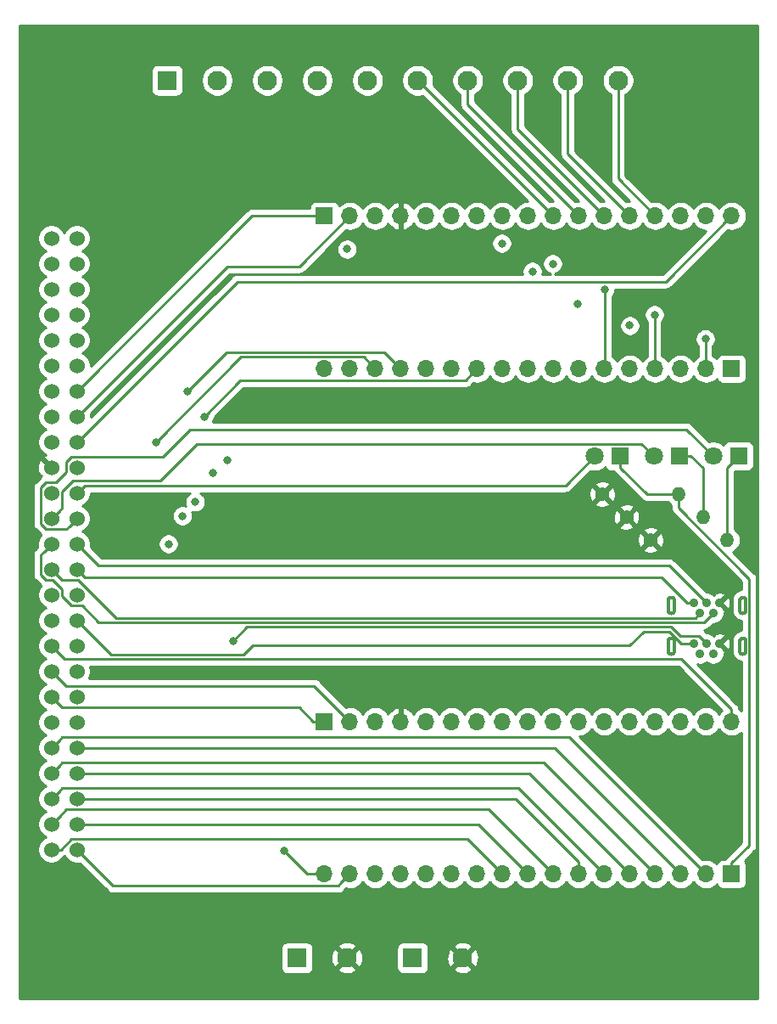
<source format=gbr>
G04 #@! TF.GenerationSoftware,KiCad,Pcbnew,(5.1.2-1)-1*
G04 #@! TF.CreationDate,2020-07-15T14:49:12-04:00*
G04 #@! TF.ProjectId,ArcadeMain,41726361-6465-44d6-9169-6e2e6b696361,rev?*
G04 #@! TF.SameCoordinates,Original*
G04 #@! TF.FileFunction,Copper,L1,Top*
G04 #@! TF.FilePolarity,Positive*
%FSLAX46Y46*%
G04 Gerber Fmt 4.6, Leading zero omitted, Abs format (unit mm)*
G04 Created by KiCad (PCBNEW (5.1.2-1)-1) date 2020-07-15 14:49:12*
%MOMM*%
%LPD*%
G04 APERTURE LIST*
%ADD10C,0.001000*%
%ADD11R,1.950000X1.950000*%
%ADD12C,1.950000*%
%ADD13O,1.400000X1.400000*%
%ADD14C,1.400000*%
%ADD15C,0.900000*%
%ADD16R,0.100000X0.100000*%
%ADD17C,1.524000*%
%ADD18C,1.800000*%
%ADD19R,1.800000X1.800000*%
%ADD20O,1.700000X1.700000*%
%ADD21R,1.700000X1.700000*%
%ADD22C,0.800000*%
%ADD23C,0.250000*%
%ADD24C,0.254000*%
G04 APERTURE END LIST*
D10*
G36*
X124235000Y-96774000D02*
G01*
X124485000Y-96774000D01*
X124485000Y-96274000D01*
X124484418Y-96251757D01*
X124482672Y-96229575D01*
X124479768Y-96207515D01*
X124475713Y-96185638D01*
X124470518Y-96164002D01*
X124464199Y-96142668D01*
X124456772Y-96121694D01*
X124448257Y-96101137D01*
X124438678Y-96081054D01*
X124428061Y-96061500D01*
X124416435Y-96042528D01*
X124403832Y-96024191D01*
X124390287Y-96006539D01*
X124375837Y-95989619D01*
X124360520Y-95973480D01*
X124344381Y-95958163D01*
X124327461Y-95943713D01*
X124309809Y-95930168D01*
X124291472Y-95917565D01*
X124272500Y-95905939D01*
X124252946Y-95895322D01*
X124232863Y-95885743D01*
X124212306Y-95877228D01*
X124191332Y-95869801D01*
X124169998Y-95863482D01*
X124148362Y-95858287D01*
X124126485Y-95854232D01*
X124104425Y-95851328D01*
X124082243Y-95849582D01*
X124060000Y-95849000D01*
X124037757Y-95849582D01*
X124015575Y-95851328D01*
X123993515Y-95854232D01*
X123971638Y-95858287D01*
X123950002Y-95863482D01*
X123928668Y-95869801D01*
X123907694Y-95877228D01*
X123887137Y-95885743D01*
X123867054Y-95895322D01*
X123847500Y-95905939D01*
X123828528Y-95917565D01*
X123810191Y-95930168D01*
X123792539Y-95943713D01*
X123775619Y-95958163D01*
X123759480Y-95973480D01*
X123744163Y-95989619D01*
X123729713Y-96006539D01*
X123716168Y-96024191D01*
X123703565Y-96042528D01*
X123691939Y-96061500D01*
X123681322Y-96081054D01*
X123671743Y-96101137D01*
X123663228Y-96121694D01*
X123655801Y-96142668D01*
X123649482Y-96164002D01*
X123644287Y-96185638D01*
X123640232Y-96207515D01*
X123637328Y-96229575D01*
X123635582Y-96251757D01*
X123635000Y-96274000D01*
X123635000Y-96774000D01*
X123885000Y-96774000D01*
X123885000Y-96274000D01*
X123885240Y-96264841D01*
X123885959Y-96255708D01*
X123887155Y-96246624D01*
X123888824Y-96237615D01*
X123890963Y-96228707D01*
X123893565Y-96219922D01*
X123896623Y-96211286D01*
X123900130Y-96202821D01*
X123904074Y-96194552D01*
X123908446Y-96186500D01*
X123913233Y-96178688D01*
X123918422Y-96171138D01*
X123923999Y-96163869D01*
X123929950Y-96156902D01*
X123936256Y-96150256D01*
X123942902Y-96143950D01*
X123949869Y-96137999D01*
X123957138Y-96132422D01*
X123964688Y-96127233D01*
X123972500Y-96122446D01*
X123980552Y-96118074D01*
X123988821Y-96114130D01*
X123997286Y-96110623D01*
X124005922Y-96107565D01*
X124014707Y-96104963D01*
X124023615Y-96102824D01*
X124032624Y-96101155D01*
X124041708Y-96099959D01*
X124050841Y-96099240D01*
X124060000Y-96099000D01*
X124069159Y-96099240D01*
X124078292Y-96099959D01*
X124087376Y-96101155D01*
X124096385Y-96102824D01*
X124105293Y-96104963D01*
X124114078Y-96107565D01*
X124122714Y-96110623D01*
X124131179Y-96114130D01*
X124139448Y-96118074D01*
X124147500Y-96122446D01*
X124155312Y-96127233D01*
X124162862Y-96132422D01*
X124170131Y-96137999D01*
X124177098Y-96143950D01*
X124183744Y-96150256D01*
X124190050Y-96156902D01*
X124196001Y-96163869D01*
X124201578Y-96171138D01*
X124206767Y-96178688D01*
X124211554Y-96186500D01*
X124215926Y-96194552D01*
X124219870Y-96202821D01*
X124223377Y-96211286D01*
X124226435Y-96219922D01*
X124229037Y-96228707D01*
X124231176Y-96237615D01*
X124232845Y-96246624D01*
X124234041Y-96255708D01*
X124234760Y-96264841D01*
X124235000Y-96274000D01*
X124235000Y-96774000D01*
X124235000Y-96774000D01*
G37*
X124235000Y-96774000D02*
X124485000Y-96774000D01*
X124485000Y-96274000D01*
X124484418Y-96251757D01*
X124482672Y-96229575D01*
X124479768Y-96207515D01*
X124475713Y-96185638D01*
X124470518Y-96164002D01*
X124464199Y-96142668D01*
X124456772Y-96121694D01*
X124448257Y-96101137D01*
X124438678Y-96081054D01*
X124428061Y-96061500D01*
X124416435Y-96042528D01*
X124403832Y-96024191D01*
X124390287Y-96006539D01*
X124375837Y-95989619D01*
X124360520Y-95973480D01*
X124344381Y-95958163D01*
X124327461Y-95943713D01*
X124309809Y-95930168D01*
X124291472Y-95917565D01*
X124272500Y-95905939D01*
X124252946Y-95895322D01*
X124232863Y-95885743D01*
X124212306Y-95877228D01*
X124191332Y-95869801D01*
X124169998Y-95863482D01*
X124148362Y-95858287D01*
X124126485Y-95854232D01*
X124104425Y-95851328D01*
X124082243Y-95849582D01*
X124060000Y-95849000D01*
X124037757Y-95849582D01*
X124015575Y-95851328D01*
X123993515Y-95854232D01*
X123971638Y-95858287D01*
X123950002Y-95863482D01*
X123928668Y-95869801D01*
X123907694Y-95877228D01*
X123887137Y-95885743D01*
X123867054Y-95895322D01*
X123847500Y-95905939D01*
X123828528Y-95917565D01*
X123810191Y-95930168D01*
X123792539Y-95943713D01*
X123775619Y-95958163D01*
X123759480Y-95973480D01*
X123744163Y-95989619D01*
X123729713Y-96006539D01*
X123716168Y-96024191D01*
X123703565Y-96042528D01*
X123691939Y-96061500D01*
X123681322Y-96081054D01*
X123671743Y-96101137D01*
X123663228Y-96121694D01*
X123655801Y-96142668D01*
X123649482Y-96164002D01*
X123644287Y-96185638D01*
X123640232Y-96207515D01*
X123637328Y-96229575D01*
X123635582Y-96251757D01*
X123635000Y-96274000D01*
X123635000Y-96774000D01*
X123885000Y-96774000D01*
X123885000Y-96274000D01*
X123885240Y-96264841D01*
X123885959Y-96255708D01*
X123887155Y-96246624D01*
X123888824Y-96237615D01*
X123890963Y-96228707D01*
X123893565Y-96219922D01*
X123896623Y-96211286D01*
X123900130Y-96202821D01*
X123904074Y-96194552D01*
X123908446Y-96186500D01*
X123913233Y-96178688D01*
X123918422Y-96171138D01*
X123923999Y-96163869D01*
X123929950Y-96156902D01*
X123936256Y-96150256D01*
X123942902Y-96143950D01*
X123949869Y-96137999D01*
X123957138Y-96132422D01*
X123964688Y-96127233D01*
X123972500Y-96122446D01*
X123980552Y-96118074D01*
X123988821Y-96114130D01*
X123997286Y-96110623D01*
X124005922Y-96107565D01*
X124014707Y-96104963D01*
X124023615Y-96102824D01*
X124032624Y-96101155D01*
X124041708Y-96099959D01*
X124050841Y-96099240D01*
X124060000Y-96099000D01*
X124069159Y-96099240D01*
X124078292Y-96099959D01*
X124087376Y-96101155D01*
X124096385Y-96102824D01*
X124105293Y-96104963D01*
X124114078Y-96107565D01*
X124122714Y-96110623D01*
X124131179Y-96114130D01*
X124139448Y-96118074D01*
X124147500Y-96122446D01*
X124155312Y-96127233D01*
X124162862Y-96132422D01*
X124170131Y-96137999D01*
X124177098Y-96143950D01*
X124183744Y-96150256D01*
X124190050Y-96156902D01*
X124196001Y-96163869D01*
X124201578Y-96171138D01*
X124206767Y-96178688D01*
X124211554Y-96186500D01*
X124215926Y-96194552D01*
X124219870Y-96202821D01*
X124223377Y-96211286D01*
X124226435Y-96219922D01*
X124229037Y-96228707D01*
X124231176Y-96237615D01*
X124232845Y-96246624D01*
X124234041Y-96255708D01*
X124234760Y-96264841D01*
X124235000Y-96274000D01*
X124235000Y-96774000D01*
G36*
X123885000Y-96774000D02*
G01*
X123635000Y-96774000D01*
X123635000Y-97274000D01*
X123635582Y-97296243D01*
X123637328Y-97318425D01*
X123640232Y-97340485D01*
X123644287Y-97362362D01*
X123649482Y-97383998D01*
X123655801Y-97405332D01*
X123663228Y-97426306D01*
X123671743Y-97446863D01*
X123681322Y-97466946D01*
X123691939Y-97486500D01*
X123703565Y-97505472D01*
X123716168Y-97523809D01*
X123729713Y-97541461D01*
X123744163Y-97558381D01*
X123759480Y-97574520D01*
X123775619Y-97589837D01*
X123792539Y-97604287D01*
X123810191Y-97617832D01*
X123828528Y-97630435D01*
X123847500Y-97642061D01*
X123867054Y-97652678D01*
X123887137Y-97662257D01*
X123907694Y-97670772D01*
X123928668Y-97678199D01*
X123950002Y-97684518D01*
X123971638Y-97689713D01*
X123993515Y-97693768D01*
X124015575Y-97696672D01*
X124037757Y-97698418D01*
X124060000Y-97699000D01*
X124082243Y-97698418D01*
X124104425Y-97696672D01*
X124126485Y-97693768D01*
X124148362Y-97689713D01*
X124169998Y-97684518D01*
X124191332Y-97678199D01*
X124212306Y-97670772D01*
X124232863Y-97662257D01*
X124252946Y-97652678D01*
X124272500Y-97642061D01*
X124291472Y-97630435D01*
X124309809Y-97617832D01*
X124327461Y-97604287D01*
X124344381Y-97589837D01*
X124360520Y-97574520D01*
X124375837Y-97558381D01*
X124390287Y-97541461D01*
X124403832Y-97523809D01*
X124416435Y-97505472D01*
X124428061Y-97486500D01*
X124438678Y-97466946D01*
X124448257Y-97446863D01*
X124456772Y-97426306D01*
X124464199Y-97405332D01*
X124470518Y-97383998D01*
X124475713Y-97362362D01*
X124479768Y-97340485D01*
X124482672Y-97318425D01*
X124484418Y-97296243D01*
X124485000Y-97274000D01*
X124485000Y-96774000D01*
X124235000Y-96774000D01*
X124235000Y-97274000D01*
X124234760Y-97283159D01*
X124234041Y-97292292D01*
X124232845Y-97301376D01*
X124231176Y-97310385D01*
X124229037Y-97319293D01*
X124226435Y-97328078D01*
X124223377Y-97336714D01*
X124219870Y-97345179D01*
X124215926Y-97353448D01*
X124211554Y-97361500D01*
X124206767Y-97369312D01*
X124201578Y-97376862D01*
X124196001Y-97384131D01*
X124190050Y-97391098D01*
X124183744Y-97397744D01*
X124177098Y-97404050D01*
X124170131Y-97410001D01*
X124162862Y-97415578D01*
X124155312Y-97420767D01*
X124147500Y-97425554D01*
X124139448Y-97429926D01*
X124131179Y-97433870D01*
X124122714Y-97437377D01*
X124114078Y-97440435D01*
X124105293Y-97443037D01*
X124096385Y-97445176D01*
X124087376Y-97446845D01*
X124078292Y-97448041D01*
X124069159Y-97448760D01*
X124060000Y-97449000D01*
X124050841Y-97448760D01*
X124041708Y-97448041D01*
X124032624Y-97446845D01*
X124023615Y-97445176D01*
X124014707Y-97443037D01*
X124005922Y-97440435D01*
X123997286Y-97437377D01*
X123988821Y-97433870D01*
X123980552Y-97429926D01*
X123972500Y-97425554D01*
X123964688Y-97420767D01*
X123957138Y-97415578D01*
X123949869Y-97410001D01*
X123942902Y-97404050D01*
X123936256Y-97397744D01*
X123929950Y-97391098D01*
X123923999Y-97384131D01*
X123918422Y-97376862D01*
X123913233Y-97369312D01*
X123908446Y-97361500D01*
X123904074Y-97353448D01*
X123900130Y-97345179D01*
X123896623Y-97336714D01*
X123893565Y-97328078D01*
X123890963Y-97319293D01*
X123888824Y-97310385D01*
X123887155Y-97301376D01*
X123885959Y-97292292D01*
X123885240Y-97283159D01*
X123885000Y-97274000D01*
X123885000Y-96774000D01*
X123885000Y-96774000D01*
G37*
X123885000Y-96774000D02*
X123635000Y-96774000D01*
X123635000Y-97274000D01*
X123635582Y-97296243D01*
X123637328Y-97318425D01*
X123640232Y-97340485D01*
X123644287Y-97362362D01*
X123649482Y-97383998D01*
X123655801Y-97405332D01*
X123663228Y-97426306D01*
X123671743Y-97446863D01*
X123681322Y-97466946D01*
X123691939Y-97486500D01*
X123703565Y-97505472D01*
X123716168Y-97523809D01*
X123729713Y-97541461D01*
X123744163Y-97558381D01*
X123759480Y-97574520D01*
X123775619Y-97589837D01*
X123792539Y-97604287D01*
X123810191Y-97617832D01*
X123828528Y-97630435D01*
X123847500Y-97642061D01*
X123867054Y-97652678D01*
X123887137Y-97662257D01*
X123907694Y-97670772D01*
X123928668Y-97678199D01*
X123950002Y-97684518D01*
X123971638Y-97689713D01*
X123993515Y-97693768D01*
X124015575Y-97696672D01*
X124037757Y-97698418D01*
X124060000Y-97699000D01*
X124082243Y-97698418D01*
X124104425Y-97696672D01*
X124126485Y-97693768D01*
X124148362Y-97689713D01*
X124169998Y-97684518D01*
X124191332Y-97678199D01*
X124212306Y-97670772D01*
X124232863Y-97662257D01*
X124252946Y-97652678D01*
X124272500Y-97642061D01*
X124291472Y-97630435D01*
X124309809Y-97617832D01*
X124327461Y-97604287D01*
X124344381Y-97589837D01*
X124360520Y-97574520D01*
X124375837Y-97558381D01*
X124390287Y-97541461D01*
X124403832Y-97523809D01*
X124416435Y-97505472D01*
X124428061Y-97486500D01*
X124438678Y-97466946D01*
X124448257Y-97446863D01*
X124456772Y-97426306D01*
X124464199Y-97405332D01*
X124470518Y-97383998D01*
X124475713Y-97362362D01*
X124479768Y-97340485D01*
X124482672Y-97318425D01*
X124484418Y-97296243D01*
X124485000Y-97274000D01*
X124485000Y-96774000D01*
X124235000Y-96774000D01*
X124235000Y-97274000D01*
X124234760Y-97283159D01*
X124234041Y-97292292D01*
X124232845Y-97301376D01*
X124231176Y-97310385D01*
X124229037Y-97319293D01*
X124226435Y-97328078D01*
X124223377Y-97336714D01*
X124219870Y-97345179D01*
X124215926Y-97353448D01*
X124211554Y-97361500D01*
X124206767Y-97369312D01*
X124201578Y-97376862D01*
X124196001Y-97384131D01*
X124190050Y-97391098D01*
X124183744Y-97397744D01*
X124177098Y-97404050D01*
X124170131Y-97410001D01*
X124162862Y-97415578D01*
X124155312Y-97420767D01*
X124147500Y-97425554D01*
X124139448Y-97429926D01*
X124131179Y-97433870D01*
X124122714Y-97437377D01*
X124114078Y-97440435D01*
X124105293Y-97443037D01*
X124096385Y-97445176D01*
X124087376Y-97446845D01*
X124078292Y-97448041D01*
X124069159Y-97448760D01*
X124060000Y-97449000D01*
X124050841Y-97448760D01*
X124041708Y-97448041D01*
X124032624Y-97446845D01*
X124023615Y-97445176D01*
X124014707Y-97443037D01*
X124005922Y-97440435D01*
X123997286Y-97437377D01*
X123988821Y-97433870D01*
X123980552Y-97429926D01*
X123972500Y-97425554D01*
X123964688Y-97420767D01*
X123957138Y-97415578D01*
X123949869Y-97410001D01*
X123942902Y-97404050D01*
X123936256Y-97397744D01*
X123929950Y-97391098D01*
X123923999Y-97384131D01*
X123918422Y-97376862D01*
X123913233Y-97369312D01*
X123908446Y-97361500D01*
X123904074Y-97353448D01*
X123900130Y-97345179D01*
X123896623Y-97336714D01*
X123893565Y-97328078D01*
X123890963Y-97319293D01*
X123888824Y-97310385D01*
X123887155Y-97301376D01*
X123885959Y-97292292D01*
X123885240Y-97283159D01*
X123885000Y-97274000D01*
X123885000Y-96774000D01*
G36*
X131385000Y-96774000D02*
G01*
X131635000Y-96774000D01*
X131635000Y-96274000D01*
X131634418Y-96251757D01*
X131632672Y-96229575D01*
X131629768Y-96207515D01*
X131625713Y-96185638D01*
X131620518Y-96164002D01*
X131614199Y-96142668D01*
X131606772Y-96121694D01*
X131598257Y-96101137D01*
X131588678Y-96081054D01*
X131578061Y-96061500D01*
X131566435Y-96042528D01*
X131553832Y-96024191D01*
X131540287Y-96006539D01*
X131525837Y-95989619D01*
X131510520Y-95973480D01*
X131494381Y-95958163D01*
X131477461Y-95943713D01*
X131459809Y-95930168D01*
X131441472Y-95917565D01*
X131422500Y-95905939D01*
X131402946Y-95895322D01*
X131382863Y-95885743D01*
X131362306Y-95877228D01*
X131341332Y-95869801D01*
X131319998Y-95863482D01*
X131298362Y-95858287D01*
X131276485Y-95854232D01*
X131254425Y-95851328D01*
X131232243Y-95849582D01*
X131210000Y-95849000D01*
X131187757Y-95849582D01*
X131165575Y-95851328D01*
X131143515Y-95854232D01*
X131121638Y-95858287D01*
X131100002Y-95863482D01*
X131078668Y-95869801D01*
X131057694Y-95877228D01*
X131037137Y-95885743D01*
X131017054Y-95895322D01*
X130997500Y-95905939D01*
X130978528Y-95917565D01*
X130960191Y-95930168D01*
X130942539Y-95943713D01*
X130925619Y-95958163D01*
X130909480Y-95973480D01*
X130894163Y-95989619D01*
X130879713Y-96006539D01*
X130866168Y-96024191D01*
X130853565Y-96042528D01*
X130841939Y-96061500D01*
X130831322Y-96081054D01*
X130821743Y-96101137D01*
X130813228Y-96121694D01*
X130805801Y-96142668D01*
X130799482Y-96164002D01*
X130794287Y-96185638D01*
X130790232Y-96207515D01*
X130787328Y-96229575D01*
X130785582Y-96251757D01*
X130785000Y-96274000D01*
X130785000Y-96774000D01*
X131035000Y-96774000D01*
X131035000Y-96274000D01*
X131035240Y-96264841D01*
X131035959Y-96255708D01*
X131037155Y-96246624D01*
X131038824Y-96237615D01*
X131040963Y-96228707D01*
X131043565Y-96219922D01*
X131046623Y-96211286D01*
X131050130Y-96202821D01*
X131054074Y-96194552D01*
X131058446Y-96186500D01*
X131063233Y-96178688D01*
X131068422Y-96171138D01*
X131073999Y-96163869D01*
X131079950Y-96156902D01*
X131086256Y-96150256D01*
X131092902Y-96143950D01*
X131099869Y-96137999D01*
X131107138Y-96132422D01*
X131114688Y-96127233D01*
X131122500Y-96122446D01*
X131130552Y-96118074D01*
X131138821Y-96114130D01*
X131147286Y-96110623D01*
X131155922Y-96107565D01*
X131164707Y-96104963D01*
X131173615Y-96102824D01*
X131182624Y-96101155D01*
X131191708Y-96099959D01*
X131200841Y-96099240D01*
X131210000Y-96099000D01*
X131219159Y-96099240D01*
X131228292Y-96099959D01*
X131237376Y-96101155D01*
X131246385Y-96102824D01*
X131255293Y-96104963D01*
X131264078Y-96107565D01*
X131272714Y-96110623D01*
X131281179Y-96114130D01*
X131289448Y-96118074D01*
X131297500Y-96122446D01*
X131305312Y-96127233D01*
X131312862Y-96132422D01*
X131320131Y-96137999D01*
X131327098Y-96143950D01*
X131333744Y-96150256D01*
X131340050Y-96156902D01*
X131346001Y-96163869D01*
X131351578Y-96171138D01*
X131356767Y-96178688D01*
X131361554Y-96186500D01*
X131365926Y-96194552D01*
X131369870Y-96202821D01*
X131373377Y-96211286D01*
X131376435Y-96219922D01*
X131379037Y-96228707D01*
X131381176Y-96237615D01*
X131382845Y-96246624D01*
X131384041Y-96255708D01*
X131384760Y-96264841D01*
X131385000Y-96274000D01*
X131385000Y-96774000D01*
X131385000Y-96774000D01*
G37*
X131385000Y-96774000D02*
X131635000Y-96774000D01*
X131635000Y-96274000D01*
X131634418Y-96251757D01*
X131632672Y-96229575D01*
X131629768Y-96207515D01*
X131625713Y-96185638D01*
X131620518Y-96164002D01*
X131614199Y-96142668D01*
X131606772Y-96121694D01*
X131598257Y-96101137D01*
X131588678Y-96081054D01*
X131578061Y-96061500D01*
X131566435Y-96042528D01*
X131553832Y-96024191D01*
X131540287Y-96006539D01*
X131525837Y-95989619D01*
X131510520Y-95973480D01*
X131494381Y-95958163D01*
X131477461Y-95943713D01*
X131459809Y-95930168D01*
X131441472Y-95917565D01*
X131422500Y-95905939D01*
X131402946Y-95895322D01*
X131382863Y-95885743D01*
X131362306Y-95877228D01*
X131341332Y-95869801D01*
X131319998Y-95863482D01*
X131298362Y-95858287D01*
X131276485Y-95854232D01*
X131254425Y-95851328D01*
X131232243Y-95849582D01*
X131210000Y-95849000D01*
X131187757Y-95849582D01*
X131165575Y-95851328D01*
X131143515Y-95854232D01*
X131121638Y-95858287D01*
X131100002Y-95863482D01*
X131078668Y-95869801D01*
X131057694Y-95877228D01*
X131037137Y-95885743D01*
X131017054Y-95895322D01*
X130997500Y-95905939D01*
X130978528Y-95917565D01*
X130960191Y-95930168D01*
X130942539Y-95943713D01*
X130925619Y-95958163D01*
X130909480Y-95973480D01*
X130894163Y-95989619D01*
X130879713Y-96006539D01*
X130866168Y-96024191D01*
X130853565Y-96042528D01*
X130841939Y-96061500D01*
X130831322Y-96081054D01*
X130821743Y-96101137D01*
X130813228Y-96121694D01*
X130805801Y-96142668D01*
X130799482Y-96164002D01*
X130794287Y-96185638D01*
X130790232Y-96207515D01*
X130787328Y-96229575D01*
X130785582Y-96251757D01*
X130785000Y-96274000D01*
X130785000Y-96774000D01*
X131035000Y-96774000D01*
X131035000Y-96274000D01*
X131035240Y-96264841D01*
X131035959Y-96255708D01*
X131037155Y-96246624D01*
X131038824Y-96237615D01*
X131040963Y-96228707D01*
X131043565Y-96219922D01*
X131046623Y-96211286D01*
X131050130Y-96202821D01*
X131054074Y-96194552D01*
X131058446Y-96186500D01*
X131063233Y-96178688D01*
X131068422Y-96171138D01*
X131073999Y-96163869D01*
X131079950Y-96156902D01*
X131086256Y-96150256D01*
X131092902Y-96143950D01*
X131099869Y-96137999D01*
X131107138Y-96132422D01*
X131114688Y-96127233D01*
X131122500Y-96122446D01*
X131130552Y-96118074D01*
X131138821Y-96114130D01*
X131147286Y-96110623D01*
X131155922Y-96107565D01*
X131164707Y-96104963D01*
X131173615Y-96102824D01*
X131182624Y-96101155D01*
X131191708Y-96099959D01*
X131200841Y-96099240D01*
X131210000Y-96099000D01*
X131219159Y-96099240D01*
X131228292Y-96099959D01*
X131237376Y-96101155D01*
X131246385Y-96102824D01*
X131255293Y-96104963D01*
X131264078Y-96107565D01*
X131272714Y-96110623D01*
X131281179Y-96114130D01*
X131289448Y-96118074D01*
X131297500Y-96122446D01*
X131305312Y-96127233D01*
X131312862Y-96132422D01*
X131320131Y-96137999D01*
X131327098Y-96143950D01*
X131333744Y-96150256D01*
X131340050Y-96156902D01*
X131346001Y-96163869D01*
X131351578Y-96171138D01*
X131356767Y-96178688D01*
X131361554Y-96186500D01*
X131365926Y-96194552D01*
X131369870Y-96202821D01*
X131373377Y-96211286D01*
X131376435Y-96219922D01*
X131379037Y-96228707D01*
X131381176Y-96237615D01*
X131382845Y-96246624D01*
X131384041Y-96255708D01*
X131384760Y-96264841D01*
X131385000Y-96274000D01*
X131385000Y-96774000D01*
G36*
X131035000Y-96774000D02*
G01*
X130785000Y-96774000D01*
X130785000Y-97274000D01*
X130785582Y-97296243D01*
X130787328Y-97318425D01*
X130790232Y-97340485D01*
X130794287Y-97362362D01*
X130799482Y-97383998D01*
X130805801Y-97405332D01*
X130813228Y-97426306D01*
X130821743Y-97446863D01*
X130831322Y-97466946D01*
X130841939Y-97486500D01*
X130853565Y-97505472D01*
X130866168Y-97523809D01*
X130879713Y-97541461D01*
X130894163Y-97558381D01*
X130909480Y-97574520D01*
X130925619Y-97589837D01*
X130942539Y-97604287D01*
X130960191Y-97617832D01*
X130978528Y-97630435D01*
X130997500Y-97642061D01*
X131017054Y-97652678D01*
X131037137Y-97662257D01*
X131057694Y-97670772D01*
X131078668Y-97678199D01*
X131100002Y-97684518D01*
X131121638Y-97689713D01*
X131143515Y-97693768D01*
X131165575Y-97696672D01*
X131187757Y-97698418D01*
X131210000Y-97699000D01*
X131232243Y-97698418D01*
X131254425Y-97696672D01*
X131276485Y-97693768D01*
X131298362Y-97689713D01*
X131319998Y-97684518D01*
X131341332Y-97678199D01*
X131362306Y-97670772D01*
X131382863Y-97662257D01*
X131402946Y-97652678D01*
X131422500Y-97642061D01*
X131441472Y-97630435D01*
X131459809Y-97617832D01*
X131477461Y-97604287D01*
X131494381Y-97589837D01*
X131510520Y-97574520D01*
X131525837Y-97558381D01*
X131540287Y-97541461D01*
X131553832Y-97523809D01*
X131566435Y-97505472D01*
X131578061Y-97486500D01*
X131588678Y-97466946D01*
X131598257Y-97446863D01*
X131606772Y-97426306D01*
X131614199Y-97405332D01*
X131620518Y-97383998D01*
X131625713Y-97362362D01*
X131629768Y-97340485D01*
X131632672Y-97318425D01*
X131634418Y-97296243D01*
X131635000Y-97274000D01*
X131635000Y-96774000D01*
X131385000Y-96774000D01*
X131385000Y-97274000D01*
X131384760Y-97283159D01*
X131384041Y-97292292D01*
X131382845Y-97301376D01*
X131381176Y-97310385D01*
X131379037Y-97319293D01*
X131376435Y-97328078D01*
X131373377Y-97336714D01*
X131369870Y-97345179D01*
X131365926Y-97353448D01*
X131361554Y-97361500D01*
X131356767Y-97369312D01*
X131351578Y-97376862D01*
X131346001Y-97384131D01*
X131340050Y-97391098D01*
X131333744Y-97397744D01*
X131327098Y-97404050D01*
X131320131Y-97410001D01*
X131312862Y-97415578D01*
X131305312Y-97420767D01*
X131297500Y-97425554D01*
X131289448Y-97429926D01*
X131281179Y-97433870D01*
X131272714Y-97437377D01*
X131264078Y-97440435D01*
X131255293Y-97443037D01*
X131246385Y-97445176D01*
X131237376Y-97446845D01*
X131228292Y-97448041D01*
X131219159Y-97448760D01*
X131210000Y-97449000D01*
X131200841Y-97448760D01*
X131191708Y-97448041D01*
X131182624Y-97446845D01*
X131173615Y-97445176D01*
X131164707Y-97443037D01*
X131155922Y-97440435D01*
X131147286Y-97437377D01*
X131138821Y-97433870D01*
X131130552Y-97429926D01*
X131122500Y-97425554D01*
X131114688Y-97420767D01*
X131107138Y-97415578D01*
X131099869Y-97410001D01*
X131092902Y-97404050D01*
X131086256Y-97397744D01*
X131079950Y-97391098D01*
X131073999Y-97384131D01*
X131068422Y-97376862D01*
X131063233Y-97369312D01*
X131058446Y-97361500D01*
X131054074Y-97353448D01*
X131050130Y-97345179D01*
X131046623Y-97336714D01*
X131043565Y-97328078D01*
X131040963Y-97319293D01*
X131038824Y-97310385D01*
X131037155Y-97301376D01*
X131035959Y-97292292D01*
X131035240Y-97283159D01*
X131035000Y-97274000D01*
X131035000Y-96774000D01*
X131035000Y-96774000D01*
G37*
X131035000Y-96774000D02*
X130785000Y-96774000D01*
X130785000Y-97274000D01*
X130785582Y-97296243D01*
X130787328Y-97318425D01*
X130790232Y-97340485D01*
X130794287Y-97362362D01*
X130799482Y-97383998D01*
X130805801Y-97405332D01*
X130813228Y-97426306D01*
X130821743Y-97446863D01*
X130831322Y-97466946D01*
X130841939Y-97486500D01*
X130853565Y-97505472D01*
X130866168Y-97523809D01*
X130879713Y-97541461D01*
X130894163Y-97558381D01*
X130909480Y-97574520D01*
X130925619Y-97589837D01*
X130942539Y-97604287D01*
X130960191Y-97617832D01*
X130978528Y-97630435D01*
X130997500Y-97642061D01*
X131017054Y-97652678D01*
X131037137Y-97662257D01*
X131057694Y-97670772D01*
X131078668Y-97678199D01*
X131100002Y-97684518D01*
X131121638Y-97689713D01*
X131143515Y-97693768D01*
X131165575Y-97696672D01*
X131187757Y-97698418D01*
X131210000Y-97699000D01*
X131232243Y-97698418D01*
X131254425Y-97696672D01*
X131276485Y-97693768D01*
X131298362Y-97689713D01*
X131319998Y-97684518D01*
X131341332Y-97678199D01*
X131362306Y-97670772D01*
X131382863Y-97662257D01*
X131402946Y-97652678D01*
X131422500Y-97642061D01*
X131441472Y-97630435D01*
X131459809Y-97617832D01*
X131477461Y-97604287D01*
X131494381Y-97589837D01*
X131510520Y-97574520D01*
X131525837Y-97558381D01*
X131540287Y-97541461D01*
X131553832Y-97523809D01*
X131566435Y-97505472D01*
X131578061Y-97486500D01*
X131588678Y-97466946D01*
X131598257Y-97446863D01*
X131606772Y-97426306D01*
X131614199Y-97405332D01*
X131620518Y-97383998D01*
X131625713Y-97362362D01*
X131629768Y-97340485D01*
X131632672Y-97318425D01*
X131634418Y-97296243D01*
X131635000Y-97274000D01*
X131635000Y-96774000D01*
X131385000Y-96774000D01*
X131385000Y-97274000D01*
X131384760Y-97283159D01*
X131384041Y-97292292D01*
X131382845Y-97301376D01*
X131381176Y-97310385D01*
X131379037Y-97319293D01*
X131376435Y-97328078D01*
X131373377Y-97336714D01*
X131369870Y-97345179D01*
X131365926Y-97353448D01*
X131361554Y-97361500D01*
X131356767Y-97369312D01*
X131351578Y-97376862D01*
X131346001Y-97384131D01*
X131340050Y-97391098D01*
X131333744Y-97397744D01*
X131327098Y-97404050D01*
X131320131Y-97410001D01*
X131312862Y-97415578D01*
X131305312Y-97420767D01*
X131297500Y-97425554D01*
X131289448Y-97429926D01*
X131281179Y-97433870D01*
X131272714Y-97437377D01*
X131264078Y-97440435D01*
X131255293Y-97443037D01*
X131246385Y-97445176D01*
X131237376Y-97446845D01*
X131228292Y-97448041D01*
X131219159Y-97448760D01*
X131210000Y-97449000D01*
X131200841Y-97448760D01*
X131191708Y-97448041D01*
X131182624Y-97446845D01*
X131173615Y-97445176D01*
X131164707Y-97443037D01*
X131155922Y-97440435D01*
X131147286Y-97437377D01*
X131138821Y-97433870D01*
X131130552Y-97429926D01*
X131122500Y-97425554D01*
X131114688Y-97420767D01*
X131107138Y-97415578D01*
X131099869Y-97410001D01*
X131092902Y-97404050D01*
X131086256Y-97397744D01*
X131079950Y-97391098D01*
X131073999Y-97384131D01*
X131068422Y-97376862D01*
X131063233Y-97369312D01*
X131058446Y-97361500D01*
X131054074Y-97353448D01*
X131050130Y-97345179D01*
X131046623Y-97336714D01*
X131043565Y-97328078D01*
X131040963Y-97319293D01*
X131038824Y-97310385D01*
X131037155Y-97301376D01*
X131035959Y-97292292D01*
X131035240Y-97283159D01*
X131035000Y-97274000D01*
X131035000Y-96774000D01*
G36*
X124235000Y-92710000D02*
G01*
X124485000Y-92710000D01*
X124485000Y-92210000D01*
X124484418Y-92187757D01*
X124482672Y-92165575D01*
X124479768Y-92143515D01*
X124475713Y-92121638D01*
X124470518Y-92100002D01*
X124464199Y-92078668D01*
X124456772Y-92057694D01*
X124448257Y-92037137D01*
X124438678Y-92017054D01*
X124428061Y-91997500D01*
X124416435Y-91978528D01*
X124403832Y-91960191D01*
X124390287Y-91942539D01*
X124375837Y-91925619D01*
X124360520Y-91909480D01*
X124344381Y-91894163D01*
X124327461Y-91879713D01*
X124309809Y-91866168D01*
X124291472Y-91853565D01*
X124272500Y-91841939D01*
X124252946Y-91831322D01*
X124232863Y-91821743D01*
X124212306Y-91813228D01*
X124191332Y-91805801D01*
X124169998Y-91799482D01*
X124148362Y-91794287D01*
X124126485Y-91790232D01*
X124104425Y-91787328D01*
X124082243Y-91785582D01*
X124060000Y-91785000D01*
X124037757Y-91785582D01*
X124015575Y-91787328D01*
X123993515Y-91790232D01*
X123971638Y-91794287D01*
X123950002Y-91799482D01*
X123928668Y-91805801D01*
X123907694Y-91813228D01*
X123887137Y-91821743D01*
X123867054Y-91831322D01*
X123847500Y-91841939D01*
X123828528Y-91853565D01*
X123810191Y-91866168D01*
X123792539Y-91879713D01*
X123775619Y-91894163D01*
X123759480Y-91909480D01*
X123744163Y-91925619D01*
X123729713Y-91942539D01*
X123716168Y-91960191D01*
X123703565Y-91978528D01*
X123691939Y-91997500D01*
X123681322Y-92017054D01*
X123671743Y-92037137D01*
X123663228Y-92057694D01*
X123655801Y-92078668D01*
X123649482Y-92100002D01*
X123644287Y-92121638D01*
X123640232Y-92143515D01*
X123637328Y-92165575D01*
X123635582Y-92187757D01*
X123635000Y-92210000D01*
X123635000Y-92710000D01*
X123885000Y-92710000D01*
X123885000Y-92210000D01*
X123885240Y-92200841D01*
X123885959Y-92191708D01*
X123887155Y-92182624D01*
X123888824Y-92173615D01*
X123890963Y-92164707D01*
X123893565Y-92155922D01*
X123896623Y-92147286D01*
X123900130Y-92138821D01*
X123904074Y-92130552D01*
X123908446Y-92122500D01*
X123913233Y-92114688D01*
X123918422Y-92107138D01*
X123923999Y-92099869D01*
X123929950Y-92092902D01*
X123936256Y-92086256D01*
X123942902Y-92079950D01*
X123949869Y-92073999D01*
X123957138Y-92068422D01*
X123964688Y-92063233D01*
X123972500Y-92058446D01*
X123980552Y-92054074D01*
X123988821Y-92050130D01*
X123997286Y-92046623D01*
X124005922Y-92043565D01*
X124014707Y-92040963D01*
X124023615Y-92038824D01*
X124032624Y-92037155D01*
X124041708Y-92035959D01*
X124050841Y-92035240D01*
X124060000Y-92035000D01*
X124069159Y-92035240D01*
X124078292Y-92035959D01*
X124087376Y-92037155D01*
X124096385Y-92038824D01*
X124105293Y-92040963D01*
X124114078Y-92043565D01*
X124122714Y-92046623D01*
X124131179Y-92050130D01*
X124139448Y-92054074D01*
X124147500Y-92058446D01*
X124155312Y-92063233D01*
X124162862Y-92068422D01*
X124170131Y-92073999D01*
X124177098Y-92079950D01*
X124183744Y-92086256D01*
X124190050Y-92092902D01*
X124196001Y-92099869D01*
X124201578Y-92107138D01*
X124206767Y-92114688D01*
X124211554Y-92122500D01*
X124215926Y-92130552D01*
X124219870Y-92138821D01*
X124223377Y-92147286D01*
X124226435Y-92155922D01*
X124229037Y-92164707D01*
X124231176Y-92173615D01*
X124232845Y-92182624D01*
X124234041Y-92191708D01*
X124234760Y-92200841D01*
X124235000Y-92210000D01*
X124235000Y-92710000D01*
X124235000Y-92710000D01*
G37*
X124235000Y-92710000D02*
X124485000Y-92710000D01*
X124485000Y-92210000D01*
X124484418Y-92187757D01*
X124482672Y-92165575D01*
X124479768Y-92143515D01*
X124475713Y-92121638D01*
X124470518Y-92100002D01*
X124464199Y-92078668D01*
X124456772Y-92057694D01*
X124448257Y-92037137D01*
X124438678Y-92017054D01*
X124428061Y-91997500D01*
X124416435Y-91978528D01*
X124403832Y-91960191D01*
X124390287Y-91942539D01*
X124375837Y-91925619D01*
X124360520Y-91909480D01*
X124344381Y-91894163D01*
X124327461Y-91879713D01*
X124309809Y-91866168D01*
X124291472Y-91853565D01*
X124272500Y-91841939D01*
X124252946Y-91831322D01*
X124232863Y-91821743D01*
X124212306Y-91813228D01*
X124191332Y-91805801D01*
X124169998Y-91799482D01*
X124148362Y-91794287D01*
X124126485Y-91790232D01*
X124104425Y-91787328D01*
X124082243Y-91785582D01*
X124060000Y-91785000D01*
X124037757Y-91785582D01*
X124015575Y-91787328D01*
X123993515Y-91790232D01*
X123971638Y-91794287D01*
X123950002Y-91799482D01*
X123928668Y-91805801D01*
X123907694Y-91813228D01*
X123887137Y-91821743D01*
X123867054Y-91831322D01*
X123847500Y-91841939D01*
X123828528Y-91853565D01*
X123810191Y-91866168D01*
X123792539Y-91879713D01*
X123775619Y-91894163D01*
X123759480Y-91909480D01*
X123744163Y-91925619D01*
X123729713Y-91942539D01*
X123716168Y-91960191D01*
X123703565Y-91978528D01*
X123691939Y-91997500D01*
X123681322Y-92017054D01*
X123671743Y-92037137D01*
X123663228Y-92057694D01*
X123655801Y-92078668D01*
X123649482Y-92100002D01*
X123644287Y-92121638D01*
X123640232Y-92143515D01*
X123637328Y-92165575D01*
X123635582Y-92187757D01*
X123635000Y-92210000D01*
X123635000Y-92710000D01*
X123885000Y-92710000D01*
X123885000Y-92210000D01*
X123885240Y-92200841D01*
X123885959Y-92191708D01*
X123887155Y-92182624D01*
X123888824Y-92173615D01*
X123890963Y-92164707D01*
X123893565Y-92155922D01*
X123896623Y-92147286D01*
X123900130Y-92138821D01*
X123904074Y-92130552D01*
X123908446Y-92122500D01*
X123913233Y-92114688D01*
X123918422Y-92107138D01*
X123923999Y-92099869D01*
X123929950Y-92092902D01*
X123936256Y-92086256D01*
X123942902Y-92079950D01*
X123949869Y-92073999D01*
X123957138Y-92068422D01*
X123964688Y-92063233D01*
X123972500Y-92058446D01*
X123980552Y-92054074D01*
X123988821Y-92050130D01*
X123997286Y-92046623D01*
X124005922Y-92043565D01*
X124014707Y-92040963D01*
X124023615Y-92038824D01*
X124032624Y-92037155D01*
X124041708Y-92035959D01*
X124050841Y-92035240D01*
X124060000Y-92035000D01*
X124069159Y-92035240D01*
X124078292Y-92035959D01*
X124087376Y-92037155D01*
X124096385Y-92038824D01*
X124105293Y-92040963D01*
X124114078Y-92043565D01*
X124122714Y-92046623D01*
X124131179Y-92050130D01*
X124139448Y-92054074D01*
X124147500Y-92058446D01*
X124155312Y-92063233D01*
X124162862Y-92068422D01*
X124170131Y-92073999D01*
X124177098Y-92079950D01*
X124183744Y-92086256D01*
X124190050Y-92092902D01*
X124196001Y-92099869D01*
X124201578Y-92107138D01*
X124206767Y-92114688D01*
X124211554Y-92122500D01*
X124215926Y-92130552D01*
X124219870Y-92138821D01*
X124223377Y-92147286D01*
X124226435Y-92155922D01*
X124229037Y-92164707D01*
X124231176Y-92173615D01*
X124232845Y-92182624D01*
X124234041Y-92191708D01*
X124234760Y-92200841D01*
X124235000Y-92210000D01*
X124235000Y-92710000D01*
G36*
X123885000Y-92710000D02*
G01*
X123635000Y-92710000D01*
X123635000Y-93210000D01*
X123635582Y-93232243D01*
X123637328Y-93254425D01*
X123640232Y-93276485D01*
X123644287Y-93298362D01*
X123649482Y-93319998D01*
X123655801Y-93341332D01*
X123663228Y-93362306D01*
X123671743Y-93382863D01*
X123681322Y-93402946D01*
X123691939Y-93422500D01*
X123703565Y-93441472D01*
X123716168Y-93459809D01*
X123729713Y-93477461D01*
X123744163Y-93494381D01*
X123759480Y-93510520D01*
X123775619Y-93525837D01*
X123792539Y-93540287D01*
X123810191Y-93553832D01*
X123828528Y-93566435D01*
X123847500Y-93578061D01*
X123867054Y-93588678D01*
X123887137Y-93598257D01*
X123907694Y-93606772D01*
X123928668Y-93614199D01*
X123950002Y-93620518D01*
X123971638Y-93625713D01*
X123993515Y-93629768D01*
X124015575Y-93632672D01*
X124037757Y-93634418D01*
X124060000Y-93635000D01*
X124082243Y-93634418D01*
X124104425Y-93632672D01*
X124126485Y-93629768D01*
X124148362Y-93625713D01*
X124169998Y-93620518D01*
X124191332Y-93614199D01*
X124212306Y-93606772D01*
X124232863Y-93598257D01*
X124252946Y-93588678D01*
X124272500Y-93578061D01*
X124291472Y-93566435D01*
X124309809Y-93553832D01*
X124327461Y-93540287D01*
X124344381Y-93525837D01*
X124360520Y-93510520D01*
X124375837Y-93494381D01*
X124390287Y-93477461D01*
X124403832Y-93459809D01*
X124416435Y-93441472D01*
X124428061Y-93422500D01*
X124438678Y-93402946D01*
X124448257Y-93382863D01*
X124456772Y-93362306D01*
X124464199Y-93341332D01*
X124470518Y-93319998D01*
X124475713Y-93298362D01*
X124479768Y-93276485D01*
X124482672Y-93254425D01*
X124484418Y-93232243D01*
X124485000Y-93210000D01*
X124485000Y-92710000D01*
X124235000Y-92710000D01*
X124235000Y-93210000D01*
X124234760Y-93219159D01*
X124234041Y-93228292D01*
X124232845Y-93237376D01*
X124231176Y-93246385D01*
X124229037Y-93255293D01*
X124226435Y-93264078D01*
X124223377Y-93272714D01*
X124219870Y-93281179D01*
X124215926Y-93289448D01*
X124211554Y-93297500D01*
X124206767Y-93305312D01*
X124201578Y-93312862D01*
X124196001Y-93320131D01*
X124190050Y-93327098D01*
X124183744Y-93333744D01*
X124177098Y-93340050D01*
X124170131Y-93346001D01*
X124162862Y-93351578D01*
X124155312Y-93356767D01*
X124147500Y-93361554D01*
X124139448Y-93365926D01*
X124131179Y-93369870D01*
X124122714Y-93373377D01*
X124114078Y-93376435D01*
X124105293Y-93379037D01*
X124096385Y-93381176D01*
X124087376Y-93382845D01*
X124078292Y-93384041D01*
X124069159Y-93384760D01*
X124060000Y-93385000D01*
X124050841Y-93384760D01*
X124041708Y-93384041D01*
X124032624Y-93382845D01*
X124023615Y-93381176D01*
X124014707Y-93379037D01*
X124005922Y-93376435D01*
X123997286Y-93373377D01*
X123988821Y-93369870D01*
X123980552Y-93365926D01*
X123972500Y-93361554D01*
X123964688Y-93356767D01*
X123957138Y-93351578D01*
X123949869Y-93346001D01*
X123942902Y-93340050D01*
X123936256Y-93333744D01*
X123929950Y-93327098D01*
X123923999Y-93320131D01*
X123918422Y-93312862D01*
X123913233Y-93305312D01*
X123908446Y-93297500D01*
X123904074Y-93289448D01*
X123900130Y-93281179D01*
X123896623Y-93272714D01*
X123893565Y-93264078D01*
X123890963Y-93255293D01*
X123888824Y-93246385D01*
X123887155Y-93237376D01*
X123885959Y-93228292D01*
X123885240Y-93219159D01*
X123885000Y-93210000D01*
X123885000Y-92710000D01*
X123885000Y-92710000D01*
G37*
X123885000Y-92710000D02*
X123635000Y-92710000D01*
X123635000Y-93210000D01*
X123635582Y-93232243D01*
X123637328Y-93254425D01*
X123640232Y-93276485D01*
X123644287Y-93298362D01*
X123649482Y-93319998D01*
X123655801Y-93341332D01*
X123663228Y-93362306D01*
X123671743Y-93382863D01*
X123681322Y-93402946D01*
X123691939Y-93422500D01*
X123703565Y-93441472D01*
X123716168Y-93459809D01*
X123729713Y-93477461D01*
X123744163Y-93494381D01*
X123759480Y-93510520D01*
X123775619Y-93525837D01*
X123792539Y-93540287D01*
X123810191Y-93553832D01*
X123828528Y-93566435D01*
X123847500Y-93578061D01*
X123867054Y-93588678D01*
X123887137Y-93598257D01*
X123907694Y-93606772D01*
X123928668Y-93614199D01*
X123950002Y-93620518D01*
X123971638Y-93625713D01*
X123993515Y-93629768D01*
X124015575Y-93632672D01*
X124037757Y-93634418D01*
X124060000Y-93635000D01*
X124082243Y-93634418D01*
X124104425Y-93632672D01*
X124126485Y-93629768D01*
X124148362Y-93625713D01*
X124169998Y-93620518D01*
X124191332Y-93614199D01*
X124212306Y-93606772D01*
X124232863Y-93598257D01*
X124252946Y-93588678D01*
X124272500Y-93578061D01*
X124291472Y-93566435D01*
X124309809Y-93553832D01*
X124327461Y-93540287D01*
X124344381Y-93525837D01*
X124360520Y-93510520D01*
X124375837Y-93494381D01*
X124390287Y-93477461D01*
X124403832Y-93459809D01*
X124416435Y-93441472D01*
X124428061Y-93422500D01*
X124438678Y-93402946D01*
X124448257Y-93382863D01*
X124456772Y-93362306D01*
X124464199Y-93341332D01*
X124470518Y-93319998D01*
X124475713Y-93298362D01*
X124479768Y-93276485D01*
X124482672Y-93254425D01*
X124484418Y-93232243D01*
X124485000Y-93210000D01*
X124485000Y-92710000D01*
X124235000Y-92710000D01*
X124235000Y-93210000D01*
X124234760Y-93219159D01*
X124234041Y-93228292D01*
X124232845Y-93237376D01*
X124231176Y-93246385D01*
X124229037Y-93255293D01*
X124226435Y-93264078D01*
X124223377Y-93272714D01*
X124219870Y-93281179D01*
X124215926Y-93289448D01*
X124211554Y-93297500D01*
X124206767Y-93305312D01*
X124201578Y-93312862D01*
X124196001Y-93320131D01*
X124190050Y-93327098D01*
X124183744Y-93333744D01*
X124177098Y-93340050D01*
X124170131Y-93346001D01*
X124162862Y-93351578D01*
X124155312Y-93356767D01*
X124147500Y-93361554D01*
X124139448Y-93365926D01*
X124131179Y-93369870D01*
X124122714Y-93373377D01*
X124114078Y-93376435D01*
X124105293Y-93379037D01*
X124096385Y-93381176D01*
X124087376Y-93382845D01*
X124078292Y-93384041D01*
X124069159Y-93384760D01*
X124060000Y-93385000D01*
X124050841Y-93384760D01*
X124041708Y-93384041D01*
X124032624Y-93382845D01*
X124023615Y-93381176D01*
X124014707Y-93379037D01*
X124005922Y-93376435D01*
X123997286Y-93373377D01*
X123988821Y-93369870D01*
X123980552Y-93365926D01*
X123972500Y-93361554D01*
X123964688Y-93356767D01*
X123957138Y-93351578D01*
X123949869Y-93346001D01*
X123942902Y-93340050D01*
X123936256Y-93333744D01*
X123929950Y-93327098D01*
X123923999Y-93320131D01*
X123918422Y-93312862D01*
X123913233Y-93305312D01*
X123908446Y-93297500D01*
X123904074Y-93289448D01*
X123900130Y-93281179D01*
X123896623Y-93272714D01*
X123893565Y-93264078D01*
X123890963Y-93255293D01*
X123888824Y-93246385D01*
X123887155Y-93237376D01*
X123885959Y-93228292D01*
X123885240Y-93219159D01*
X123885000Y-93210000D01*
X123885000Y-92710000D01*
G36*
X131385000Y-92710000D02*
G01*
X131635000Y-92710000D01*
X131635000Y-92210000D01*
X131634418Y-92187757D01*
X131632672Y-92165575D01*
X131629768Y-92143515D01*
X131625713Y-92121638D01*
X131620518Y-92100002D01*
X131614199Y-92078668D01*
X131606772Y-92057694D01*
X131598257Y-92037137D01*
X131588678Y-92017054D01*
X131578061Y-91997500D01*
X131566435Y-91978528D01*
X131553832Y-91960191D01*
X131540287Y-91942539D01*
X131525837Y-91925619D01*
X131510520Y-91909480D01*
X131494381Y-91894163D01*
X131477461Y-91879713D01*
X131459809Y-91866168D01*
X131441472Y-91853565D01*
X131422500Y-91841939D01*
X131402946Y-91831322D01*
X131382863Y-91821743D01*
X131362306Y-91813228D01*
X131341332Y-91805801D01*
X131319998Y-91799482D01*
X131298362Y-91794287D01*
X131276485Y-91790232D01*
X131254425Y-91787328D01*
X131232243Y-91785582D01*
X131210000Y-91785000D01*
X131187757Y-91785582D01*
X131165575Y-91787328D01*
X131143515Y-91790232D01*
X131121638Y-91794287D01*
X131100002Y-91799482D01*
X131078668Y-91805801D01*
X131057694Y-91813228D01*
X131037137Y-91821743D01*
X131017054Y-91831322D01*
X130997500Y-91841939D01*
X130978528Y-91853565D01*
X130960191Y-91866168D01*
X130942539Y-91879713D01*
X130925619Y-91894163D01*
X130909480Y-91909480D01*
X130894163Y-91925619D01*
X130879713Y-91942539D01*
X130866168Y-91960191D01*
X130853565Y-91978528D01*
X130841939Y-91997500D01*
X130831322Y-92017054D01*
X130821743Y-92037137D01*
X130813228Y-92057694D01*
X130805801Y-92078668D01*
X130799482Y-92100002D01*
X130794287Y-92121638D01*
X130790232Y-92143515D01*
X130787328Y-92165575D01*
X130785582Y-92187757D01*
X130785000Y-92210000D01*
X130785000Y-92710000D01*
X131035000Y-92710000D01*
X131035000Y-92210000D01*
X131035240Y-92200841D01*
X131035959Y-92191708D01*
X131037155Y-92182624D01*
X131038824Y-92173615D01*
X131040963Y-92164707D01*
X131043565Y-92155922D01*
X131046623Y-92147286D01*
X131050130Y-92138821D01*
X131054074Y-92130552D01*
X131058446Y-92122500D01*
X131063233Y-92114688D01*
X131068422Y-92107138D01*
X131073999Y-92099869D01*
X131079950Y-92092902D01*
X131086256Y-92086256D01*
X131092902Y-92079950D01*
X131099869Y-92073999D01*
X131107138Y-92068422D01*
X131114688Y-92063233D01*
X131122500Y-92058446D01*
X131130552Y-92054074D01*
X131138821Y-92050130D01*
X131147286Y-92046623D01*
X131155922Y-92043565D01*
X131164707Y-92040963D01*
X131173615Y-92038824D01*
X131182624Y-92037155D01*
X131191708Y-92035959D01*
X131200841Y-92035240D01*
X131210000Y-92035000D01*
X131219159Y-92035240D01*
X131228292Y-92035959D01*
X131237376Y-92037155D01*
X131246385Y-92038824D01*
X131255293Y-92040963D01*
X131264078Y-92043565D01*
X131272714Y-92046623D01*
X131281179Y-92050130D01*
X131289448Y-92054074D01*
X131297500Y-92058446D01*
X131305312Y-92063233D01*
X131312862Y-92068422D01*
X131320131Y-92073999D01*
X131327098Y-92079950D01*
X131333744Y-92086256D01*
X131340050Y-92092902D01*
X131346001Y-92099869D01*
X131351578Y-92107138D01*
X131356767Y-92114688D01*
X131361554Y-92122500D01*
X131365926Y-92130552D01*
X131369870Y-92138821D01*
X131373377Y-92147286D01*
X131376435Y-92155922D01*
X131379037Y-92164707D01*
X131381176Y-92173615D01*
X131382845Y-92182624D01*
X131384041Y-92191708D01*
X131384760Y-92200841D01*
X131385000Y-92210000D01*
X131385000Y-92710000D01*
X131385000Y-92710000D01*
G37*
X131385000Y-92710000D02*
X131635000Y-92710000D01*
X131635000Y-92210000D01*
X131634418Y-92187757D01*
X131632672Y-92165575D01*
X131629768Y-92143515D01*
X131625713Y-92121638D01*
X131620518Y-92100002D01*
X131614199Y-92078668D01*
X131606772Y-92057694D01*
X131598257Y-92037137D01*
X131588678Y-92017054D01*
X131578061Y-91997500D01*
X131566435Y-91978528D01*
X131553832Y-91960191D01*
X131540287Y-91942539D01*
X131525837Y-91925619D01*
X131510520Y-91909480D01*
X131494381Y-91894163D01*
X131477461Y-91879713D01*
X131459809Y-91866168D01*
X131441472Y-91853565D01*
X131422500Y-91841939D01*
X131402946Y-91831322D01*
X131382863Y-91821743D01*
X131362306Y-91813228D01*
X131341332Y-91805801D01*
X131319998Y-91799482D01*
X131298362Y-91794287D01*
X131276485Y-91790232D01*
X131254425Y-91787328D01*
X131232243Y-91785582D01*
X131210000Y-91785000D01*
X131187757Y-91785582D01*
X131165575Y-91787328D01*
X131143515Y-91790232D01*
X131121638Y-91794287D01*
X131100002Y-91799482D01*
X131078668Y-91805801D01*
X131057694Y-91813228D01*
X131037137Y-91821743D01*
X131017054Y-91831322D01*
X130997500Y-91841939D01*
X130978528Y-91853565D01*
X130960191Y-91866168D01*
X130942539Y-91879713D01*
X130925619Y-91894163D01*
X130909480Y-91909480D01*
X130894163Y-91925619D01*
X130879713Y-91942539D01*
X130866168Y-91960191D01*
X130853565Y-91978528D01*
X130841939Y-91997500D01*
X130831322Y-92017054D01*
X130821743Y-92037137D01*
X130813228Y-92057694D01*
X130805801Y-92078668D01*
X130799482Y-92100002D01*
X130794287Y-92121638D01*
X130790232Y-92143515D01*
X130787328Y-92165575D01*
X130785582Y-92187757D01*
X130785000Y-92210000D01*
X130785000Y-92710000D01*
X131035000Y-92710000D01*
X131035000Y-92210000D01*
X131035240Y-92200841D01*
X131035959Y-92191708D01*
X131037155Y-92182624D01*
X131038824Y-92173615D01*
X131040963Y-92164707D01*
X131043565Y-92155922D01*
X131046623Y-92147286D01*
X131050130Y-92138821D01*
X131054074Y-92130552D01*
X131058446Y-92122500D01*
X131063233Y-92114688D01*
X131068422Y-92107138D01*
X131073999Y-92099869D01*
X131079950Y-92092902D01*
X131086256Y-92086256D01*
X131092902Y-92079950D01*
X131099869Y-92073999D01*
X131107138Y-92068422D01*
X131114688Y-92063233D01*
X131122500Y-92058446D01*
X131130552Y-92054074D01*
X131138821Y-92050130D01*
X131147286Y-92046623D01*
X131155922Y-92043565D01*
X131164707Y-92040963D01*
X131173615Y-92038824D01*
X131182624Y-92037155D01*
X131191708Y-92035959D01*
X131200841Y-92035240D01*
X131210000Y-92035000D01*
X131219159Y-92035240D01*
X131228292Y-92035959D01*
X131237376Y-92037155D01*
X131246385Y-92038824D01*
X131255293Y-92040963D01*
X131264078Y-92043565D01*
X131272714Y-92046623D01*
X131281179Y-92050130D01*
X131289448Y-92054074D01*
X131297500Y-92058446D01*
X131305312Y-92063233D01*
X131312862Y-92068422D01*
X131320131Y-92073999D01*
X131327098Y-92079950D01*
X131333744Y-92086256D01*
X131340050Y-92092902D01*
X131346001Y-92099869D01*
X131351578Y-92107138D01*
X131356767Y-92114688D01*
X131361554Y-92122500D01*
X131365926Y-92130552D01*
X131369870Y-92138821D01*
X131373377Y-92147286D01*
X131376435Y-92155922D01*
X131379037Y-92164707D01*
X131381176Y-92173615D01*
X131382845Y-92182624D01*
X131384041Y-92191708D01*
X131384760Y-92200841D01*
X131385000Y-92210000D01*
X131385000Y-92710000D01*
G36*
X131035000Y-92710000D02*
G01*
X130785000Y-92710000D01*
X130785000Y-93210000D01*
X130785582Y-93232243D01*
X130787328Y-93254425D01*
X130790232Y-93276485D01*
X130794287Y-93298362D01*
X130799482Y-93319998D01*
X130805801Y-93341332D01*
X130813228Y-93362306D01*
X130821743Y-93382863D01*
X130831322Y-93402946D01*
X130841939Y-93422500D01*
X130853565Y-93441472D01*
X130866168Y-93459809D01*
X130879713Y-93477461D01*
X130894163Y-93494381D01*
X130909480Y-93510520D01*
X130925619Y-93525837D01*
X130942539Y-93540287D01*
X130960191Y-93553832D01*
X130978528Y-93566435D01*
X130997500Y-93578061D01*
X131017054Y-93588678D01*
X131037137Y-93598257D01*
X131057694Y-93606772D01*
X131078668Y-93614199D01*
X131100002Y-93620518D01*
X131121638Y-93625713D01*
X131143515Y-93629768D01*
X131165575Y-93632672D01*
X131187757Y-93634418D01*
X131210000Y-93635000D01*
X131232243Y-93634418D01*
X131254425Y-93632672D01*
X131276485Y-93629768D01*
X131298362Y-93625713D01*
X131319998Y-93620518D01*
X131341332Y-93614199D01*
X131362306Y-93606772D01*
X131382863Y-93598257D01*
X131402946Y-93588678D01*
X131422500Y-93578061D01*
X131441472Y-93566435D01*
X131459809Y-93553832D01*
X131477461Y-93540287D01*
X131494381Y-93525837D01*
X131510520Y-93510520D01*
X131525837Y-93494381D01*
X131540287Y-93477461D01*
X131553832Y-93459809D01*
X131566435Y-93441472D01*
X131578061Y-93422500D01*
X131588678Y-93402946D01*
X131598257Y-93382863D01*
X131606772Y-93362306D01*
X131614199Y-93341332D01*
X131620518Y-93319998D01*
X131625713Y-93298362D01*
X131629768Y-93276485D01*
X131632672Y-93254425D01*
X131634418Y-93232243D01*
X131635000Y-93210000D01*
X131635000Y-92710000D01*
X131385000Y-92710000D01*
X131385000Y-93210000D01*
X131384760Y-93219159D01*
X131384041Y-93228292D01*
X131382845Y-93237376D01*
X131381176Y-93246385D01*
X131379037Y-93255293D01*
X131376435Y-93264078D01*
X131373377Y-93272714D01*
X131369870Y-93281179D01*
X131365926Y-93289448D01*
X131361554Y-93297500D01*
X131356767Y-93305312D01*
X131351578Y-93312862D01*
X131346001Y-93320131D01*
X131340050Y-93327098D01*
X131333744Y-93333744D01*
X131327098Y-93340050D01*
X131320131Y-93346001D01*
X131312862Y-93351578D01*
X131305312Y-93356767D01*
X131297500Y-93361554D01*
X131289448Y-93365926D01*
X131281179Y-93369870D01*
X131272714Y-93373377D01*
X131264078Y-93376435D01*
X131255293Y-93379037D01*
X131246385Y-93381176D01*
X131237376Y-93382845D01*
X131228292Y-93384041D01*
X131219159Y-93384760D01*
X131210000Y-93385000D01*
X131200841Y-93384760D01*
X131191708Y-93384041D01*
X131182624Y-93382845D01*
X131173615Y-93381176D01*
X131164707Y-93379037D01*
X131155922Y-93376435D01*
X131147286Y-93373377D01*
X131138821Y-93369870D01*
X131130552Y-93365926D01*
X131122500Y-93361554D01*
X131114688Y-93356767D01*
X131107138Y-93351578D01*
X131099869Y-93346001D01*
X131092902Y-93340050D01*
X131086256Y-93333744D01*
X131079950Y-93327098D01*
X131073999Y-93320131D01*
X131068422Y-93312862D01*
X131063233Y-93305312D01*
X131058446Y-93297500D01*
X131054074Y-93289448D01*
X131050130Y-93281179D01*
X131046623Y-93272714D01*
X131043565Y-93264078D01*
X131040963Y-93255293D01*
X131038824Y-93246385D01*
X131037155Y-93237376D01*
X131035959Y-93228292D01*
X131035240Y-93219159D01*
X131035000Y-93210000D01*
X131035000Y-92710000D01*
X131035000Y-92710000D01*
G37*
X131035000Y-92710000D02*
X130785000Y-92710000D01*
X130785000Y-93210000D01*
X130785582Y-93232243D01*
X130787328Y-93254425D01*
X130790232Y-93276485D01*
X130794287Y-93298362D01*
X130799482Y-93319998D01*
X130805801Y-93341332D01*
X130813228Y-93362306D01*
X130821743Y-93382863D01*
X130831322Y-93402946D01*
X130841939Y-93422500D01*
X130853565Y-93441472D01*
X130866168Y-93459809D01*
X130879713Y-93477461D01*
X130894163Y-93494381D01*
X130909480Y-93510520D01*
X130925619Y-93525837D01*
X130942539Y-93540287D01*
X130960191Y-93553832D01*
X130978528Y-93566435D01*
X130997500Y-93578061D01*
X131017054Y-93588678D01*
X131037137Y-93598257D01*
X131057694Y-93606772D01*
X131078668Y-93614199D01*
X131100002Y-93620518D01*
X131121638Y-93625713D01*
X131143515Y-93629768D01*
X131165575Y-93632672D01*
X131187757Y-93634418D01*
X131210000Y-93635000D01*
X131232243Y-93634418D01*
X131254425Y-93632672D01*
X131276485Y-93629768D01*
X131298362Y-93625713D01*
X131319998Y-93620518D01*
X131341332Y-93614199D01*
X131362306Y-93606772D01*
X131382863Y-93598257D01*
X131402946Y-93588678D01*
X131422500Y-93578061D01*
X131441472Y-93566435D01*
X131459809Y-93553832D01*
X131477461Y-93540287D01*
X131494381Y-93525837D01*
X131510520Y-93510520D01*
X131525837Y-93494381D01*
X131540287Y-93477461D01*
X131553832Y-93459809D01*
X131566435Y-93441472D01*
X131578061Y-93422500D01*
X131588678Y-93402946D01*
X131598257Y-93382863D01*
X131606772Y-93362306D01*
X131614199Y-93341332D01*
X131620518Y-93319998D01*
X131625713Y-93298362D01*
X131629768Y-93276485D01*
X131632672Y-93254425D01*
X131634418Y-93232243D01*
X131635000Y-93210000D01*
X131635000Y-92710000D01*
X131385000Y-92710000D01*
X131385000Y-93210000D01*
X131384760Y-93219159D01*
X131384041Y-93228292D01*
X131382845Y-93237376D01*
X131381176Y-93246385D01*
X131379037Y-93255293D01*
X131376435Y-93264078D01*
X131373377Y-93272714D01*
X131369870Y-93281179D01*
X131365926Y-93289448D01*
X131361554Y-93297500D01*
X131356767Y-93305312D01*
X131351578Y-93312862D01*
X131346001Y-93320131D01*
X131340050Y-93327098D01*
X131333744Y-93333744D01*
X131327098Y-93340050D01*
X131320131Y-93346001D01*
X131312862Y-93351578D01*
X131305312Y-93356767D01*
X131297500Y-93361554D01*
X131289448Y-93365926D01*
X131281179Y-93369870D01*
X131272714Y-93373377D01*
X131264078Y-93376435D01*
X131255293Y-93379037D01*
X131246385Y-93381176D01*
X131237376Y-93382845D01*
X131228292Y-93384041D01*
X131219159Y-93384760D01*
X131210000Y-93385000D01*
X131200841Y-93384760D01*
X131191708Y-93384041D01*
X131182624Y-93382845D01*
X131173615Y-93381176D01*
X131164707Y-93379037D01*
X131155922Y-93376435D01*
X131147286Y-93373377D01*
X131138821Y-93369870D01*
X131130552Y-93365926D01*
X131122500Y-93361554D01*
X131114688Y-93356767D01*
X131107138Y-93351578D01*
X131099869Y-93346001D01*
X131092902Y-93340050D01*
X131086256Y-93333744D01*
X131079950Y-93327098D01*
X131073999Y-93320131D01*
X131068422Y-93312862D01*
X131063233Y-93305312D01*
X131058446Y-93297500D01*
X131054074Y-93289448D01*
X131050130Y-93281179D01*
X131046623Y-93272714D01*
X131043565Y-93264078D01*
X131040963Y-93255293D01*
X131038824Y-93246385D01*
X131037155Y-93237376D01*
X131035959Y-93228292D01*
X131035240Y-93219159D01*
X131035000Y-93210000D01*
X131035000Y-92710000D01*
D11*
X98291000Y-127889000D03*
D12*
X103291000Y-127889000D03*
D11*
X86741000Y-127889000D03*
D12*
X91741000Y-127889000D03*
D13*
X124841000Y-81661000D03*
D14*
X117221000Y-81661000D03*
D13*
X127254000Y-83947000D03*
D14*
X119634000Y-83947000D03*
D13*
X129667000Y-86233000D03*
D14*
X122047000Y-86233000D03*
D15*
X126335000Y-96554000D03*
X126985000Y-97554000D03*
X127635000Y-96554000D03*
X128285000Y-97554000D03*
X128935000Y-96554000D03*
D16*
X124360000Y-96774000D03*
X131510000Y-96774000D03*
D15*
X126335000Y-92490000D03*
X126985000Y-93490000D03*
X127635000Y-92490000D03*
X128285000Y-93490000D03*
X128935000Y-92490000D03*
D16*
X124360000Y-92710000D03*
X131510000Y-92710000D03*
D17*
X62230000Y-56134000D03*
X64770000Y-56134000D03*
X62230000Y-58674000D03*
X64770000Y-58674000D03*
X62230000Y-61214000D03*
X64770000Y-61214000D03*
X62230000Y-63754000D03*
X64770000Y-63754000D03*
X62230000Y-66294000D03*
X64770000Y-66294000D03*
X62230000Y-68834000D03*
X64770000Y-68834000D03*
X62230000Y-71374000D03*
X64770000Y-71374000D03*
X62230000Y-73914000D03*
X64770000Y-73914000D03*
X62230000Y-76454000D03*
X64770000Y-76454000D03*
X62230000Y-78994000D03*
X64770000Y-78994000D03*
X62230000Y-81534000D03*
X64770000Y-81534000D03*
X62230000Y-84074000D03*
X64770000Y-84074000D03*
X62230000Y-86614000D03*
X64770000Y-86614000D03*
X62230000Y-89154000D03*
X64770000Y-89154000D03*
X62230000Y-91694000D03*
X64770000Y-91694000D03*
X62230000Y-94234000D03*
X64770000Y-94234000D03*
X62230000Y-96774000D03*
X64770000Y-96774000D03*
X62230000Y-99314000D03*
X64770000Y-99314000D03*
X62230000Y-101854000D03*
X64770000Y-101854000D03*
X62230000Y-104394000D03*
X64770000Y-104394000D03*
X62230000Y-106934000D03*
X64770000Y-106934000D03*
X62230000Y-109474000D03*
X64770000Y-109474000D03*
X62230000Y-112014000D03*
X64770000Y-112014000D03*
X62230000Y-114554000D03*
X64770000Y-114554000D03*
X62230000Y-117094000D03*
X64770000Y-117094000D03*
D12*
X118787000Y-40386000D03*
X113787000Y-40386000D03*
X108787000Y-40386000D03*
X103787000Y-40386000D03*
X98787000Y-40386000D03*
X93787000Y-40386000D03*
X88787000Y-40386000D03*
X83787000Y-40386000D03*
X78787000Y-40386000D03*
D11*
X73787000Y-40386000D03*
D18*
X116470000Y-77851000D03*
D19*
X119010000Y-77851000D03*
D18*
X122370000Y-77851000D03*
D19*
X124910000Y-77851000D03*
D18*
X128270000Y-77851000D03*
D19*
X130810000Y-77851000D03*
D20*
X89484200Y-119532400D03*
X92024200Y-119532400D03*
X94564200Y-119532400D03*
X97104200Y-119532400D03*
X99644200Y-119532400D03*
X102184200Y-119532400D03*
X104724200Y-119532400D03*
X107264200Y-119532400D03*
X109804200Y-119532400D03*
X112344200Y-119532400D03*
X114884200Y-119532400D03*
X117424200Y-119532400D03*
X119964200Y-119532400D03*
X122504200Y-119532400D03*
X125044200Y-119532400D03*
X127584200Y-119532400D03*
D21*
X130124200Y-119532400D03*
D20*
X130124200Y-104317800D03*
X127584200Y-104317800D03*
X125044200Y-104317800D03*
X122504200Y-104317800D03*
X119964200Y-104317800D03*
X117424200Y-104317800D03*
X114884200Y-104317800D03*
X112344200Y-104317800D03*
X109804200Y-104317800D03*
X107264200Y-104317800D03*
X104724200Y-104317800D03*
X102184200Y-104317800D03*
X99644200Y-104317800D03*
X97104200Y-104317800D03*
X94564200Y-104317800D03*
X92024200Y-104317800D03*
D21*
X89484200Y-104317800D03*
D20*
X89484200Y-69138800D03*
X92024200Y-69138800D03*
X94564200Y-69138800D03*
X97104200Y-69138800D03*
X99644200Y-69138800D03*
X102184200Y-69138800D03*
X104724200Y-69138800D03*
X107264200Y-69138800D03*
X109804200Y-69138800D03*
X112344200Y-69138800D03*
X114884200Y-69138800D03*
X117424200Y-69138800D03*
X119964200Y-69138800D03*
X122504200Y-69138800D03*
X125044200Y-69138800D03*
X127584200Y-69138800D03*
D21*
X130124200Y-69138800D03*
D20*
X130124200Y-53898800D03*
X127584200Y-53898800D03*
X125044200Y-53898800D03*
X122504200Y-53898800D03*
X119964200Y-53898800D03*
X117424200Y-53898800D03*
X114884200Y-53898800D03*
X112344200Y-53898800D03*
X109804200Y-53898800D03*
X107264200Y-53898800D03*
X104724200Y-53898800D03*
X102184200Y-53898800D03*
X99644200Y-53898800D03*
X97104200Y-53898800D03*
X94564200Y-53898800D03*
X92024200Y-53898800D03*
D21*
X89484200Y-53898800D03*
D22*
X85471000Y-117221000D03*
X91749999Y-57221001D03*
X72644000Y-76454000D03*
X75819000Y-71374000D03*
X77470000Y-73914000D03*
X107188000Y-56642000D03*
X110236000Y-59436000D03*
X112268000Y-58674000D03*
X114752001Y-62666999D03*
X117475000Y-61214000D03*
X119959001Y-64841001D03*
X122428000Y-63754000D03*
X127508000Y-66167000D03*
X79756000Y-78232000D03*
X78359000Y-79502000D03*
X76581000Y-82423000D03*
X75311000Y-83820000D03*
X73914000Y-86614000D03*
X122301000Y-108458000D03*
X80391000Y-96266000D03*
D23*
X123571000Y-60452000D02*
X130124200Y-53898800D01*
X80772000Y-60452000D02*
X123571000Y-60452000D01*
X64770000Y-76454000D02*
X80772000Y-60452000D01*
X82245200Y-53898800D02*
X89484200Y-53898800D01*
X64770000Y-71374000D02*
X82245200Y-53898800D01*
X86995000Y-58928000D02*
X92024200Y-53898800D01*
X79756000Y-58928000D02*
X86995000Y-58928000D01*
X64770000Y-73914000D02*
X79756000Y-58928000D01*
X129667000Y-78994000D02*
X130810000Y-77851000D01*
X129667000Y-86233000D02*
X129667000Y-78994000D01*
X98831400Y-40386000D02*
X98787000Y-40386000D01*
X112344200Y-53898800D02*
X98831400Y-40386000D01*
X103787000Y-42801600D02*
X103787000Y-40386000D01*
X114884200Y-53898800D02*
X103787000Y-42801600D01*
X108787000Y-45261600D02*
X108787000Y-40386000D01*
X117424200Y-53898800D02*
X108787000Y-45261600D01*
X113787000Y-47721600D02*
X113787000Y-40386000D01*
X119964200Y-53898800D02*
X113787000Y-47721600D01*
X118787000Y-50181600D02*
X118787000Y-40386000D01*
X122504200Y-53898800D02*
X118787000Y-50181600D01*
X126060000Y-77851000D02*
X124910000Y-77851000D01*
X127254000Y-79045000D02*
X126060000Y-77851000D01*
X127254000Y-83947000D02*
X127254000Y-79045000D01*
X89484200Y-119532400D02*
X87782400Y-119532400D01*
X87782400Y-119532400D02*
X85471000Y-117221000D01*
X85471000Y-117221000D02*
X85471000Y-117221000D01*
X93389199Y-67963799D02*
X81134201Y-67963799D01*
X94564200Y-69138800D02*
X93389199Y-67963799D01*
X81134201Y-67963799D02*
X72644000Y-76454000D01*
X72644000Y-76454000D02*
X72644000Y-76454000D01*
X95479189Y-67513789D02*
X79679211Y-67513789D01*
X97104200Y-69138800D02*
X95479189Y-67513789D01*
X79679211Y-67513789D02*
X75819000Y-71374000D01*
X75819000Y-71374000D02*
X75819000Y-71374000D01*
X103549199Y-70313801D02*
X81070199Y-70313801D01*
X104724200Y-69138800D02*
X103549199Y-70313801D01*
X81070199Y-70313801D02*
X77470000Y-73914000D01*
X77470000Y-73914000D02*
X77470000Y-73914000D01*
X117475000Y-69088000D02*
X117424200Y-69138800D01*
X117475000Y-61214000D02*
X117475000Y-69088000D01*
X122428000Y-69062600D02*
X122504200Y-69138800D01*
X122428000Y-63754000D02*
X122428000Y-69062600D01*
X127508000Y-69062600D02*
X127584200Y-69138800D01*
X127508000Y-66167000D02*
X127508000Y-69062600D01*
X119010000Y-79001000D02*
X119010000Y-77851000D01*
X121670000Y-81661000D02*
X119010000Y-79001000D01*
X124841000Y-81661000D02*
X121670000Y-81661000D01*
X124841000Y-82650949D02*
X124841000Y-81661000D01*
X124841000Y-83051002D02*
X124841000Y-82650949D01*
X131885001Y-90095003D02*
X124841000Y-83051002D01*
X131885001Y-116671599D02*
X131885001Y-90095003D01*
X130124200Y-118432400D02*
X131885001Y-116671599D01*
X130124200Y-119532400D02*
X130124200Y-118432400D01*
X62991999Y-97535999D02*
X62230000Y-96774000D01*
X63569010Y-98113010D02*
X62991999Y-97535999D01*
X125121491Y-98113010D02*
X63569010Y-98113010D01*
X130124200Y-103115719D02*
X125121491Y-98113010D01*
X130124200Y-104317800D02*
X130124200Y-103115719D01*
X88473399Y-100766999D02*
X91174201Y-103467801D01*
X63682999Y-100766999D02*
X88473399Y-100766999D01*
X91174201Y-103467801D02*
X92024200Y-104317800D01*
X62230000Y-99314000D02*
X63682999Y-100766999D01*
X62991999Y-102615999D02*
X62230000Y-101854000D01*
X87007401Y-102941001D02*
X63317001Y-102941001D01*
X63317001Y-102941001D02*
X62991999Y-102615999D01*
X88384200Y-104317800D02*
X87007401Y-102941001D01*
X89484200Y-104317800D02*
X88384200Y-104317800D01*
X90849199Y-120707401D02*
X91174201Y-120382399D01*
X91174201Y-120382399D02*
X92024200Y-119532400D01*
X68383401Y-120707401D02*
X90849199Y-120707401D01*
X64770000Y-117094000D02*
X68383401Y-120707401D01*
X106414201Y-118682401D02*
X107264200Y-119532400D01*
X103738799Y-116006999D02*
X106414201Y-118682401D01*
X64248239Y-116006999D02*
X103738799Y-116006999D01*
X63161238Y-117094000D02*
X64248239Y-116006999D01*
X62230000Y-117094000D02*
X63161238Y-117094000D01*
X104825800Y-114554000D02*
X64770000Y-114554000D01*
X109804200Y-119532400D02*
X104825800Y-114554000D01*
X62991999Y-113792001D02*
X62230000Y-114554000D01*
X63682999Y-113101001D02*
X62991999Y-113792001D01*
X105912801Y-113101001D02*
X63682999Y-113101001D01*
X112344200Y-119532400D02*
X105912801Y-113101001D01*
X65847630Y-112014000D02*
X64770000Y-112014000D01*
X108567881Y-112014000D02*
X65847630Y-112014000D01*
X114884200Y-118330319D02*
X108567881Y-112014000D01*
X114884200Y-119532400D02*
X114884200Y-118330319D01*
X63317001Y-110926999D02*
X62991999Y-111252001D01*
X108818799Y-110926999D02*
X63317001Y-110926999D01*
X62991999Y-111252001D02*
X62230000Y-112014000D01*
X117424200Y-119532400D02*
X108818799Y-110926999D01*
X109905800Y-109474000D02*
X64770000Y-109474000D01*
X119964200Y-119532400D02*
X109905800Y-109474000D01*
X63317001Y-108386999D02*
X62991999Y-108712001D01*
X111358799Y-108386999D02*
X63317001Y-108386999D01*
X62991999Y-108712001D02*
X62230000Y-109474000D01*
X122504200Y-119532400D02*
X111358799Y-108386999D01*
X112445800Y-106934000D02*
X64770000Y-106934000D01*
X125044200Y-119532400D02*
X112445800Y-106934000D01*
X62991999Y-106172001D02*
X62230000Y-106934000D01*
X63317001Y-105846999D02*
X62991999Y-106172001D01*
X113898799Y-105846999D02*
X63317001Y-105846999D01*
X127584200Y-119532400D02*
X113898799Y-105846999D01*
X64008001Y-84835999D02*
X64770000Y-84074000D01*
X63682999Y-85161001D02*
X64008001Y-84835999D01*
X61708239Y-85161001D02*
X63682999Y-85161001D01*
X61142999Y-84595761D02*
X61708239Y-85161001D01*
X61142999Y-81012239D02*
X61142999Y-84595761D01*
X61708239Y-80446999D02*
X61142999Y-81012239D01*
X62682001Y-80446999D02*
X61708239Y-80446999D01*
X63682999Y-79446001D02*
X62682001Y-80446999D01*
X63682999Y-78472239D02*
X63682999Y-79446001D01*
X64248239Y-77906999D02*
X63682999Y-78472239D01*
X73350001Y-77906999D02*
X64248239Y-77906999D01*
X76073000Y-75184000D02*
X73350001Y-77906999D01*
X125603000Y-75184000D02*
X76073000Y-75184000D01*
X128270000Y-77851000D02*
X125603000Y-75184000D01*
X63317001Y-81378237D02*
X63317001Y-82986999D01*
X62991999Y-83312001D02*
X62230000Y-84074000D01*
X64373247Y-80321991D02*
X63317001Y-81378237D01*
X73094009Y-80321991D02*
X64373247Y-80321991D01*
X63317001Y-82986999D02*
X62991999Y-83312001D01*
X76790001Y-76625999D02*
X73094009Y-80321991D01*
X121144999Y-76625999D02*
X76790001Y-76625999D01*
X122370000Y-77851000D02*
X121144999Y-76625999D01*
X113548999Y-80772001D02*
X116470000Y-77851000D01*
X65531999Y-80772001D02*
X113548999Y-80772001D01*
X64770000Y-81534000D02*
X65531999Y-80772001D01*
X125127590Y-96554000D02*
X123903620Y-95330030D01*
X126335000Y-96554000D02*
X125127590Y-96554000D01*
X123903620Y-95330030D02*
X121331970Y-95330030D01*
X119945991Y-96716009D02*
X82353991Y-96716009D01*
X121331970Y-95330030D02*
X119945991Y-96716009D01*
X82353991Y-96716009D02*
X81407000Y-97663000D01*
X68199000Y-97663000D02*
X64770000Y-94234000D01*
X81407000Y-97663000D02*
X68199000Y-97663000D01*
X124988999Y-95778999D02*
X124090020Y-94880020D01*
X126859999Y-95778999D02*
X124988999Y-95778999D01*
X127635000Y-96554000D02*
X126859999Y-95778999D01*
X124090020Y-94880020D02*
X118618000Y-94880020D01*
X118618000Y-94880020D02*
X81776980Y-94880020D01*
X81776980Y-94880020D02*
X80391000Y-96266000D01*
X80391000Y-96266000D02*
X80391000Y-96266000D01*
X65531999Y-89915999D02*
X64770000Y-89154000D01*
X123124603Y-89915999D02*
X65531999Y-89915999D01*
X125698604Y-92490000D02*
X123124603Y-89915999D01*
X126335000Y-92490000D02*
X125698604Y-92490000D01*
X62991999Y-89915999D02*
X62230000Y-89154000D01*
X64925763Y-90241001D02*
X63317001Y-90241001D01*
X63317001Y-90241001D02*
X62991999Y-89915999D01*
X68664762Y-93980000D02*
X64925763Y-90241001D01*
X126495000Y-93980000D02*
X68664762Y-93980000D01*
X126985000Y-93490000D02*
X126495000Y-93980000D01*
X127185001Y-92040001D02*
X127635000Y-92490000D01*
X123918000Y-88773000D02*
X127185001Y-92040001D01*
X66929000Y-88773000D02*
X123918000Y-88773000D01*
X64770000Y-86614000D02*
X66929000Y-88773000D01*
X61468001Y-87375999D02*
X62230000Y-86614000D01*
X61142999Y-87701001D02*
X61468001Y-87375999D01*
X61142999Y-89675761D02*
X61142999Y-87701001D01*
X61708239Y-90241001D02*
X61142999Y-89675761D01*
X62385763Y-90241001D02*
X61708239Y-90241001D01*
X63317001Y-91172239D02*
X62385763Y-90241001D01*
X63317001Y-91849763D02*
X63317001Y-91172239D01*
X65291761Y-92781001D02*
X64248239Y-92781001D01*
X66940770Y-94430010D02*
X65291761Y-92781001D01*
X127344990Y-94430010D02*
X66940770Y-94430010D01*
X64248239Y-92781001D02*
X63317001Y-91849763D01*
X128285000Y-93490000D02*
X127344990Y-94430010D01*
D24*
G36*
X132690001Y-123157581D02*
G01*
X132690000Y-126016418D01*
X132690001Y-126016428D01*
X132690000Y-130842418D01*
X132690001Y-130842428D01*
X132690000Y-131928000D01*
X59080000Y-131928000D01*
X59080000Y-126914000D01*
X85127928Y-126914000D01*
X85127928Y-128864000D01*
X85140188Y-128988482D01*
X85176498Y-129108180D01*
X85235463Y-129218494D01*
X85314815Y-129315185D01*
X85411506Y-129394537D01*
X85521820Y-129453502D01*
X85641518Y-129489812D01*
X85766000Y-129502072D01*
X87716000Y-129502072D01*
X87840482Y-129489812D01*
X87960180Y-129453502D01*
X88070494Y-129394537D01*
X88167185Y-129315185D01*
X88246537Y-129218494D01*
X88305502Y-129108180D01*
X88336320Y-129006584D01*
X90803021Y-129006584D01*
X90895766Y-129268429D01*
X91181120Y-129406820D01*
X91487990Y-129486883D01*
X91804584Y-129505540D01*
X92118733Y-129462074D01*
X92418367Y-129358156D01*
X92586234Y-129268429D01*
X92678979Y-129006584D01*
X91741000Y-128068605D01*
X90803021Y-129006584D01*
X88336320Y-129006584D01*
X88341812Y-128988482D01*
X88354072Y-128864000D01*
X88354072Y-127952584D01*
X90124460Y-127952584D01*
X90167926Y-128266733D01*
X90271844Y-128566367D01*
X90361571Y-128734234D01*
X90623416Y-128826979D01*
X91561395Y-127889000D01*
X91920605Y-127889000D01*
X92858584Y-128826979D01*
X93120429Y-128734234D01*
X93258820Y-128448880D01*
X93338883Y-128142010D01*
X93357540Y-127825416D01*
X93314074Y-127511267D01*
X93210156Y-127211633D01*
X93120429Y-127043766D01*
X92858584Y-126951021D01*
X91920605Y-127889000D01*
X91561395Y-127889000D01*
X90623416Y-126951021D01*
X90361571Y-127043766D01*
X90223180Y-127329120D01*
X90143117Y-127635990D01*
X90124460Y-127952584D01*
X88354072Y-127952584D01*
X88354072Y-126914000D01*
X88341812Y-126789518D01*
X88336321Y-126771416D01*
X90803021Y-126771416D01*
X91741000Y-127709395D01*
X92536395Y-126914000D01*
X96677928Y-126914000D01*
X96677928Y-128864000D01*
X96690188Y-128988482D01*
X96726498Y-129108180D01*
X96785463Y-129218494D01*
X96864815Y-129315185D01*
X96961506Y-129394537D01*
X97071820Y-129453502D01*
X97191518Y-129489812D01*
X97316000Y-129502072D01*
X99266000Y-129502072D01*
X99390482Y-129489812D01*
X99510180Y-129453502D01*
X99620494Y-129394537D01*
X99717185Y-129315185D01*
X99796537Y-129218494D01*
X99855502Y-129108180D01*
X99886320Y-129006584D01*
X102353021Y-129006584D01*
X102445766Y-129268429D01*
X102731120Y-129406820D01*
X103037990Y-129486883D01*
X103354584Y-129505540D01*
X103668733Y-129462074D01*
X103968367Y-129358156D01*
X104136234Y-129268429D01*
X104228979Y-129006584D01*
X103291000Y-128068605D01*
X102353021Y-129006584D01*
X99886320Y-129006584D01*
X99891812Y-128988482D01*
X99904072Y-128864000D01*
X99904072Y-127952584D01*
X101674460Y-127952584D01*
X101717926Y-128266733D01*
X101821844Y-128566367D01*
X101911571Y-128734234D01*
X102173416Y-128826979D01*
X103111395Y-127889000D01*
X103470605Y-127889000D01*
X104408584Y-128826979D01*
X104670429Y-128734234D01*
X104808820Y-128448880D01*
X104888883Y-128142010D01*
X104907540Y-127825416D01*
X104864074Y-127511267D01*
X104760156Y-127211633D01*
X104670429Y-127043766D01*
X104408584Y-126951021D01*
X103470605Y-127889000D01*
X103111395Y-127889000D01*
X102173416Y-126951021D01*
X101911571Y-127043766D01*
X101773180Y-127329120D01*
X101693117Y-127635990D01*
X101674460Y-127952584D01*
X99904072Y-127952584D01*
X99904072Y-126914000D01*
X99891812Y-126789518D01*
X99886321Y-126771416D01*
X102353021Y-126771416D01*
X103291000Y-127709395D01*
X104228979Y-126771416D01*
X104136234Y-126509571D01*
X103850880Y-126371180D01*
X103544010Y-126291117D01*
X103227416Y-126272460D01*
X102913267Y-126315926D01*
X102613633Y-126419844D01*
X102445766Y-126509571D01*
X102353021Y-126771416D01*
X99886321Y-126771416D01*
X99855502Y-126669820D01*
X99796537Y-126559506D01*
X99717185Y-126462815D01*
X99620494Y-126383463D01*
X99510180Y-126324498D01*
X99390482Y-126288188D01*
X99266000Y-126275928D01*
X97316000Y-126275928D01*
X97191518Y-126288188D01*
X97071820Y-126324498D01*
X96961506Y-126383463D01*
X96864815Y-126462815D01*
X96785463Y-126559506D01*
X96726498Y-126669820D01*
X96690188Y-126789518D01*
X96677928Y-126914000D01*
X92536395Y-126914000D01*
X92678979Y-126771416D01*
X92586234Y-126509571D01*
X92300880Y-126371180D01*
X91994010Y-126291117D01*
X91677416Y-126272460D01*
X91363267Y-126315926D01*
X91063633Y-126419844D01*
X90895766Y-126509571D01*
X90803021Y-126771416D01*
X88336321Y-126771416D01*
X88305502Y-126669820D01*
X88246537Y-126559506D01*
X88167185Y-126462815D01*
X88070494Y-126383463D01*
X87960180Y-126324498D01*
X87840482Y-126288188D01*
X87716000Y-126275928D01*
X85766000Y-126275928D01*
X85641518Y-126288188D01*
X85521820Y-126324498D01*
X85411506Y-126383463D01*
X85314815Y-126462815D01*
X85235463Y-126559506D01*
X85176498Y-126669820D01*
X85140188Y-126789518D01*
X85127928Y-126914000D01*
X59080000Y-126914000D01*
X59080000Y-81012239D01*
X60379323Y-81012239D01*
X60382999Y-81049562D01*
X60383000Y-84558429D01*
X60379323Y-84595761D01*
X60393997Y-84744746D01*
X60437453Y-84888007D01*
X60508025Y-85020037D01*
X60579200Y-85106763D01*
X60602999Y-85135762D01*
X60631997Y-85159560D01*
X61144439Y-85672003D01*
X61167835Y-85700510D01*
X61144880Y-85723465D01*
X60991995Y-85952273D01*
X60886686Y-86206510D01*
X60833000Y-86476408D01*
X60833000Y-86751592D01*
X60863628Y-86905571D01*
X60631997Y-87137202D01*
X60602999Y-87161000D01*
X60579201Y-87189998D01*
X60579200Y-87189999D01*
X60508025Y-87276725D01*
X60437453Y-87408755D01*
X60410099Y-87498934D01*
X60400031Y-87532125D01*
X60393997Y-87552016D01*
X60379323Y-87701001D01*
X60383000Y-87738333D01*
X60382999Y-89638438D01*
X60379323Y-89675761D01*
X60382999Y-89713083D01*
X60382999Y-89713093D01*
X60393996Y-89824746D01*
X60421677Y-89915998D01*
X60437453Y-89968007D01*
X60508025Y-90100037D01*
X60547870Y-90148587D01*
X60602998Y-90215762D01*
X60632001Y-90239564D01*
X61144439Y-90752003D01*
X61167835Y-90780510D01*
X61144880Y-90803465D01*
X60991995Y-91032273D01*
X60886686Y-91286510D01*
X60833000Y-91556408D01*
X60833000Y-91831592D01*
X60886686Y-92101490D01*
X60991995Y-92355727D01*
X61144880Y-92584535D01*
X61339465Y-92779120D01*
X61568273Y-92932005D01*
X61645515Y-92964000D01*
X61568273Y-92995995D01*
X61339465Y-93148880D01*
X61144880Y-93343465D01*
X60991995Y-93572273D01*
X60886686Y-93826510D01*
X60833000Y-94096408D01*
X60833000Y-94371592D01*
X60886686Y-94641490D01*
X60991995Y-94895727D01*
X61144880Y-95124535D01*
X61339465Y-95319120D01*
X61568273Y-95472005D01*
X61645515Y-95504000D01*
X61568273Y-95535995D01*
X61339465Y-95688880D01*
X61144880Y-95883465D01*
X60991995Y-96112273D01*
X60886686Y-96366510D01*
X60833000Y-96636408D01*
X60833000Y-96911592D01*
X60886686Y-97181490D01*
X60991995Y-97435727D01*
X61144880Y-97664535D01*
X61339465Y-97859120D01*
X61568273Y-98012005D01*
X61645515Y-98044000D01*
X61568273Y-98075995D01*
X61339465Y-98228880D01*
X61144880Y-98423465D01*
X60991995Y-98652273D01*
X60886686Y-98906510D01*
X60833000Y-99176408D01*
X60833000Y-99451592D01*
X60886686Y-99721490D01*
X60991995Y-99975727D01*
X61144880Y-100204535D01*
X61339465Y-100399120D01*
X61568273Y-100552005D01*
X61645515Y-100584000D01*
X61568273Y-100615995D01*
X61339465Y-100768880D01*
X61144880Y-100963465D01*
X60991995Y-101192273D01*
X60886686Y-101446510D01*
X60833000Y-101716408D01*
X60833000Y-101991592D01*
X60886686Y-102261490D01*
X60991995Y-102515727D01*
X61144880Y-102744535D01*
X61339465Y-102939120D01*
X61568273Y-103092005D01*
X61645515Y-103124000D01*
X61568273Y-103155995D01*
X61339465Y-103308880D01*
X61144880Y-103503465D01*
X60991995Y-103732273D01*
X60886686Y-103986510D01*
X60833000Y-104256408D01*
X60833000Y-104531592D01*
X60886686Y-104801490D01*
X60991995Y-105055727D01*
X61144880Y-105284535D01*
X61339465Y-105479120D01*
X61568273Y-105632005D01*
X61645515Y-105664000D01*
X61568273Y-105695995D01*
X61339465Y-105848880D01*
X61144880Y-106043465D01*
X60991995Y-106272273D01*
X60886686Y-106526510D01*
X60833000Y-106796408D01*
X60833000Y-107071592D01*
X60886686Y-107341490D01*
X60991995Y-107595727D01*
X61144880Y-107824535D01*
X61339465Y-108019120D01*
X61568273Y-108172005D01*
X61645515Y-108204000D01*
X61568273Y-108235995D01*
X61339465Y-108388880D01*
X61144880Y-108583465D01*
X60991995Y-108812273D01*
X60886686Y-109066510D01*
X60833000Y-109336408D01*
X60833000Y-109611592D01*
X60886686Y-109881490D01*
X60991995Y-110135727D01*
X61144880Y-110364535D01*
X61339465Y-110559120D01*
X61568273Y-110712005D01*
X61645515Y-110744000D01*
X61568273Y-110775995D01*
X61339465Y-110928880D01*
X61144880Y-111123465D01*
X60991995Y-111352273D01*
X60886686Y-111606510D01*
X60833000Y-111876408D01*
X60833000Y-112151592D01*
X60886686Y-112421490D01*
X60991995Y-112675727D01*
X61144880Y-112904535D01*
X61339465Y-113099120D01*
X61568273Y-113252005D01*
X61645515Y-113284000D01*
X61568273Y-113315995D01*
X61339465Y-113468880D01*
X61144880Y-113663465D01*
X60991995Y-113892273D01*
X60886686Y-114146510D01*
X60833000Y-114416408D01*
X60833000Y-114691592D01*
X60886686Y-114961490D01*
X60991995Y-115215727D01*
X61144880Y-115444535D01*
X61339465Y-115639120D01*
X61568273Y-115792005D01*
X61645515Y-115824000D01*
X61568273Y-115855995D01*
X61339465Y-116008880D01*
X61144880Y-116203465D01*
X60991995Y-116432273D01*
X60886686Y-116686510D01*
X60833000Y-116956408D01*
X60833000Y-117231592D01*
X60886686Y-117501490D01*
X60991995Y-117755727D01*
X61144880Y-117984535D01*
X61339465Y-118179120D01*
X61568273Y-118332005D01*
X61822510Y-118437314D01*
X62092408Y-118491000D01*
X62367592Y-118491000D01*
X62637490Y-118437314D01*
X62891727Y-118332005D01*
X63120535Y-118179120D01*
X63315120Y-117984535D01*
X63434974Y-117805161D01*
X63453485Y-117799546D01*
X63532908Y-117757093D01*
X63684880Y-117984535D01*
X63879465Y-118179120D01*
X64108273Y-118332005D01*
X64362510Y-118437314D01*
X64632408Y-118491000D01*
X64907592Y-118491000D01*
X65061571Y-118460372D01*
X67819602Y-121218404D01*
X67843400Y-121247402D01*
X67959125Y-121342375D01*
X68091154Y-121412947D01*
X68234415Y-121456404D01*
X68346068Y-121467401D01*
X68346076Y-121467401D01*
X68383401Y-121471077D01*
X68420726Y-121467401D01*
X90811877Y-121467401D01*
X90849199Y-121471077D01*
X90886521Y-121467401D01*
X90886532Y-121467401D01*
X90998185Y-121456404D01*
X91141446Y-121412947D01*
X91273475Y-121342375D01*
X91389200Y-121247402D01*
X91413003Y-121218398D01*
X91658204Y-120973197D01*
X91733089Y-120995913D01*
X91951250Y-121017400D01*
X92097150Y-121017400D01*
X92315311Y-120995913D01*
X92595234Y-120910999D01*
X92853214Y-120773106D01*
X93079334Y-120587534D01*
X93264906Y-120361414D01*
X93294200Y-120306609D01*
X93323494Y-120361414D01*
X93509066Y-120587534D01*
X93735186Y-120773106D01*
X93993166Y-120910999D01*
X94273089Y-120995913D01*
X94491250Y-121017400D01*
X94637150Y-121017400D01*
X94855311Y-120995913D01*
X95135234Y-120910999D01*
X95393214Y-120773106D01*
X95619334Y-120587534D01*
X95804906Y-120361414D01*
X95834200Y-120306609D01*
X95863494Y-120361414D01*
X96049066Y-120587534D01*
X96275186Y-120773106D01*
X96533166Y-120910999D01*
X96813089Y-120995913D01*
X97031250Y-121017400D01*
X97177150Y-121017400D01*
X97395311Y-120995913D01*
X97675234Y-120910999D01*
X97933214Y-120773106D01*
X98159334Y-120587534D01*
X98344906Y-120361414D01*
X98374200Y-120306609D01*
X98403494Y-120361414D01*
X98589066Y-120587534D01*
X98815186Y-120773106D01*
X99073166Y-120910999D01*
X99353089Y-120995913D01*
X99571250Y-121017400D01*
X99717150Y-121017400D01*
X99935311Y-120995913D01*
X100215234Y-120910999D01*
X100473214Y-120773106D01*
X100699334Y-120587534D01*
X100884906Y-120361414D01*
X100914200Y-120306609D01*
X100943494Y-120361414D01*
X101129066Y-120587534D01*
X101355186Y-120773106D01*
X101613166Y-120910999D01*
X101893089Y-120995913D01*
X102111250Y-121017400D01*
X102257150Y-121017400D01*
X102475311Y-120995913D01*
X102755234Y-120910999D01*
X103013214Y-120773106D01*
X103239334Y-120587534D01*
X103424906Y-120361414D01*
X103454200Y-120306609D01*
X103483494Y-120361414D01*
X103669066Y-120587534D01*
X103895186Y-120773106D01*
X104153166Y-120910999D01*
X104433089Y-120995913D01*
X104651250Y-121017400D01*
X104797150Y-121017400D01*
X105015311Y-120995913D01*
X105295234Y-120910999D01*
X105553214Y-120773106D01*
X105779334Y-120587534D01*
X105964906Y-120361414D01*
X105994200Y-120306609D01*
X106023494Y-120361414D01*
X106209066Y-120587534D01*
X106435186Y-120773106D01*
X106693166Y-120910999D01*
X106973089Y-120995913D01*
X107191250Y-121017400D01*
X107337150Y-121017400D01*
X107555311Y-120995913D01*
X107835234Y-120910999D01*
X108093214Y-120773106D01*
X108319334Y-120587534D01*
X108504906Y-120361414D01*
X108534200Y-120306609D01*
X108563494Y-120361414D01*
X108749066Y-120587534D01*
X108975186Y-120773106D01*
X109233166Y-120910999D01*
X109513089Y-120995913D01*
X109731250Y-121017400D01*
X109877150Y-121017400D01*
X110095311Y-120995913D01*
X110375234Y-120910999D01*
X110633214Y-120773106D01*
X110859334Y-120587534D01*
X111044906Y-120361414D01*
X111074200Y-120306609D01*
X111103494Y-120361414D01*
X111289066Y-120587534D01*
X111515186Y-120773106D01*
X111773166Y-120910999D01*
X112053089Y-120995913D01*
X112271250Y-121017400D01*
X112417150Y-121017400D01*
X112635311Y-120995913D01*
X112915234Y-120910999D01*
X113173214Y-120773106D01*
X113399334Y-120587534D01*
X113584906Y-120361414D01*
X113614200Y-120306609D01*
X113643494Y-120361414D01*
X113829066Y-120587534D01*
X114055186Y-120773106D01*
X114313166Y-120910999D01*
X114593089Y-120995913D01*
X114811250Y-121017400D01*
X114957150Y-121017400D01*
X115175311Y-120995913D01*
X115455234Y-120910999D01*
X115713214Y-120773106D01*
X115939334Y-120587534D01*
X116124906Y-120361414D01*
X116154200Y-120306609D01*
X116183494Y-120361414D01*
X116369066Y-120587534D01*
X116595186Y-120773106D01*
X116853166Y-120910999D01*
X117133089Y-120995913D01*
X117351250Y-121017400D01*
X117497150Y-121017400D01*
X117715311Y-120995913D01*
X117995234Y-120910999D01*
X118253214Y-120773106D01*
X118479334Y-120587534D01*
X118664906Y-120361414D01*
X118694200Y-120306609D01*
X118723494Y-120361414D01*
X118909066Y-120587534D01*
X119135186Y-120773106D01*
X119393166Y-120910999D01*
X119673089Y-120995913D01*
X119891250Y-121017400D01*
X120037150Y-121017400D01*
X120255311Y-120995913D01*
X120535234Y-120910999D01*
X120793214Y-120773106D01*
X121019334Y-120587534D01*
X121204906Y-120361414D01*
X121234200Y-120306609D01*
X121263494Y-120361414D01*
X121449066Y-120587534D01*
X121675186Y-120773106D01*
X121933166Y-120910999D01*
X122213089Y-120995913D01*
X122431250Y-121017400D01*
X122577150Y-121017400D01*
X122795311Y-120995913D01*
X123075234Y-120910999D01*
X123333214Y-120773106D01*
X123559334Y-120587534D01*
X123744906Y-120361414D01*
X123774200Y-120306609D01*
X123803494Y-120361414D01*
X123989066Y-120587534D01*
X124215186Y-120773106D01*
X124473166Y-120910999D01*
X124753089Y-120995913D01*
X124971250Y-121017400D01*
X125117150Y-121017400D01*
X125335311Y-120995913D01*
X125615234Y-120910999D01*
X125873214Y-120773106D01*
X126099334Y-120587534D01*
X126284906Y-120361414D01*
X126314200Y-120306609D01*
X126343494Y-120361414D01*
X126529066Y-120587534D01*
X126755186Y-120773106D01*
X127013166Y-120910999D01*
X127293089Y-120995913D01*
X127511250Y-121017400D01*
X127657150Y-121017400D01*
X127875311Y-120995913D01*
X128155234Y-120910999D01*
X128413214Y-120773106D01*
X128639334Y-120587534D01*
X128663807Y-120557713D01*
X128684698Y-120626580D01*
X128743663Y-120736894D01*
X128823015Y-120833585D01*
X128919706Y-120912937D01*
X129030020Y-120971902D01*
X129149718Y-121008212D01*
X129274200Y-121020472D01*
X130974200Y-121020472D01*
X131098682Y-121008212D01*
X131218380Y-120971902D01*
X131328694Y-120912937D01*
X131425385Y-120833585D01*
X131504737Y-120736894D01*
X131563702Y-120626580D01*
X131600012Y-120506882D01*
X131612272Y-120382400D01*
X131612272Y-118682400D01*
X131600012Y-118557918D01*
X131563702Y-118438220D01*
X131504737Y-118327906D01*
X131425385Y-118231215D01*
X131411545Y-118219857D01*
X132396005Y-117235397D01*
X132425002Y-117211600D01*
X132519975Y-117095875D01*
X132590547Y-116963846D01*
X132634004Y-116820585D01*
X132645001Y-116708932D01*
X132645001Y-116708924D01*
X132648677Y-116671599D01*
X132645001Y-116634274D01*
X132645001Y-90132328D01*
X132648677Y-90095003D01*
X132645001Y-90057678D01*
X132645001Y-90057670D01*
X132634004Y-89946017D01*
X132590547Y-89802756D01*
X132519975Y-89670727D01*
X132425002Y-89555002D01*
X132396004Y-89531204D01*
X130282531Y-87417732D01*
X130412275Y-87348382D01*
X130615555Y-87181555D01*
X130782382Y-86978275D01*
X130906347Y-86746354D01*
X130982683Y-86494706D01*
X131008459Y-86233000D01*
X130982683Y-85971294D01*
X130906347Y-85719646D01*
X130782382Y-85487725D01*
X130615555Y-85284445D01*
X130427000Y-85129702D01*
X130427000Y-79389072D01*
X131710000Y-79389072D01*
X131834482Y-79376812D01*
X131954180Y-79340502D01*
X132064494Y-79281537D01*
X132161185Y-79202185D01*
X132240537Y-79105494D01*
X132299502Y-78995180D01*
X132335812Y-78875482D01*
X132348072Y-78751000D01*
X132348072Y-76951000D01*
X132335812Y-76826518D01*
X132299502Y-76706820D01*
X132240537Y-76596506D01*
X132161185Y-76499815D01*
X132064494Y-76420463D01*
X131954180Y-76361498D01*
X131834482Y-76325188D01*
X131710000Y-76312928D01*
X129910000Y-76312928D01*
X129785518Y-76325188D01*
X129665820Y-76361498D01*
X129555506Y-76420463D01*
X129458815Y-76499815D01*
X129379463Y-76596506D01*
X129320498Y-76706820D01*
X129314944Y-76725127D01*
X129248505Y-76658688D01*
X128997095Y-76490701D01*
X128717743Y-76374989D01*
X128421184Y-76316000D01*
X128118816Y-76316000D01*
X127861070Y-76367269D01*
X126166804Y-74673003D01*
X126143001Y-74643999D01*
X126027276Y-74549026D01*
X125895247Y-74478454D01*
X125751986Y-74434997D01*
X125640333Y-74424000D01*
X125640322Y-74424000D01*
X125603000Y-74420324D01*
X125565678Y-74424000D01*
X78374013Y-74424000D01*
X78387205Y-74404256D01*
X78465226Y-74215898D01*
X78505000Y-74015939D01*
X78505000Y-73953801D01*
X81385001Y-71073801D01*
X103511877Y-71073801D01*
X103549199Y-71077477D01*
X103586521Y-71073801D01*
X103586532Y-71073801D01*
X103698185Y-71062804D01*
X103841446Y-71019347D01*
X103973475Y-70948775D01*
X104089200Y-70853802D01*
X104113003Y-70824798D01*
X104358204Y-70579597D01*
X104433089Y-70602313D01*
X104651250Y-70623800D01*
X104797150Y-70623800D01*
X105015311Y-70602313D01*
X105295234Y-70517399D01*
X105553214Y-70379506D01*
X105779334Y-70193934D01*
X105964906Y-69967814D01*
X105994200Y-69913009D01*
X106023494Y-69967814D01*
X106209066Y-70193934D01*
X106435186Y-70379506D01*
X106693166Y-70517399D01*
X106973089Y-70602313D01*
X107191250Y-70623800D01*
X107337150Y-70623800D01*
X107555311Y-70602313D01*
X107835234Y-70517399D01*
X108093214Y-70379506D01*
X108319334Y-70193934D01*
X108504906Y-69967814D01*
X108534200Y-69913009D01*
X108563494Y-69967814D01*
X108749066Y-70193934D01*
X108975186Y-70379506D01*
X109233166Y-70517399D01*
X109513089Y-70602313D01*
X109731250Y-70623800D01*
X109877150Y-70623800D01*
X110095311Y-70602313D01*
X110375234Y-70517399D01*
X110633214Y-70379506D01*
X110859334Y-70193934D01*
X111044906Y-69967814D01*
X111074200Y-69913009D01*
X111103494Y-69967814D01*
X111289066Y-70193934D01*
X111515186Y-70379506D01*
X111773166Y-70517399D01*
X112053089Y-70602313D01*
X112271250Y-70623800D01*
X112417150Y-70623800D01*
X112635311Y-70602313D01*
X112915234Y-70517399D01*
X113173214Y-70379506D01*
X113399334Y-70193934D01*
X113584906Y-69967814D01*
X113614200Y-69913009D01*
X113643494Y-69967814D01*
X113829066Y-70193934D01*
X114055186Y-70379506D01*
X114313166Y-70517399D01*
X114593089Y-70602313D01*
X114811250Y-70623800D01*
X114957150Y-70623800D01*
X115175311Y-70602313D01*
X115455234Y-70517399D01*
X115713214Y-70379506D01*
X115939334Y-70193934D01*
X116124906Y-69967814D01*
X116154200Y-69913009D01*
X116183494Y-69967814D01*
X116369066Y-70193934D01*
X116595186Y-70379506D01*
X116853166Y-70517399D01*
X117133089Y-70602313D01*
X117351250Y-70623800D01*
X117497150Y-70623800D01*
X117715311Y-70602313D01*
X117995234Y-70517399D01*
X118253214Y-70379506D01*
X118479334Y-70193934D01*
X118664906Y-69967814D01*
X118694200Y-69913009D01*
X118723494Y-69967814D01*
X118909066Y-70193934D01*
X119135186Y-70379506D01*
X119393166Y-70517399D01*
X119673089Y-70602313D01*
X119891250Y-70623800D01*
X120037150Y-70623800D01*
X120255311Y-70602313D01*
X120535234Y-70517399D01*
X120793214Y-70379506D01*
X121019334Y-70193934D01*
X121204906Y-69967814D01*
X121234200Y-69913009D01*
X121263494Y-69967814D01*
X121449066Y-70193934D01*
X121675186Y-70379506D01*
X121933166Y-70517399D01*
X122213089Y-70602313D01*
X122431250Y-70623800D01*
X122577150Y-70623800D01*
X122795311Y-70602313D01*
X123075234Y-70517399D01*
X123333214Y-70379506D01*
X123559334Y-70193934D01*
X123744906Y-69967814D01*
X123774200Y-69913009D01*
X123803494Y-69967814D01*
X123989066Y-70193934D01*
X124215186Y-70379506D01*
X124473166Y-70517399D01*
X124753089Y-70602313D01*
X124971250Y-70623800D01*
X125117150Y-70623800D01*
X125335311Y-70602313D01*
X125615234Y-70517399D01*
X125873214Y-70379506D01*
X126099334Y-70193934D01*
X126284906Y-69967814D01*
X126314200Y-69913009D01*
X126343494Y-69967814D01*
X126529066Y-70193934D01*
X126755186Y-70379506D01*
X127013166Y-70517399D01*
X127293089Y-70602313D01*
X127511250Y-70623800D01*
X127657150Y-70623800D01*
X127875311Y-70602313D01*
X128155234Y-70517399D01*
X128413214Y-70379506D01*
X128639334Y-70193934D01*
X128663807Y-70164113D01*
X128684698Y-70232980D01*
X128743663Y-70343294D01*
X128823015Y-70439985D01*
X128919706Y-70519337D01*
X129030020Y-70578302D01*
X129149718Y-70614612D01*
X129274200Y-70626872D01*
X130974200Y-70626872D01*
X131098682Y-70614612D01*
X131218380Y-70578302D01*
X131328694Y-70519337D01*
X131425385Y-70439985D01*
X131504737Y-70343294D01*
X131563702Y-70232980D01*
X131600012Y-70113282D01*
X131612272Y-69988800D01*
X131612272Y-68288800D01*
X131600012Y-68164318D01*
X131563702Y-68044620D01*
X131504737Y-67934306D01*
X131425385Y-67837615D01*
X131328694Y-67758263D01*
X131218380Y-67699298D01*
X131098682Y-67662988D01*
X130974200Y-67650728D01*
X129274200Y-67650728D01*
X129149718Y-67662988D01*
X129030020Y-67699298D01*
X128919706Y-67758263D01*
X128823015Y-67837615D01*
X128743663Y-67934306D01*
X128684698Y-68044620D01*
X128663807Y-68113487D01*
X128639334Y-68083666D01*
X128413214Y-67898094D01*
X128268000Y-67820476D01*
X128268000Y-66870711D01*
X128311937Y-66826774D01*
X128425205Y-66657256D01*
X128503226Y-66468898D01*
X128543000Y-66268939D01*
X128543000Y-66065061D01*
X128503226Y-65865102D01*
X128425205Y-65676744D01*
X128311937Y-65507226D01*
X128167774Y-65363063D01*
X127998256Y-65249795D01*
X127809898Y-65171774D01*
X127609939Y-65132000D01*
X127406061Y-65132000D01*
X127206102Y-65171774D01*
X127017744Y-65249795D01*
X126848226Y-65363063D01*
X126704063Y-65507226D01*
X126590795Y-65676744D01*
X126512774Y-65865102D01*
X126473000Y-66065061D01*
X126473000Y-66268939D01*
X126512774Y-66468898D01*
X126590795Y-66657256D01*
X126704063Y-66826774D01*
X126748000Y-66870711D01*
X126748001Y-67903991D01*
X126529066Y-68083666D01*
X126343494Y-68309786D01*
X126314200Y-68364591D01*
X126284906Y-68309786D01*
X126099334Y-68083666D01*
X125873214Y-67898094D01*
X125615234Y-67760201D01*
X125335311Y-67675287D01*
X125117150Y-67653800D01*
X124971250Y-67653800D01*
X124753089Y-67675287D01*
X124473166Y-67760201D01*
X124215186Y-67898094D01*
X123989066Y-68083666D01*
X123803494Y-68309786D01*
X123774200Y-68364591D01*
X123744906Y-68309786D01*
X123559334Y-68083666D01*
X123333214Y-67898094D01*
X123188000Y-67820476D01*
X123188000Y-64457711D01*
X123231937Y-64413774D01*
X123345205Y-64244256D01*
X123423226Y-64055898D01*
X123463000Y-63855939D01*
X123463000Y-63652061D01*
X123423226Y-63452102D01*
X123345205Y-63263744D01*
X123231937Y-63094226D01*
X123087774Y-62950063D01*
X122918256Y-62836795D01*
X122729898Y-62758774D01*
X122529939Y-62719000D01*
X122326061Y-62719000D01*
X122126102Y-62758774D01*
X121937744Y-62836795D01*
X121768226Y-62950063D01*
X121624063Y-63094226D01*
X121510795Y-63263744D01*
X121432774Y-63452102D01*
X121393000Y-63652061D01*
X121393000Y-63855939D01*
X121432774Y-64055898D01*
X121510795Y-64244256D01*
X121624063Y-64413774D01*
X121668000Y-64457711D01*
X121668001Y-67903991D01*
X121449066Y-68083666D01*
X121263494Y-68309786D01*
X121234200Y-68364591D01*
X121204906Y-68309786D01*
X121019334Y-68083666D01*
X120793214Y-67898094D01*
X120535234Y-67760201D01*
X120255311Y-67675287D01*
X120037150Y-67653800D01*
X119891250Y-67653800D01*
X119673089Y-67675287D01*
X119393166Y-67760201D01*
X119135186Y-67898094D01*
X118909066Y-68083666D01*
X118723494Y-68309786D01*
X118694200Y-68364591D01*
X118664906Y-68309786D01*
X118479334Y-68083666D01*
X118253214Y-67898094D01*
X118235000Y-67888358D01*
X118235000Y-64739062D01*
X118924001Y-64739062D01*
X118924001Y-64942940D01*
X118963775Y-65142899D01*
X119041796Y-65331257D01*
X119155064Y-65500775D01*
X119299227Y-65644938D01*
X119468745Y-65758206D01*
X119657103Y-65836227D01*
X119857062Y-65876001D01*
X120060940Y-65876001D01*
X120260899Y-65836227D01*
X120449257Y-65758206D01*
X120618775Y-65644938D01*
X120762938Y-65500775D01*
X120876206Y-65331257D01*
X120954227Y-65142899D01*
X120994001Y-64942940D01*
X120994001Y-64739062D01*
X120954227Y-64539103D01*
X120876206Y-64350745D01*
X120762938Y-64181227D01*
X120618775Y-64037064D01*
X120449257Y-63923796D01*
X120260899Y-63845775D01*
X120060940Y-63806001D01*
X119857062Y-63806001D01*
X119657103Y-63845775D01*
X119468745Y-63923796D01*
X119299227Y-64037064D01*
X119155064Y-64181227D01*
X119041796Y-64350745D01*
X118963775Y-64539103D01*
X118924001Y-64739062D01*
X118235000Y-64739062D01*
X118235000Y-61917711D01*
X118278937Y-61873774D01*
X118392205Y-61704256D01*
X118470226Y-61515898D01*
X118510000Y-61315939D01*
X118510000Y-61212000D01*
X123533678Y-61212000D01*
X123571000Y-61215676D01*
X123608322Y-61212000D01*
X123608333Y-61212000D01*
X123719986Y-61201003D01*
X123863247Y-61157546D01*
X123995276Y-61086974D01*
X124111001Y-60992001D01*
X124134804Y-60962997D01*
X129758205Y-55339597D01*
X129833089Y-55362313D01*
X130051250Y-55383800D01*
X130197150Y-55383800D01*
X130415311Y-55362313D01*
X130695234Y-55277399D01*
X130953214Y-55139506D01*
X131179334Y-54953934D01*
X131364906Y-54727814D01*
X131502799Y-54469834D01*
X131587713Y-54189911D01*
X131616385Y-53898800D01*
X131587713Y-53607689D01*
X131502799Y-53327766D01*
X131364906Y-53069786D01*
X131179334Y-52843666D01*
X130953214Y-52658094D01*
X130695234Y-52520201D01*
X130415311Y-52435287D01*
X130197150Y-52413800D01*
X130051250Y-52413800D01*
X129833089Y-52435287D01*
X129553166Y-52520201D01*
X129295186Y-52658094D01*
X129069066Y-52843666D01*
X128883494Y-53069786D01*
X128854200Y-53124591D01*
X128824906Y-53069786D01*
X128639334Y-52843666D01*
X128413214Y-52658094D01*
X128155234Y-52520201D01*
X127875311Y-52435287D01*
X127657150Y-52413800D01*
X127511250Y-52413800D01*
X127293089Y-52435287D01*
X127013166Y-52520201D01*
X126755186Y-52658094D01*
X126529066Y-52843666D01*
X126343494Y-53069786D01*
X126314200Y-53124591D01*
X126284906Y-53069786D01*
X126099334Y-52843666D01*
X125873214Y-52658094D01*
X125615234Y-52520201D01*
X125335311Y-52435287D01*
X125117150Y-52413800D01*
X124971250Y-52413800D01*
X124753089Y-52435287D01*
X124473166Y-52520201D01*
X124215186Y-52658094D01*
X123989066Y-52843666D01*
X123803494Y-53069786D01*
X123774200Y-53124591D01*
X123744906Y-53069786D01*
X123559334Y-52843666D01*
X123333214Y-52658094D01*
X123075234Y-52520201D01*
X122795311Y-52435287D01*
X122577150Y-52413800D01*
X122431250Y-52413800D01*
X122213089Y-52435287D01*
X122138205Y-52458003D01*
X119547000Y-49866799D01*
X119547000Y-41813849D01*
X119549621Y-41812763D01*
X119813315Y-41636569D01*
X120037569Y-41412315D01*
X120213763Y-41148621D01*
X120335129Y-40855620D01*
X120397000Y-40544571D01*
X120397000Y-40227429D01*
X120335129Y-39916380D01*
X120213763Y-39623379D01*
X120037569Y-39359685D01*
X119813315Y-39135431D01*
X119549621Y-38959237D01*
X119256620Y-38837871D01*
X118945571Y-38776000D01*
X118628429Y-38776000D01*
X118317380Y-38837871D01*
X118024379Y-38959237D01*
X117760685Y-39135431D01*
X117536431Y-39359685D01*
X117360237Y-39623379D01*
X117238871Y-39916380D01*
X117177000Y-40227429D01*
X117177000Y-40544571D01*
X117238871Y-40855620D01*
X117360237Y-41148621D01*
X117536431Y-41412315D01*
X117760685Y-41636569D01*
X118024379Y-41812763D01*
X118027001Y-41813849D01*
X118027000Y-50144278D01*
X118023324Y-50181600D01*
X118027000Y-50218922D01*
X118027000Y-50218932D01*
X118037997Y-50330585D01*
X118081454Y-50473846D01*
X118152026Y-50605876D01*
X118191871Y-50654426D01*
X118246999Y-50721601D01*
X118276003Y-50745404D01*
X119944399Y-52413800D01*
X119891250Y-52413800D01*
X119673089Y-52435287D01*
X119598205Y-52458003D01*
X114547000Y-47406799D01*
X114547000Y-41813849D01*
X114549621Y-41812763D01*
X114813315Y-41636569D01*
X115037569Y-41412315D01*
X115213763Y-41148621D01*
X115335129Y-40855620D01*
X115397000Y-40544571D01*
X115397000Y-40227429D01*
X115335129Y-39916380D01*
X115213763Y-39623379D01*
X115037569Y-39359685D01*
X114813315Y-39135431D01*
X114549621Y-38959237D01*
X114256620Y-38837871D01*
X113945571Y-38776000D01*
X113628429Y-38776000D01*
X113317380Y-38837871D01*
X113024379Y-38959237D01*
X112760685Y-39135431D01*
X112536431Y-39359685D01*
X112360237Y-39623379D01*
X112238871Y-39916380D01*
X112177000Y-40227429D01*
X112177000Y-40544571D01*
X112238871Y-40855620D01*
X112360237Y-41148621D01*
X112536431Y-41412315D01*
X112760685Y-41636569D01*
X113024379Y-41812763D01*
X113027001Y-41813849D01*
X113027000Y-47684278D01*
X113023324Y-47721600D01*
X113027000Y-47758922D01*
X113027000Y-47758932D01*
X113037997Y-47870585D01*
X113081454Y-48013846D01*
X113152026Y-48145876D01*
X113191871Y-48194426D01*
X113246999Y-48261601D01*
X113276003Y-48285404D01*
X117404398Y-52413800D01*
X117351250Y-52413800D01*
X117133089Y-52435287D01*
X117058206Y-52458003D01*
X109547000Y-44946799D01*
X109547000Y-41813849D01*
X109549621Y-41812763D01*
X109813315Y-41636569D01*
X110037569Y-41412315D01*
X110213763Y-41148621D01*
X110335129Y-40855620D01*
X110397000Y-40544571D01*
X110397000Y-40227429D01*
X110335129Y-39916380D01*
X110213763Y-39623379D01*
X110037569Y-39359685D01*
X109813315Y-39135431D01*
X109549621Y-38959237D01*
X109256620Y-38837871D01*
X108945571Y-38776000D01*
X108628429Y-38776000D01*
X108317380Y-38837871D01*
X108024379Y-38959237D01*
X107760685Y-39135431D01*
X107536431Y-39359685D01*
X107360237Y-39623379D01*
X107238871Y-39916380D01*
X107177000Y-40227429D01*
X107177000Y-40544571D01*
X107238871Y-40855620D01*
X107360237Y-41148621D01*
X107536431Y-41412315D01*
X107760685Y-41636569D01*
X108024379Y-41812763D01*
X108027001Y-41813849D01*
X108027000Y-45224277D01*
X108023324Y-45261600D01*
X108027000Y-45298922D01*
X108027000Y-45298932D01*
X108037997Y-45410585D01*
X108081454Y-45553846D01*
X108152026Y-45685876D01*
X108191871Y-45734426D01*
X108246999Y-45801601D01*
X108276003Y-45825404D01*
X114864397Y-52413800D01*
X114811250Y-52413800D01*
X114593089Y-52435287D01*
X114518205Y-52458003D01*
X104547000Y-42486799D01*
X104547000Y-41813849D01*
X104549621Y-41812763D01*
X104813315Y-41636569D01*
X105037569Y-41412315D01*
X105213763Y-41148621D01*
X105335129Y-40855620D01*
X105397000Y-40544571D01*
X105397000Y-40227429D01*
X105335129Y-39916380D01*
X105213763Y-39623379D01*
X105037569Y-39359685D01*
X104813315Y-39135431D01*
X104549621Y-38959237D01*
X104256620Y-38837871D01*
X103945571Y-38776000D01*
X103628429Y-38776000D01*
X103317380Y-38837871D01*
X103024379Y-38959237D01*
X102760685Y-39135431D01*
X102536431Y-39359685D01*
X102360237Y-39623379D01*
X102238871Y-39916380D01*
X102177000Y-40227429D01*
X102177000Y-40544571D01*
X102238871Y-40855620D01*
X102360237Y-41148621D01*
X102536431Y-41412315D01*
X102760685Y-41636569D01*
X103024379Y-41812763D01*
X103027000Y-41813849D01*
X103027000Y-42764277D01*
X103023324Y-42801600D01*
X103027000Y-42838922D01*
X103027000Y-42838932D01*
X103037997Y-42950585D01*
X103081454Y-43093846D01*
X103152026Y-43225876D01*
X103191871Y-43274426D01*
X103246999Y-43341601D01*
X103276003Y-43365404D01*
X112324398Y-52413800D01*
X112271250Y-52413800D01*
X112053089Y-52435287D01*
X111978205Y-52458003D01*
X100341880Y-40821679D01*
X100397000Y-40544571D01*
X100397000Y-40227429D01*
X100335129Y-39916380D01*
X100213763Y-39623379D01*
X100037569Y-39359685D01*
X99813315Y-39135431D01*
X99549621Y-38959237D01*
X99256620Y-38837871D01*
X98945571Y-38776000D01*
X98628429Y-38776000D01*
X98317380Y-38837871D01*
X98024379Y-38959237D01*
X97760685Y-39135431D01*
X97536431Y-39359685D01*
X97360237Y-39623379D01*
X97238871Y-39916380D01*
X97177000Y-40227429D01*
X97177000Y-40544571D01*
X97238871Y-40855620D01*
X97360237Y-41148621D01*
X97536431Y-41412315D01*
X97760685Y-41636569D01*
X98024379Y-41812763D01*
X98317380Y-41934129D01*
X98628429Y-41996000D01*
X98945571Y-41996000D01*
X99256620Y-41934129D01*
X99290637Y-41920038D01*
X109784398Y-52413800D01*
X109731250Y-52413800D01*
X109513089Y-52435287D01*
X109233166Y-52520201D01*
X108975186Y-52658094D01*
X108749066Y-52843666D01*
X108563494Y-53069786D01*
X108534200Y-53124591D01*
X108504906Y-53069786D01*
X108319334Y-52843666D01*
X108093214Y-52658094D01*
X107835234Y-52520201D01*
X107555311Y-52435287D01*
X107337150Y-52413800D01*
X107191250Y-52413800D01*
X106973089Y-52435287D01*
X106693166Y-52520201D01*
X106435186Y-52658094D01*
X106209066Y-52843666D01*
X106023494Y-53069786D01*
X105994200Y-53124591D01*
X105964906Y-53069786D01*
X105779334Y-52843666D01*
X105553214Y-52658094D01*
X105295234Y-52520201D01*
X105015311Y-52435287D01*
X104797150Y-52413800D01*
X104651250Y-52413800D01*
X104433089Y-52435287D01*
X104153166Y-52520201D01*
X103895186Y-52658094D01*
X103669066Y-52843666D01*
X103483494Y-53069786D01*
X103454200Y-53124591D01*
X103424906Y-53069786D01*
X103239334Y-52843666D01*
X103013214Y-52658094D01*
X102755234Y-52520201D01*
X102475311Y-52435287D01*
X102257150Y-52413800D01*
X102111250Y-52413800D01*
X101893089Y-52435287D01*
X101613166Y-52520201D01*
X101355186Y-52658094D01*
X101129066Y-52843666D01*
X100943494Y-53069786D01*
X100914200Y-53124591D01*
X100884906Y-53069786D01*
X100699334Y-52843666D01*
X100473214Y-52658094D01*
X100215234Y-52520201D01*
X99935311Y-52435287D01*
X99717150Y-52413800D01*
X99571250Y-52413800D01*
X99353089Y-52435287D01*
X99073166Y-52520201D01*
X98815186Y-52658094D01*
X98589066Y-52843666D01*
X98403494Y-53069786D01*
X98368999Y-53134323D01*
X98299378Y-53017445D01*
X98104469Y-52801212D01*
X97871120Y-52627159D01*
X97608299Y-52501975D01*
X97461090Y-52457324D01*
X97231200Y-52578645D01*
X97231200Y-53771800D01*
X97251200Y-53771800D01*
X97251200Y-54025800D01*
X97231200Y-54025800D01*
X97231200Y-55218955D01*
X97461090Y-55340276D01*
X97608299Y-55295625D01*
X97871120Y-55170441D01*
X98104469Y-54996388D01*
X98299378Y-54780155D01*
X98368999Y-54663277D01*
X98403494Y-54727814D01*
X98589066Y-54953934D01*
X98815186Y-55139506D01*
X99073166Y-55277399D01*
X99353089Y-55362313D01*
X99571250Y-55383800D01*
X99717150Y-55383800D01*
X99935311Y-55362313D01*
X100215234Y-55277399D01*
X100473214Y-55139506D01*
X100699334Y-54953934D01*
X100884906Y-54727814D01*
X100914200Y-54673009D01*
X100943494Y-54727814D01*
X101129066Y-54953934D01*
X101355186Y-55139506D01*
X101613166Y-55277399D01*
X101893089Y-55362313D01*
X102111250Y-55383800D01*
X102257150Y-55383800D01*
X102475311Y-55362313D01*
X102755234Y-55277399D01*
X103013214Y-55139506D01*
X103239334Y-54953934D01*
X103424906Y-54727814D01*
X103454200Y-54673009D01*
X103483494Y-54727814D01*
X103669066Y-54953934D01*
X103895186Y-55139506D01*
X104153166Y-55277399D01*
X104433089Y-55362313D01*
X104651250Y-55383800D01*
X104797150Y-55383800D01*
X105015311Y-55362313D01*
X105295234Y-55277399D01*
X105553214Y-55139506D01*
X105779334Y-54953934D01*
X105964906Y-54727814D01*
X105994200Y-54673009D01*
X106023494Y-54727814D01*
X106209066Y-54953934D01*
X106435186Y-55139506D01*
X106693166Y-55277399D01*
X106973089Y-55362313D01*
X107191250Y-55383800D01*
X107337150Y-55383800D01*
X107555311Y-55362313D01*
X107835234Y-55277399D01*
X108093214Y-55139506D01*
X108319334Y-54953934D01*
X108504906Y-54727814D01*
X108534200Y-54673009D01*
X108563494Y-54727814D01*
X108749066Y-54953934D01*
X108975186Y-55139506D01*
X109233166Y-55277399D01*
X109513089Y-55362313D01*
X109731250Y-55383800D01*
X109877150Y-55383800D01*
X110095311Y-55362313D01*
X110375234Y-55277399D01*
X110633214Y-55139506D01*
X110859334Y-54953934D01*
X111044906Y-54727814D01*
X111074200Y-54673009D01*
X111103494Y-54727814D01*
X111289066Y-54953934D01*
X111515186Y-55139506D01*
X111773166Y-55277399D01*
X112053089Y-55362313D01*
X112271250Y-55383800D01*
X112417150Y-55383800D01*
X112635311Y-55362313D01*
X112915234Y-55277399D01*
X113173214Y-55139506D01*
X113399334Y-54953934D01*
X113584906Y-54727814D01*
X113614200Y-54673009D01*
X113643494Y-54727814D01*
X113829066Y-54953934D01*
X114055186Y-55139506D01*
X114313166Y-55277399D01*
X114593089Y-55362313D01*
X114811250Y-55383800D01*
X114957150Y-55383800D01*
X115175311Y-55362313D01*
X115455234Y-55277399D01*
X115713214Y-55139506D01*
X115939334Y-54953934D01*
X116124906Y-54727814D01*
X116154200Y-54673009D01*
X116183494Y-54727814D01*
X116369066Y-54953934D01*
X116595186Y-55139506D01*
X116853166Y-55277399D01*
X117133089Y-55362313D01*
X117351250Y-55383800D01*
X117497150Y-55383800D01*
X117715311Y-55362313D01*
X117995234Y-55277399D01*
X118253214Y-55139506D01*
X118479334Y-54953934D01*
X118664906Y-54727814D01*
X118694200Y-54673009D01*
X118723494Y-54727814D01*
X118909066Y-54953934D01*
X119135186Y-55139506D01*
X119393166Y-55277399D01*
X119673089Y-55362313D01*
X119891250Y-55383800D01*
X120037150Y-55383800D01*
X120255311Y-55362313D01*
X120535234Y-55277399D01*
X120793214Y-55139506D01*
X121019334Y-54953934D01*
X121204906Y-54727814D01*
X121234200Y-54673009D01*
X121263494Y-54727814D01*
X121449066Y-54953934D01*
X121675186Y-55139506D01*
X121933166Y-55277399D01*
X122213089Y-55362313D01*
X122431250Y-55383800D01*
X122577150Y-55383800D01*
X122795311Y-55362313D01*
X123075234Y-55277399D01*
X123333214Y-55139506D01*
X123559334Y-54953934D01*
X123744906Y-54727814D01*
X123774200Y-54673009D01*
X123803494Y-54727814D01*
X123989066Y-54953934D01*
X124215186Y-55139506D01*
X124473166Y-55277399D01*
X124753089Y-55362313D01*
X124971250Y-55383800D01*
X125117150Y-55383800D01*
X125335311Y-55362313D01*
X125615234Y-55277399D01*
X125873214Y-55139506D01*
X126099334Y-54953934D01*
X126284906Y-54727814D01*
X126314200Y-54673009D01*
X126343494Y-54727814D01*
X126529066Y-54953934D01*
X126755186Y-55139506D01*
X127013166Y-55277399D01*
X127293089Y-55362313D01*
X127511250Y-55383800D01*
X127564398Y-55383800D01*
X123256199Y-59692000D01*
X112455404Y-59692000D01*
X112569898Y-59669226D01*
X112758256Y-59591205D01*
X112927774Y-59477937D01*
X113071937Y-59333774D01*
X113185205Y-59164256D01*
X113263226Y-58975898D01*
X113303000Y-58775939D01*
X113303000Y-58572061D01*
X113263226Y-58372102D01*
X113185205Y-58183744D01*
X113071937Y-58014226D01*
X112927774Y-57870063D01*
X112758256Y-57756795D01*
X112569898Y-57678774D01*
X112369939Y-57639000D01*
X112166061Y-57639000D01*
X111966102Y-57678774D01*
X111777744Y-57756795D01*
X111608226Y-57870063D01*
X111464063Y-58014226D01*
X111350795Y-58183744D01*
X111272774Y-58372102D01*
X111233000Y-58572061D01*
X111233000Y-58775939D01*
X111272774Y-58975898D01*
X111350795Y-59164256D01*
X111464063Y-59333774D01*
X111608226Y-59477937D01*
X111777744Y-59591205D01*
X111966102Y-59669226D01*
X112080596Y-59692000D01*
X111240356Y-59692000D01*
X111271000Y-59537939D01*
X111271000Y-59334061D01*
X111231226Y-59134102D01*
X111153205Y-58945744D01*
X111039937Y-58776226D01*
X110895774Y-58632063D01*
X110726256Y-58518795D01*
X110537898Y-58440774D01*
X110337939Y-58401000D01*
X110134061Y-58401000D01*
X109934102Y-58440774D01*
X109745744Y-58518795D01*
X109576226Y-58632063D01*
X109432063Y-58776226D01*
X109318795Y-58945744D01*
X109240774Y-59134102D01*
X109201000Y-59334061D01*
X109201000Y-59537939D01*
X109231644Y-59692000D01*
X80809322Y-59692000D01*
X80771999Y-59688324D01*
X80734676Y-59692000D01*
X80734667Y-59692000D01*
X80623014Y-59702997D01*
X80479753Y-59746454D01*
X80347724Y-59817026D01*
X80347722Y-59817027D01*
X80347723Y-59817027D01*
X80260996Y-59888201D01*
X80260992Y-59888205D01*
X80231999Y-59911999D01*
X80208205Y-59940992D01*
X66167000Y-73982199D01*
X66167000Y-73776408D01*
X66136372Y-73622429D01*
X80070803Y-59688000D01*
X86957678Y-59688000D01*
X86995000Y-59691676D01*
X87032322Y-59688000D01*
X87032333Y-59688000D01*
X87143986Y-59677003D01*
X87287247Y-59633546D01*
X87419276Y-59562974D01*
X87535001Y-59468001D01*
X87558804Y-59438997D01*
X89878739Y-57119062D01*
X90714999Y-57119062D01*
X90714999Y-57322940D01*
X90754773Y-57522899D01*
X90832794Y-57711257D01*
X90946062Y-57880775D01*
X91090225Y-58024938D01*
X91259743Y-58138206D01*
X91448101Y-58216227D01*
X91648060Y-58256001D01*
X91851938Y-58256001D01*
X92051897Y-58216227D01*
X92240255Y-58138206D01*
X92409773Y-58024938D01*
X92553936Y-57880775D01*
X92667204Y-57711257D01*
X92745225Y-57522899D01*
X92784999Y-57322940D01*
X92784999Y-57119062D01*
X92745225Y-56919103D01*
X92667204Y-56730745D01*
X92553936Y-56561227D01*
X92532770Y-56540061D01*
X106153000Y-56540061D01*
X106153000Y-56743939D01*
X106192774Y-56943898D01*
X106270795Y-57132256D01*
X106384063Y-57301774D01*
X106528226Y-57445937D01*
X106697744Y-57559205D01*
X106886102Y-57637226D01*
X107086061Y-57677000D01*
X107289939Y-57677000D01*
X107489898Y-57637226D01*
X107678256Y-57559205D01*
X107847774Y-57445937D01*
X107991937Y-57301774D01*
X108105205Y-57132256D01*
X108183226Y-56943898D01*
X108223000Y-56743939D01*
X108223000Y-56540061D01*
X108183226Y-56340102D01*
X108105205Y-56151744D01*
X107991937Y-55982226D01*
X107847774Y-55838063D01*
X107678256Y-55724795D01*
X107489898Y-55646774D01*
X107289939Y-55607000D01*
X107086061Y-55607000D01*
X106886102Y-55646774D01*
X106697744Y-55724795D01*
X106528226Y-55838063D01*
X106384063Y-55982226D01*
X106270795Y-56151744D01*
X106192774Y-56340102D01*
X106153000Y-56540061D01*
X92532770Y-56540061D01*
X92409773Y-56417064D01*
X92240255Y-56303796D01*
X92051897Y-56225775D01*
X91851938Y-56186001D01*
X91648060Y-56186001D01*
X91448101Y-56225775D01*
X91259743Y-56303796D01*
X91090225Y-56417064D01*
X90946062Y-56561227D01*
X90832794Y-56730745D01*
X90754773Y-56919103D01*
X90714999Y-57119062D01*
X89878739Y-57119062D01*
X91658205Y-55339597D01*
X91733089Y-55362313D01*
X91951250Y-55383800D01*
X92097150Y-55383800D01*
X92315311Y-55362313D01*
X92595234Y-55277399D01*
X92853214Y-55139506D01*
X93079334Y-54953934D01*
X93264906Y-54727814D01*
X93294200Y-54673009D01*
X93323494Y-54727814D01*
X93509066Y-54953934D01*
X93735186Y-55139506D01*
X93993166Y-55277399D01*
X94273089Y-55362313D01*
X94491250Y-55383800D01*
X94637150Y-55383800D01*
X94855311Y-55362313D01*
X95135234Y-55277399D01*
X95393214Y-55139506D01*
X95619334Y-54953934D01*
X95804906Y-54727814D01*
X95839401Y-54663277D01*
X95909022Y-54780155D01*
X96103931Y-54996388D01*
X96337280Y-55170441D01*
X96600101Y-55295625D01*
X96747310Y-55340276D01*
X96977200Y-55218955D01*
X96977200Y-54025800D01*
X96957200Y-54025800D01*
X96957200Y-53771800D01*
X96977200Y-53771800D01*
X96977200Y-52578645D01*
X96747310Y-52457324D01*
X96600101Y-52501975D01*
X96337280Y-52627159D01*
X96103931Y-52801212D01*
X95909022Y-53017445D01*
X95839401Y-53134323D01*
X95804906Y-53069786D01*
X95619334Y-52843666D01*
X95393214Y-52658094D01*
X95135234Y-52520201D01*
X94855311Y-52435287D01*
X94637150Y-52413800D01*
X94491250Y-52413800D01*
X94273089Y-52435287D01*
X93993166Y-52520201D01*
X93735186Y-52658094D01*
X93509066Y-52843666D01*
X93323494Y-53069786D01*
X93294200Y-53124591D01*
X93264906Y-53069786D01*
X93079334Y-52843666D01*
X92853214Y-52658094D01*
X92595234Y-52520201D01*
X92315311Y-52435287D01*
X92097150Y-52413800D01*
X91951250Y-52413800D01*
X91733089Y-52435287D01*
X91453166Y-52520201D01*
X91195186Y-52658094D01*
X90969066Y-52843666D01*
X90944593Y-52873487D01*
X90923702Y-52804620D01*
X90864737Y-52694306D01*
X90785385Y-52597615D01*
X90688694Y-52518263D01*
X90578380Y-52459298D01*
X90458682Y-52422988D01*
X90334200Y-52410728D01*
X88634200Y-52410728D01*
X88509718Y-52422988D01*
X88390020Y-52459298D01*
X88279706Y-52518263D01*
X88183015Y-52597615D01*
X88103663Y-52694306D01*
X88044698Y-52804620D01*
X88008388Y-52924318D01*
X87996128Y-53048800D01*
X87996128Y-53138800D01*
X82282523Y-53138800D01*
X82245200Y-53135124D01*
X82207877Y-53138800D01*
X82207867Y-53138800D01*
X82096214Y-53149797D01*
X81952953Y-53193254D01*
X81820924Y-53263826D01*
X81705199Y-53358799D01*
X81681402Y-53387796D01*
X66167000Y-68902199D01*
X66167000Y-68696408D01*
X66113314Y-68426510D01*
X66008005Y-68172273D01*
X65855120Y-67943465D01*
X65660535Y-67748880D01*
X65431727Y-67595995D01*
X65354485Y-67564000D01*
X65431727Y-67532005D01*
X65660535Y-67379120D01*
X65855120Y-67184535D01*
X66008005Y-66955727D01*
X66113314Y-66701490D01*
X66167000Y-66431592D01*
X66167000Y-66156408D01*
X66113314Y-65886510D01*
X66008005Y-65632273D01*
X65855120Y-65403465D01*
X65660535Y-65208880D01*
X65431727Y-65055995D01*
X65354485Y-65024000D01*
X65431727Y-64992005D01*
X65660535Y-64839120D01*
X65855120Y-64644535D01*
X66008005Y-64415727D01*
X66113314Y-64161490D01*
X66167000Y-63891592D01*
X66167000Y-63616408D01*
X66113314Y-63346510D01*
X66008005Y-63092273D01*
X65855120Y-62863465D01*
X65660535Y-62668880D01*
X65431727Y-62515995D01*
X65354485Y-62484000D01*
X65431727Y-62452005D01*
X65660535Y-62299120D01*
X65855120Y-62104535D01*
X66008005Y-61875727D01*
X66113314Y-61621490D01*
X66167000Y-61351592D01*
X66167000Y-61076408D01*
X66113314Y-60806510D01*
X66008005Y-60552273D01*
X65855120Y-60323465D01*
X65660535Y-60128880D01*
X65431727Y-59975995D01*
X65354485Y-59944000D01*
X65431727Y-59912005D01*
X65660535Y-59759120D01*
X65855120Y-59564535D01*
X66008005Y-59335727D01*
X66113314Y-59081490D01*
X66167000Y-58811592D01*
X66167000Y-58536408D01*
X66113314Y-58266510D01*
X66008005Y-58012273D01*
X65855120Y-57783465D01*
X65660535Y-57588880D01*
X65431727Y-57435995D01*
X65354485Y-57404000D01*
X65431727Y-57372005D01*
X65660535Y-57219120D01*
X65855120Y-57024535D01*
X66008005Y-56795727D01*
X66113314Y-56541490D01*
X66167000Y-56271592D01*
X66167000Y-55996408D01*
X66113314Y-55726510D01*
X66008005Y-55472273D01*
X65855120Y-55243465D01*
X65660535Y-55048880D01*
X65431727Y-54895995D01*
X65177490Y-54790686D01*
X64907592Y-54737000D01*
X64632408Y-54737000D01*
X64362510Y-54790686D01*
X64108273Y-54895995D01*
X63879465Y-55048880D01*
X63684880Y-55243465D01*
X63531995Y-55472273D01*
X63500000Y-55549515D01*
X63468005Y-55472273D01*
X63315120Y-55243465D01*
X63120535Y-55048880D01*
X62891727Y-54895995D01*
X62637490Y-54790686D01*
X62367592Y-54737000D01*
X62092408Y-54737000D01*
X61822510Y-54790686D01*
X61568273Y-54895995D01*
X61339465Y-55048880D01*
X61144880Y-55243465D01*
X60991995Y-55472273D01*
X60886686Y-55726510D01*
X60833000Y-55996408D01*
X60833000Y-56271592D01*
X60886686Y-56541490D01*
X60991995Y-56795727D01*
X61144880Y-57024535D01*
X61339465Y-57219120D01*
X61568273Y-57372005D01*
X61645515Y-57404000D01*
X61568273Y-57435995D01*
X61339465Y-57588880D01*
X61144880Y-57783465D01*
X60991995Y-58012273D01*
X60886686Y-58266510D01*
X60833000Y-58536408D01*
X60833000Y-58811592D01*
X60886686Y-59081490D01*
X60991995Y-59335727D01*
X61144880Y-59564535D01*
X61339465Y-59759120D01*
X61568273Y-59912005D01*
X61645515Y-59944000D01*
X61568273Y-59975995D01*
X61339465Y-60128880D01*
X61144880Y-60323465D01*
X60991995Y-60552273D01*
X60886686Y-60806510D01*
X60833000Y-61076408D01*
X60833000Y-61351592D01*
X60886686Y-61621490D01*
X60991995Y-61875727D01*
X61144880Y-62104535D01*
X61339465Y-62299120D01*
X61568273Y-62452005D01*
X61645515Y-62484000D01*
X61568273Y-62515995D01*
X61339465Y-62668880D01*
X61144880Y-62863465D01*
X60991995Y-63092273D01*
X60886686Y-63346510D01*
X60833000Y-63616408D01*
X60833000Y-63891592D01*
X60886686Y-64161490D01*
X60991995Y-64415727D01*
X61144880Y-64644535D01*
X61339465Y-64839120D01*
X61568273Y-64992005D01*
X61645515Y-65024000D01*
X61568273Y-65055995D01*
X61339465Y-65208880D01*
X61144880Y-65403465D01*
X60991995Y-65632273D01*
X60886686Y-65886510D01*
X60833000Y-66156408D01*
X60833000Y-66431592D01*
X60886686Y-66701490D01*
X60991995Y-66955727D01*
X61144880Y-67184535D01*
X61339465Y-67379120D01*
X61568273Y-67532005D01*
X61645515Y-67564000D01*
X61568273Y-67595995D01*
X61339465Y-67748880D01*
X61144880Y-67943465D01*
X60991995Y-68172273D01*
X60886686Y-68426510D01*
X60833000Y-68696408D01*
X60833000Y-68971592D01*
X60886686Y-69241490D01*
X60991995Y-69495727D01*
X61144880Y-69724535D01*
X61339465Y-69919120D01*
X61568273Y-70072005D01*
X61645515Y-70104000D01*
X61568273Y-70135995D01*
X61339465Y-70288880D01*
X61144880Y-70483465D01*
X60991995Y-70712273D01*
X60886686Y-70966510D01*
X60833000Y-71236408D01*
X60833000Y-71511592D01*
X60886686Y-71781490D01*
X60991995Y-72035727D01*
X61144880Y-72264535D01*
X61339465Y-72459120D01*
X61568273Y-72612005D01*
X61645515Y-72644000D01*
X61568273Y-72675995D01*
X61339465Y-72828880D01*
X61144880Y-73023465D01*
X60991995Y-73252273D01*
X60886686Y-73506510D01*
X60833000Y-73776408D01*
X60833000Y-74051592D01*
X60886686Y-74321490D01*
X60991995Y-74575727D01*
X61144880Y-74804535D01*
X61339465Y-74999120D01*
X61568273Y-75152005D01*
X61645515Y-75184000D01*
X61568273Y-75215995D01*
X61339465Y-75368880D01*
X61144880Y-75563465D01*
X60991995Y-75792273D01*
X60886686Y-76046510D01*
X60833000Y-76316408D01*
X60833000Y-76591592D01*
X60886686Y-76861490D01*
X60991995Y-77115727D01*
X61144880Y-77344535D01*
X61339465Y-77539120D01*
X61568273Y-77692005D01*
X61639943Y-77721692D01*
X61626977Y-77726364D01*
X61511020Y-77788344D01*
X61444040Y-78028435D01*
X62230000Y-78814395D01*
X62244143Y-78800253D01*
X62423748Y-78979858D01*
X62409605Y-78994000D01*
X62423748Y-79008143D01*
X62244143Y-79187748D01*
X62230000Y-79173605D01*
X62215858Y-79187748D01*
X62036253Y-79008143D01*
X62050395Y-78994000D01*
X61264435Y-78208040D01*
X61024344Y-78275020D01*
X60907244Y-78524048D01*
X60840977Y-78791135D01*
X60828090Y-79066017D01*
X60869078Y-79338133D01*
X60962364Y-79597023D01*
X61024344Y-79712980D01*
X61264433Y-79779959D01*
X61148023Y-79896369D01*
X61163917Y-79912263D01*
X61144439Y-79935997D01*
X60632001Y-80448436D01*
X60602998Y-80472238D01*
X60575321Y-80505963D01*
X60508025Y-80587963D01*
X60462737Y-80672691D01*
X60437453Y-80719993D01*
X60393996Y-80863254D01*
X60382999Y-80974907D01*
X60382999Y-80974917D01*
X60379323Y-81012239D01*
X59080000Y-81012239D01*
X59080000Y-39411000D01*
X72173928Y-39411000D01*
X72173928Y-41361000D01*
X72186188Y-41485482D01*
X72222498Y-41605180D01*
X72281463Y-41715494D01*
X72360815Y-41812185D01*
X72457506Y-41891537D01*
X72567820Y-41950502D01*
X72687518Y-41986812D01*
X72812000Y-41999072D01*
X74762000Y-41999072D01*
X74886482Y-41986812D01*
X75006180Y-41950502D01*
X75116494Y-41891537D01*
X75213185Y-41812185D01*
X75292537Y-41715494D01*
X75351502Y-41605180D01*
X75387812Y-41485482D01*
X75400072Y-41361000D01*
X75400072Y-40227429D01*
X77177000Y-40227429D01*
X77177000Y-40544571D01*
X77238871Y-40855620D01*
X77360237Y-41148621D01*
X77536431Y-41412315D01*
X77760685Y-41636569D01*
X78024379Y-41812763D01*
X78317380Y-41934129D01*
X78628429Y-41996000D01*
X78945571Y-41996000D01*
X79256620Y-41934129D01*
X79549621Y-41812763D01*
X79813315Y-41636569D01*
X80037569Y-41412315D01*
X80213763Y-41148621D01*
X80335129Y-40855620D01*
X80397000Y-40544571D01*
X80397000Y-40227429D01*
X82177000Y-40227429D01*
X82177000Y-40544571D01*
X82238871Y-40855620D01*
X82360237Y-41148621D01*
X82536431Y-41412315D01*
X82760685Y-41636569D01*
X83024379Y-41812763D01*
X83317380Y-41934129D01*
X83628429Y-41996000D01*
X83945571Y-41996000D01*
X84256620Y-41934129D01*
X84549621Y-41812763D01*
X84813315Y-41636569D01*
X85037569Y-41412315D01*
X85213763Y-41148621D01*
X85335129Y-40855620D01*
X85397000Y-40544571D01*
X85397000Y-40227429D01*
X87177000Y-40227429D01*
X87177000Y-40544571D01*
X87238871Y-40855620D01*
X87360237Y-41148621D01*
X87536431Y-41412315D01*
X87760685Y-41636569D01*
X88024379Y-41812763D01*
X88317380Y-41934129D01*
X88628429Y-41996000D01*
X88945571Y-41996000D01*
X89256620Y-41934129D01*
X89549621Y-41812763D01*
X89813315Y-41636569D01*
X90037569Y-41412315D01*
X90213763Y-41148621D01*
X90335129Y-40855620D01*
X90397000Y-40544571D01*
X90397000Y-40227429D01*
X92177000Y-40227429D01*
X92177000Y-40544571D01*
X92238871Y-40855620D01*
X92360237Y-41148621D01*
X92536431Y-41412315D01*
X92760685Y-41636569D01*
X93024379Y-41812763D01*
X93317380Y-41934129D01*
X93628429Y-41996000D01*
X93945571Y-41996000D01*
X94256620Y-41934129D01*
X94549621Y-41812763D01*
X94813315Y-41636569D01*
X95037569Y-41412315D01*
X95213763Y-41148621D01*
X95335129Y-40855620D01*
X95397000Y-40544571D01*
X95397000Y-40227429D01*
X95335129Y-39916380D01*
X95213763Y-39623379D01*
X95037569Y-39359685D01*
X94813315Y-39135431D01*
X94549621Y-38959237D01*
X94256620Y-38837871D01*
X93945571Y-38776000D01*
X93628429Y-38776000D01*
X93317380Y-38837871D01*
X93024379Y-38959237D01*
X92760685Y-39135431D01*
X92536431Y-39359685D01*
X92360237Y-39623379D01*
X92238871Y-39916380D01*
X92177000Y-40227429D01*
X90397000Y-40227429D01*
X90335129Y-39916380D01*
X90213763Y-39623379D01*
X90037569Y-39359685D01*
X89813315Y-39135431D01*
X89549621Y-38959237D01*
X89256620Y-38837871D01*
X88945571Y-38776000D01*
X88628429Y-38776000D01*
X88317380Y-38837871D01*
X88024379Y-38959237D01*
X87760685Y-39135431D01*
X87536431Y-39359685D01*
X87360237Y-39623379D01*
X87238871Y-39916380D01*
X87177000Y-40227429D01*
X85397000Y-40227429D01*
X85335129Y-39916380D01*
X85213763Y-39623379D01*
X85037569Y-39359685D01*
X84813315Y-39135431D01*
X84549621Y-38959237D01*
X84256620Y-38837871D01*
X83945571Y-38776000D01*
X83628429Y-38776000D01*
X83317380Y-38837871D01*
X83024379Y-38959237D01*
X82760685Y-39135431D01*
X82536431Y-39359685D01*
X82360237Y-39623379D01*
X82238871Y-39916380D01*
X82177000Y-40227429D01*
X80397000Y-40227429D01*
X80335129Y-39916380D01*
X80213763Y-39623379D01*
X80037569Y-39359685D01*
X79813315Y-39135431D01*
X79549621Y-38959237D01*
X79256620Y-38837871D01*
X78945571Y-38776000D01*
X78628429Y-38776000D01*
X78317380Y-38837871D01*
X78024379Y-38959237D01*
X77760685Y-39135431D01*
X77536431Y-39359685D01*
X77360237Y-39623379D01*
X77238871Y-39916380D01*
X77177000Y-40227429D01*
X75400072Y-40227429D01*
X75400072Y-39411000D01*
X75387812Y-39286518D01*
X75351502Y-39166820D01*
X75292537Y-39056506D01*
X75213185Y-38959815D01*
X75116494Y-38880463D01*
X75006180Y-38821498D01*
X74886482Y-38785188D01*
X74762000Y-38772928D01*
X72812000Y-38772928D01*
X72687518Y-38785188D01*
X72567820Y-38821498D01*
X72457506Y-38880463D01*
X72360815Y-38959815D01*
X72281463Y-39056506D01*
X72222498Y-39166820D01*
X72186188Y-39286518D01*
X72173928Y-39411000D01*
X59080000Y-39411000D01*
X59080000Y-34950000D01*
X132690000Y-34950000D01*
X132690001Y-123157581D01*
X132690001Y-123157581D01*
G37*
X132690001Y-123157581D02*
X132690000Y-126016418D01*
X132690001Y-126016428D01*
X132690000Y-130842418D01*
X132690001Y-130842428D01*
X132690000Y-131928000D01*
X59080000Y-131928000D01*
X59080000Y-126914000D01*
X85127928Y-126914000D01*
X85127928Y-128864000D01*
X85140188Y-128988482D01*
X85176498Y-129108180D01*
X85235463Y-129218494D01*
X85314815Y-129315185D01*
X85411506Y-129394537D01*
X85521820Y-129453502D01*
X85641518Y-129489812D01*
X85766000Y-129502072D01*
X87716000Y-129502072D01*
X87840482Y-129489812D01*
X87960180Y-129453502D01*
X88070494Y-129394537D01*
X88167185Y-129315185D01*
X88246537Y-129218494D01*
X88305502Y-129108180D01*
X88336320Y-129006584D01*
X90803021Y-129006584D01*
X90895766Y-129268429D01*
X91181120Y-129406820D01*
X91487990Y-129486883D01*
X91804584Y-129505540D01*
X92118733Y-129462074D01*
X92418367Y-129358156D01*
X92586234Y-129268429D01*
X92678979Y-129006584D01*
X91741000Y-128068605D01*
X90803021Y-129006584D01*
X88336320Y-129006584D01*
X88341812Y-128988482D01*
X88354072Y-128864000D01*
X88354072Y-127952584D01*
X90124460Y-127952584D01*
X90167926Y-128266733D01*
X90271844Y-128566367D01*
X90361571Y-128734234D01*
X90623416Y-128826979D01*
X91561395Y-127889000D01*
X91920605Y-127889000D01*
X92858584Y-128826979D01*
X93120429Y-128734234D01*
X93258820Y-128448880D01*
X93338883Y-128142010D01*
X93357540Y-127825416D01*
X93314074Y-127511267D01*
X93210156Y-127211633D01*
X93120429Y-127043766D01*
X92858584Y-126951021D01*
X91920605Y-127889000D01*
X91561395Y-127889000D01*
X90623416Y-126951021D01*
X90361571Y-127043766D01*
X90223180Y-127329120D01*
X90143117Y-127635990D01*
X90124460Y-127952584D01*
X88354072Y-127952584D01*
X88354072Y-126914000D01*
X88341812Y-126789518D01*
X88336321Y-126771416D01*
X90803021Y-126771416D01*
X91741000Y-127709395D01*
X92536395Y-126914000D01*
X96677928Y-126914000D01*
X96677928Y-128864000D01*
X96690188Y-128988482D01*
X96726498Y-129108180D01*
X96785463Y-129218494D01*
X96864815Y-129315185D01*
X96961506Y-129394537D01*
X97071820Y-129453502D01*
X97191518Y-129489812D01*
X97316000Y-129502072D01*
X99266000Y-129502072D01*
X99390482Y-129489812D01*
X99510180Y-129453502D01*
X99620494Y-129394537D01*
X99717185Y-129315185D01*
X99796537Y-129218494D01*
X99855502Y-129108180D01*
X99886320Y-129006584D01*
X102353021Y-129006584D01*
X102445766Y-129268429D01*
X102731120Y-129406820D01*
X103037990Y-129486883D01*
X103354584Y-129505540D01*
X103668733Y-129462074D01*
X103968367Y-129358156D01*
X104136234Y-129268429D01*
X104228979Y-129006584D01*
X103291000Y-128068605D01*
X102353021Y-129006584D01*
X99886320Y-129006584D01*
X99891812Y-128988482D01*
X99904072Y-128864000D01*
X99904072Y-127952584D01*
X101674460Y-127952584D01*
X101717926Y-128266733D01*
X101821844Y-128566367D01*
X101911571Y-128734234D01*
X102173416Y-128826979D01*
X103111395Y-127889000D01*
X103470605Y-127889000D01*
X104408584Y-128826979D01*
X104670429Y-128734234D01*
X104808820Y-128448880D01*
X104888883Y-128142010D01*
X104907540Y-127825416D01*
X104864074Y-127511267D01*
X104760156Y-127211633D01*
X104670429Y-127043766D01*
X104408584Y-126951021D01*
X103470605Y-127889000D01*
X103111395Y-127889000D01*
X102173416Y-126951021D01*
X101911571Y-127043766D01*
X101773180Y-127329120D01*
X101693117Y-127635990D01*
X101674460Y-127952584D01*
X99904072Y-127952584D01*
X99904072Y-126914000D01*
X99891812Y-126789518D01*
X99886321Y-126771416D01*
X102353021Y-126771416D01*
X103291000Y-127709395D01*
X104228979Y-126771416D01*
X104136234Y-126509571D01*
X103850880Y-126371180D01*
X103544010Y-126291117D01*
X103227416Y-126272460D01*
X102913267Y-126315926D01*
X102613633Y-126419844D01*
X102445766Y-126509571D01*
X102353021Y-126771416D01*
X99886321Y-126771416D01*
X99855502Y-126669820D01*
X99796537Y-126559506D01*
X99717185Y-126462815D01*
X99620494Y-126383463D01*
X99510180Y-126324498D01*
X99390482Y-126288188D01*
X99266000Y-126275928D01*
X97316000Y-126275928D01*
X97191518Y-126288188D01*
X97071820Y-126324498D01*
X96961506Y-126383463D01*
X96864815Y-126462815D01*
X96785463Y-126559506D01*
X96726498Y-126669820D01*
X96690188Y-126789518D01*
X96677928Y-126914000D01*
X92536395Y-126914000D01*
X92678979Y-126771416D01*
X92586234Y-126509571D01*
X92300880Y-126371180D01*
X91994010Y-126291117D01*
X91677416Y-126272460D01*
X91363267Y-126315926D01*
X91063633Y-126419844D01*
X90895766Y-126509571D01*
X90803021Y-126771416D01*
X88336321Y-126771416D01*
X88305502Y-126669820D01*
X88246537Y-126559506D01*
X88167185Y-126462815D01*
X88070494Y-126383463D01*
X87960180Y-126324498D01*
X87840482Y-126288188D01*
X87716000Y-126275928D01*
X85766000Y-126275928D01*
X85641518Y-126288188D01*
X85521820Y-126324498D01*
X85411506Y-126383463D01*
X85314815Y-126462815D01*
X85235463Y-126559506D01*
X85176498Y-126669820D01*
X85140188Y-126789518D01*
X85127928Y-126914000D01*
X59080000Y-126914000D01*
X59080000Y-81012239D01*
X60379323Y-81012239D01*
X60382999Y-81049562D01*
X60383000Y-84558429D01*
X60379323Y-84595761D01*
X60393997Y-84744746D01*
X60437453Y-84888007D01*
X60508025Y-85020037D01*
X60579200Y-85106763D01*
X60602999Y-85135762D01*
X60631997Y-85159560D01*
X61144439Y-85672003D01*
X61167835Y-85700510D01*
X61144880Y-85723465D01*
X60991995Y-85952273D01*
X60886686Y-86206510D01*
X60833000Y-86476408D01*
X60833000Y-86751592D01*
X60863628Y-86905571D01*
X60631997Y-87137202D01*
X60602999Y-87161000D01*
X60579201Y-87189998D01*
X60579200Y-87189999D01*
X60508025Y-87276725D01*
X60437453Y-87408755D01*
X60410099Y-87498934D01*
X60400031Y-87532125D01*
X60393997Y-87552016D01*
X60379323Y-87701001D01*
X60383000Y-87738333D01*
X60382999Y-89638438D01*
X60379323Y-89675761D01*
X60382999Y-89713083D01*
X60382999Y-89713093D01*
X60393996Y-89824746D01*
X60421677Y-89915998D01*
X60437453Y-89968007D01*
X60508025Y-90100037D01*
X60547870Y-90148587D01*
X60602998Y-90215762D01*
X60632001Y-90239564D01*
X61144439Y-90752003D01*
X61167835Y-90780510D01*
X61144880Y-90803465D01*
X60991995Y-91032273D01*
X60886686Y-91286510D01*
X60833000Y-91556408D01*
X60833000Y-91831592D01*
X60886686Y-92101490D01*
X60991995Y-92355727D01*
X61144880Y-92584535D01*
X61339465Y-92779120D01*
X61568273Y-92932005D01*
X61645515Y-92964000D01*
X61568273Y-92995995D01*
X61339465Y-93148880D01*
X61144880Y-93343465D01*
X60991995Y-93572273D01*
X60886686Y-93826510D01*
X60833000Y-94096408D01*
X60833000Y-94371592D01*
X60886686Y-94641490D01*
X60991995Y-94895727D01*
X61144880Y-95124535D01*
X61339465Y-95319120D01*
X61568273Y-95472005D01*
X61645515Y-95504000D01*
X61568273Y-95535995D01*
X61339465Y-95688880D01*
X61144880Y-95883465D01*
X60991995Y-96112273D01*
X60886686Y-96366510D01*
X60833000Y-96636408D01*
X60833000Y-96911592D01*
X60886686Y-97181490D01*
X60991995Y-97435727D01*
X61144880Y-97664535D01*
X61339465Y-97859120D01*
X61568273Y-98012005D01*
X61645515Y-98044000D01*
X61568273Y-98075995D01*
X61339465Y-98228880D01*
X61144880Y-98423465D01*
X60991995Y-98652273D01*
X60886686Y-98906510D01*
X60833000Y-99176408D01*
X60833000Y-99451592D01*
X60886686Y-99721490D01*
X60991995Y-99975727D01*
X61144880Y-100204535D01*
X61339465Y-100399120D01*
X61568273Y-100552005D01*
X61645515Y-100584000D01*
X61568273Y-100615995D01*
X61339465Y-100768880D01*
X61144880Y-100963465D01*
X60991995Y-101192273D01*
X60886686Y-101446510D01*
X60833000Y-101716408D01*
X60833000Y-101991592D01*
X60886686Y-102261490D01*
X60991995Y-102515727D01*
X61144880Y-102744535D01*
X61339465Y-102939120D01*
X61568273Y-103092005D01*
X61645515Y-103124000D01*
X61568273Y-103155995D01*
X61339465Y-103308880D01*
X61144880Y-103503465D01*
X60991995Y-103732273D01*
X60886686Y-103986510D01*
X60833000Y-104256408D01*
X60833000Y-104531592D01*
X60886686Y-104801490D01*
X60991995Y-105055727D01*
X61144880Y-105284535D01*
X61339465Y-105479120D01*
X61568273Y-105632005D01*
X61645515Y-105664000D01*
X61568273Y-105695995D01*
X61339465Y-105848880D01*
X61144880Y-106043465D01*
X60991995Y-106272273D01*
X60886686Y-106526510D01*
X60833000Y-106796408D01*
X60833000Y-107071592D01*
X60886686Y-107341490D01*
X60991995Y-107595727D01*
X61144880Y-107824535D01*
X61339465Y-108019120D01*
X61568273Y-108172005D01*
X61645515Y-108204000D01*
X61568273Y-108235995D01*
X61339465Y-108388880D01*
X61144880Y-108583465D01*
X60991995Y-108812273D01*
X60886686Y-109066510D01*
X60833000Y-109336408D01*
X60833000Y-109611592D01*
X60886686Y-109881490D01*
X60991995Y-110135727D01*
X61144880Y-110364535D01*
X61339465Y-110559120D01*
X61568273Y-110712005D01*
X61645515Y-110744000D01*
X61568273Y-110775995D01*
X61339465Y-110928880D01*
X61144880Y-111123465D01*
X60991995Y-111352273D01*
X60886686Y-111606510D01*
X60833000Y-111876408D01*
X60833000Y-112151592D01*
X60886686Y-112421490D01*
X60991995Y-112675727D01*
X61144880Y-112904535D01*
X61339465Y-113099120D01*
X61568273Y-113252005D01*
X61645515Y-113284000D01*
X61568273Y-113315995D01*
X61339465Y-113468880D01*
X61144880Y-113663465D01*
X60991995Y-113892273D01*
X60886686Y-114146510D01*
X60833000Y-114416408D01*
X60833000Y-114691592D01*
X60886686Y-114961490D01*
X60991995Y-115215727D01*
X61144880Y-115444535D01*
X61339465Y-115639120D01*
X61568273Y-115792005D01*
X61645515Y-115824000D01*
X61568273Y-115855995D01*
X61339465Y-116008880D01*
X61144880Y-116203465D01*
X60991995Y-116432273D01*
X60886686Y-116686510D01*
X60833000Y-116956408D01*
X60833000Y-117231592D01*
X60886686Y-117501490D01*
X60991995Y-117755727D01*
X61144880Y-117984535D01*
X61339465Y-118179120D01*
X61568273Y-118332005D01*
X61822510Y-118437314D01*
X62092408Y-118491000D01*
X62367592Y-118491000D01*
X62637490Y-118437314D01*
X62891727Y-118332005D01*
X63120535Y-118179120D01*
X63315120Y-117984535D01*
X63434974Y-117805161D01*
X63453485Y-117799546D01*
X63532908Y-117757093D01*
X63684880Y-117984535D01*
X63879465Y-118179120D01*
X64108273Y-118332005D01*
X64362510Y-118437314D01*
X64632408Y-118491000D01*
X64907592Y-118491000D01*
X65061571Y-118460372D01*
X67819602Y-121218404D01*
X67843400Y-121247402D01*
X67959125Y-121342375D01*
X68091154Y-121412947D01*
X68234415Y-121456404D01*
X68346068Y-121467401D01*
X68346076Y-121467401D01*
X68383401Y-121471077D01*
X68420726Y-121467401D01*
X90811877Y-121467401D01*
X90849199Y-121471077D01*
X90886521Y-121467401D01*
X90886532Y-121467401D01*
X90998185Y-121456404D01*
X91141446Y-121412947D01*
X91273475Y-121342375D01*
X91389200Y-121247402D01*
X91413003Y-121218398D01*
X91658204Y-120973197D01*
X91733089Y-120995913D01*
X91951250Y-121017400D01*
X92097150Y-121017400D01*
X92315311Y-120995913D01*
X92595234Y-120910999D01*
X92853214Y-120773106D01*
X93079334Y-120587534D01*
X93264906Y-120361414D01*
X93294200Y-120306609D01*
X93323494Y-120361414D01*
X93509066Y-120587534D01*
X93735186Y-120773106D01*
X93993166Y-120910999D01*
X94273089Y-120995913D01*
X94491250Y-121017400D01*
X94637150Y-121017400D01*
X94855311Y-120995913D01*
X95135234Y-120910999D01*
X95393214Y-120773106D01*
X95619334Y-120587534D01*
X95804906Y-120361414D01*
X95834200Y-120306609D01*
X95863494Y-120361414D01*
X96049066Y-120587534D01*
X96275186Y-120773106D01*
X96533166Y-120910999D01*
X96813089Y-120995913D01*
X97031250Y-121017400D01*
X97177150Y-121017400D01*
X97395311Y-120995913D01*
X97675234Y-120910999D01*
X97933214Y-120773106D01*
X98159334Y-120587534D01*
X98344906Y-120361414D01*
X98374200Y-120306609D01*
X98403494Y-120361414D01*
X98589066Y-120587534D01*
X98815186Y-120773106D01*
X99073166Y-120910999D01*
X99353089Y-120995913D01*
X99571250Y-121017400D01*
X99717150Y-121017400D01*
X99935311Y-120995913D01*
X100215234Y-120910999D01*
X100473214Y-120773106D01*
X100699334Y-120587534D01*
X100884906Y-120361414D01*
X100914200Y-120306609D01*
X100943494Y-120361414D01*
X101129066Y-120587534D01*
X101355186Y-120773106D01*
X101613166Y-120910999D01*
X101893089Y-120995913D01*
X102111250Y-121017400D01*
X102257150Y-121017400D01*
X102475311Y-120995913D01*
X102755234Y-120910999D01*
X103013214Y-120773106D01*
X103239334Y-120587534D01*
X103424906Y-120361414D01*
X103454200Y-120306609D01*
X103483494Y-120361414D01*
X103669066Y-120587534D01*
X103895186Y-120773106D01*
X104153166Y-120910999D01*
X104433089Y-120995913D01*
X104651250Y-121017400D01*
X104797150Y-121017400D01*
X105015311Y-120995913D01*
X105295234Y-120910999D01*
X105553214Y-120773106D01*
X105779334Y-120587534D01*
X105964906Y-120361414D01*
X105994200Y-120306609D01*
X106023494Y-120361414D01*
X106209066Y-120587534D01*
X106435186Y-120773106D01*
X106693166Y-120910999D01*
X106973089Y-120995913D01*
X107191250Y-121017400D01*
X107337150Y-121017400D01*
X107555311Y-120995913D01*
X107835234Y-120910999D01*
X108093214Y-120773106D01*
X108319334Y-120587534D01*
X108504906Y-120361414D01*
X108534200Y-120306609D01*
X108563494Y-120361414D01*
X108749066Y-120587534D01*
X108975186Y-120773106D01*
X109233166Y-120910999D01*
X109513089Y-120995913D01*
X109731250Y-121017400D01*
X109877150Y-121017400D01*
X110095311Y-120995913D01*
X110375234Y-120910999D01*
X110633214Y-120773106D01*
X110859334Y-120587534D01*
X111044906Y-120361414D01*
X111074200Y-120306609D01*
X111103494Y-120361414D01*
X111289066Y-120587534D01*
X111515186Y-120773106D01*
X111773166Y-120910999D01*
X112053089Y-120995913D01*
X112271250Y-121017400D01*
X112417150Y-121017400D01*
X112635311Y-120995913D01*
X112915234Y-120910999D01*
X113173214Y-120773106D01*
X113399334Y-120587534D01*
X113584906Y-120361414D01*
X113614200Y-120306609D01*
X113643494Y-120361414D01*
X113829066Y-120587534D01*
X114055186Y-120773106D01*
X114313166Y-120910999D01*
X114593089Y-120995913D01*
X114811250Y-121017400D01*
X114957150Y-121017400D01*
X115175311Y-120995913D01*
X115455234Y-120910999D01*
X115713214Y-120773106D01*
X115939334Y-120587534D01*
X116124906Y-120361414D01*
X116154200Y-120306609D01*
X116183494Y-120361414D01*
X116369066Y-120587534D01*
X116595186Y-120773106D01*
X116853166Y-120910999D01*
X117133089Y-120995913D01*
X117351250Y-121017400D01*
X117497150Y-121017400D01*
X117715311Y-120995913D01*
X117995234Y-120910999D01*
X118253214Y-120773106D01*
X118479334Y-120587534D01*
X118664906Y-120361414D01*
X118694200Y-120306609D01*
X118723494Y-120361414D01*
X118909066Y-120587534D01*
X119135186Y-120773106D01*
X119393166Y-120910999D01*
X119673089Y-120995913D01*
X119891250Y-121017400D01*
X120037150Y-121017400D01*
X120255311Y-120995913D01*
X120535234Y-120910999D01*
X120793214Y-120773106D01*
X121019334Y-120587534D01*
X121204906Y-120361414D01*
X121234200Y-120306609D01*
X121263494Y-120361414D01*
X121449066Y-120587534D01*
X121675186Y-120773106D01*
X121933166Y-120910999D01*
X122213089Y-120995913D01*
X122431250Y-121017400D01*
X122577150Y-121017400D01*
X122795311Y-120995913D01*
X123075234Y-120910999D01*
X123333214Y-120773106D01*
X123559334Y-120587534D01*
X123744906Y-120361414D01*
X123774200Y-120306609D01*
X123803494Y-120361414D01*
X123989066Y-120587534D01*
X124215186Y-120773106D01*
X124473166Y-120910999D01*
X124753089Y-120995913D01*
X124971250Y-121017400D01*
X125117150Y-121017400D01*
X125335311Y-120995913D01*
X125615234Y-120910999D01*
X125873214Y-120773106D01*
X126099334Y-120587534D01*
X126284906Y-120361414D01*
X126314200Y-120306609D01*
X126343494Y-120361414D01*
X126529066Y-120587534D01*
X126755186Y-120773106D01*
X127013166Y-120910999D01*
X127293089Y-120995913D01*
X127511250Y-121017400D01*
X127657150Y-121017400D01*
X127875311Y-120995913D01*
X128155234Y-120910999D01*
X128413214Y-120773106D01*
X128639334Y-120587534D01*
X128663807Y-120557713D01*
X128684698Y-120626580D01*
X128743663Y-120736894D01*
X128823015Y-120833585D01*
X128919706Y-120912937D01*
X129030020Y-120971902D01*
X129149718Y-121008212D01*
X129274200Y-121020472D01*
X130974200Y-121020472D01*
X131098682Y-121008212D01*
X131218380Y-120971902D01*
X131328694Y-120912937D01*
X131425385Y-120833585D01*
X131504737Y-120736894D01*
X131563702Y-120626580D01*
X131600012Y-120506882D01*
X131612272Y-120382400D01*
X131612272Y-118682400D01*
X131600012Y-118557918D01*
X131563702Y-118438220D01*
X131504737Y-118327906D01*
X131425385Y-118231215D01*
X131411545Y-118219857D01*
X132396005Y-117235397D01*
X132425002Y-117211600D01*
X132519975Y-117095875D01*
X132590547Y-116963846D01*
X132634004Y-116820585D01*
X132645001Y-116708932D01*
X132645001Y-116708924D01*
X132648677Y-116671599D01*
X132645001Y-116634274D01*
X132645001Y-90132328D01*
X132648677Y-90095003D01*
X132645001Y-90057678D01*
X132645001Y-90057670D01*
X132634004Y-89946017D01*
X132590547Y-89802756D01*
X132519975Y-89670727D01*
X132425002Y-89555002D01*
X132396004Y-89531204D01*
X130282531Y-87417732D01*
X130412275Y-87348382D01*
X130615555Y-87181555D01*
X130782382Y-86978275D01*
X130906347Y-86746354D01*
X130982683Y-86494706D01*
X131008459Y-86233000D01*
X130982683Y-85971294D01*
X130906347Y-85719646D01*
X130782382Y-85487725D01*
X130615555Y-85284445D01*
X130427000Y-85129702D01*
X130427000Y-79389072D01*
X131710000Y-79389072D01*
X131834482Y-79376812D01*
X131954180Y-79340502D01*
X132064494Y-79281537D01*
X132161185Y-79202185D01*
X132240537Y-79105494D01*
X132299502Y-78995180D01*
X132335812Y-78875482D01*
X132348072Y-78751000D01*
X132348072Y-76951000D01*
X132335812Y-76826518D01*
X132299502Y-76706820D01*
X132240537Y-76596506D01*
X132161185Y-76499815D01*
X132064494Y-76420463D01*
X131954180Y-76361498D01*
X131834482Y-76325188D01*
X131710000Y-76312928D01*
X129910000Y-76312928D01*
X129785518Y-76325188D01*
X129665820Y-76361498D01*
X129555506Y-76420463D01*
X129458815Y-76499815D01*
X129379463Y-76596506D01*
X129320498Y-76706820D01*
X129314944Y-76725127D01*
X129248505Y-76658688D01*
X128997095Y-76490701D01*
X128717743Y-76374989D01*
X128421184Y-76316000D01*
X128118816Y-76316000D01*
X127861070Y-76367269D01*
X126166804Y-74673003D01*
X126143001Y-74643999D01*
X126027276Y-74549026D01*
X125895247Y-74478454D01*
X125751986Y-74434997D01*
X125640333Y-74424000D01*
X125640322Y-74424000D01*
X125603000Y-74420324D01*
X125565678Y-74424000D01*
X78374013Y-74424000D01*
X78387205Y-74404256D01*
X78465226Y-74215898D01*
X78505000Y-74015939D01*
X78505000Y-73953801D01*
X81385001Y-71073801D01*
X103511877Y-71073801D01*
X103549199Y-71077477D01*
X103586521Y-71073801D01*
X103586532Y-71073801D01*
X103698185Y-71062804D01*
X103841446Y-71019347D01*
X103973475Y-70948775D01*
X104089200Y-70853802D01*
X104113003Y-70824798D01*
X104358204Y-70579597D01*
X104433089Y-70602313D01*
X104651250Y-70623800D01*
X104797150Y-70623800D01*
X105015311Y-70602313D01*
X105295234Y-70517399D01*
X105553214Y-70379506D01*
X105779334Y-70193934D01*
X105964906Y-69967814D01*
X105994200Y-69913009D01*
X106023494Y-69967814D01*
X106209066Y-70193934D01*
X106435186Y-70379506D01*
X106693166Y-70517399D01*
X106973089Y-70602313D01*
X107191250Y-70623800D01*
X107337150Y-70623800D01*
X107555311Y-70602313D01*
X107835234Y-70517399D01*
X108093214Y-70379506D01*
X108319334Y-70193934D01*
X108504906Y-69967814D01*
X108534200Y-69913009D01*
X108563494Y-69967814D01*
X108749066Y-70193934D01*
X108975186Y-70379506D01*
X109233166Y-70517399D01*
X109513089Y-70602313D01*
X109731250Y-70623800D01*
X109877150Y-70623800D01*
X110095311Y-70602313D01*
X110375234Y-70517399D01*
X110633214Y-70379506D01*
X110859334Y-70193934D01*
X111044906Y-69967814D01*
X111074200Y-69913009D01*
X111103494Y-69967814D01*
X111289066Y-70193934D01*
X111515186Y-70379506D01*
X111773166Y-70517399D01*
X112053089Y-70602313D01*
X112271250Y-70623800D01*
X112417150Y-70623800D01*
X112635311Y-70602313D01*
X112915234Y-70517399D01*
X113173214Y-70379506D01*
X113399334Y-70193934D01*
X113584906Y-69967814D01*
X113614200Y-69913009D01*
X113643494Y-69967814D01*
X113829066Y-70193934D01*
X114055186Y-70379506D01*
X114313166Y-70517399D01*
X114593089Y-70602313D01*
X114811250Y-70623800D01*
X114957150Y-70623800D01*
X115175311Y-70602313D01*
X115455234Y-70517399D01*
X115713214Y-70379506D01*
X115939334Y-70193934D01*
X116124906Y-69967814D01*
X116154200Y-69913009D01*
X116183494Y-69967814D01*
X116369066Y-70193934D01*
X116595186Y-70379506D01*
X116853166Y-70517399D01*
X117133089Y-70602313D01*
X117351250Y-70623800D01*
X117497150Y-70623800D01*
X117715311Y-70602313D01*
X117995234Y-70517399D01*
X118253214Y-70379506D01*
X118479334Y-70193934D01*
X118664906Y-69967814D01*
X118694200Y-69913009D01*
X118723494Y-69967814D01*
X118909066Y-70193934D01*
X119135186Y-70379506D01*
X119393166Y-70517399D01*
X119673089Y-70602313D01*
X119891250Y-70623800D01*
X120037150Y-70623800D01*
X120255311Y-70602313D01*
X120535234Y-70517399D01*
X120793214Y-70379506D01*
X121019334Y-70193934D01*
X121204906Y-69967814D01*
X121234200Y-69913009D01*
X121263494Y-69967814D01*
X121449066Y-70193934D01*
X121675186Y-70379506D01*
X121933166Y-70517399D01*
X122213089Y-70602313D01*
X122431250Y-70623800D01*
X122577150Y-70623800D01*
X122795311Y-70602313D01*
X123075234Y-70517399D01*
X123333214Y-70379506D01*
X123559334Y-70193934D01*
X123744906Y-69967814D01*
X123774200Y-69913009D01*
X123803494Y-69967814D01*
X123989066Y-70193934D01*
X124215186Y-70379506D01*
X124473166Y-70517399D01*
X124753089Y-70602313D01*
X124971250Y-70623800D01*
X125117150Y-70623800D01*
X125335311Y-70602313D01*
X125615234Y-70517399D01*
X125873214Y-70379506D01*
X126099334Y-70193934D01*
X126284906Y-69967814D01*
X126314200Y-69913009D01*
X126343494Y-69967814D01*
X126529066Y-70193934D01*
X126755186Y-70379506D01*
X127013166Y-70517399D01*
X127293089Y-70602313D01*
X127511250Y-70623800D01*
X127657150Y-70623800D01*
X127875311Y-70602313D01*
X128155234Y-70517399D01*
X128413214Y-70379506D01*
X128639334Y-70193934D01*
X128663807Y-70164113D01*
X128684698Y-70232980D01*
X128743663Y-70343294D01*
X128823015Y-70439985D01*
X128919706Y-70519337D01*
X129030020Y-70578302D01*
X129149718Y-70614612D01*
X129274200Y-70626872D01*
X130974200Y-70626872D01*
X131098682Y-70614612D01*
X131218380Y-70578302D01*
X131328694Y-70519337D01*
X131425385Y-70439985D01*
X131504737Y-70343294D01*
X131563702Y-70232980D01*
X131600012Y-70113282D01*
X131612272Y-69988800D01*
X131612272Y-68288800D01*
X131600012Y-68164318D01*
X131563702Y-68044620D01*
X131504737Y-67934306D01*
X131425385Y-67837615D01*
X131328694Y-67758263D01*
X131218380Y-67699298D01*
X131098682Y-67662988D01*
X130974200Y-67650728D01*
X129274200Y-67650728D01*
X129149718Y-67662988D01*
X129030020Y-67699298D01*
X128919706Y-67758263D01*
X128823015Y-67837615D01*
X128743663Y-67934306D01*
X128684698Y-68044620D01*
X128663807Y-68113487D01*
X128639334Y-68083666D01*
X128413214Y-67898094D01*
X128268000Y-67820476D01*
X128268000Y-66870711D01*
X128311937Y-66826774D01*
X128425205Y-66657256D01*
X128503226Y-66468898D01*
X128543000Y-66268939D01*
X128543000Y-66065061D01*
X128503226Y-65865102D01*
X128425205Y-65676744D01*
X128311937Y-65507226D01*
X128167774Y-65363063D01*
X127998256Y-65249795D01*
X127809898Y-65171774D01*
X127609939Y-65132000D01*
X127406061Y-65132000D01*
X127206102Y-65171774D01*
X127017744Y-65249795D01*
X126848226Y-65363063D01*
X126704063Y-65507226D01*
X126590795Y-65676744D01*
X126512774Y-65865102D01*
X126473000Y-66065061D01*
X126473000Y-66268939D01*
X126512774Y-66468898D01*
X126590795Y-66657256D01*
X126704063Y-66826774D01*
X126748000Y-66870711D01*
X126748001Y-67903991D01*
X126529066Y-68083666D01*
X126343494Y-68309786D01*
X126314200Y-68364591D01*
X126284906Y-68309786D01*
X126099334Y-68083666D01*
X125873214Y-67898094D01*
X125615234Y-67760201D01*
X125335311Y-67675287D01*
X125117150Y-67653800D01*
X124971250Y-67653800D01*
X124753089Y-67675287D01*
X124473166Y-67760201D01*
X124215186Y-67898094D01*
X123989066Y-68083666D01*
X123803494Y-68309786D01*
X123774200Y-68364591D01*
X123744906Y-68309786D01*
X123559334Y-68083666D01*
X123333214Y-67898094D01*
X123188000Y-67820476D01*
X123188000Y-64457711D01*
X123231937Y-64413774D01*
X123345205Y-64244256D01*
X123423226Y-64055898D01*
X123463000Y-63855939D01*
X123463000Y-63652061D01*
X123423226Y-63452102D01*
X123345205Y-63263744D01*
X123231937Y-63094226D01*
X123087774Y-62950063D01*
X122918256Y-62836795D01*
X122729898Y-62758774D01*
X122529939Y-62719000D01*
X122326061Y-62719000D01*
X122126102Y-62758774D01*
X121937744Y-62836795D01*
X121768226Y-62950063D01*
X121624063Y-63094226D01*
X121510795Y-63263744D01*
X121432774Y-63452102D01*
X121393000Y-63652061D01*
X121393000Y-63855939D01*
X121432774Y-64055898D01*
X121510795Y-64244256D01*
X121624063Y-64413774D01*
X121668000Y-64457711D01*
X121668001Y-67903991D01*
X121449066Y-68083666D01*
X121263494Y-68309786D01*
X121234200Y-68364591D01*
X121204906Y-68309786D01*
X121019334Y-68083666D01*
X120793214Y-67898094D01*
X120535234Y-67760201D01*
X120255311Y-67675287D01*
X120037150Y-67653800D01*
X119891250Y-67653800D01*
X119673089Y-67675287D01*
X119393166Y-67760201D01*
X119135186Y-67898094D01*
X118909066Y-68083666D01*
X118723494Y-68309786D01*
X118694200Y-68364591D01*
X118664906Y-68309786D01*
X118479334Y-68083666D01*
X118253214Y-67898094D01*
X118235000Y-67888358D01*
X118235000Y-64739062D01*
X118924001Y-64739062D01*
X118924001Y-64942940D01*
X118963775Y-65142899D01*
X119041796Y-65331257D01*
X119155064Y-65500775D01*
X119299227Y-65644938D01*
X119468745Y-65758206D01*
X119657103Y-65836227D01*
X119857062Y-65876001D01*
X120060940Y-65876001D01*
X120260899Y-65836227D01*
X120449257Y-65758206D01*
X120618775Y-65644938D01*
X120762938Y-65500775D01*
X120876206Y-65331257D01*
X120954227Y-65142899D01*
X120994001Y-64942940D01*
X120994001Y-64739062D01*
X120954227Y-64539103D01*
X120876206Y-64350745D01*
X120762938Y-64181227D01*
X120618775Y-64037064D01*
X120449257Y-63923796D01*
X120260899Y-63845775D01*
X120060940Y-63806001D01*
X119857062Y-63806001D01*
X119657103Y-63845775D01*
X119468745Y-63923796D01*
X119299227Y-64037064D01*
X119155064Y-64181227D01*
X119041796Y-64350745D01*
X118963775Y-64539103D01*
X118924001Y-64739062D01*
X118235000Y-64739062D01*
X118235000Y-61917711D01*
X118278937Y-61873774D01*
X118392205Y-61704256D01*
X118470226Y-61515898D01*
X118510000Y-61315939D01*
X118510000Y-61212000D01*
X123533678Y-61212000D01*
X123571000Y-61215676D01*
X123608322Y-61212000D01*
X123608333Y-61212000D01*
X123719986Y-61201003D01*
X123863247Y-61157546D01*
X123995276Y-61086974D01*
X124111001Y-60992001D01*
X124134804Y-60962997D01*
X129758205Y-55339597D01*
X129833089Y-55362313D01*
X130051250Y-55383800D01*
X130197150Y-55383800D01*
X130415311Y-55362313D01*
X130695234Y-55277399D01*
X130953214Y-55139506D01*
X131179334Y-54953934D01*
X131364906Y-54727814D01*
X131502799Y-54469834D01*
X131587713Y-54189911D01*
X131616385Y-53898800D01*
X131587713Y-53607689D01*
X131502799Y-53327766D01*
X131364906Y-53069786D01*
X131179334Y-52843666D01*
X130953214Y-52658094D01*
X130695234Y-52520201D01*
X130415311Y-52435287D01*
X130197150Y-52413800D01*
X130051250Y-52413800D01*
X129833089Y-52435287D01*
X129553166Y-52520201D01*
X129295186Y-52658094D01*
X129069066Y-52843666D01*
X128883494Y-53069786D01*
X128854200Y-53124591D01*
X128824906Y-53069786D01*
X128639334Y-52843666D01*
X128413214Y-52658094D01*
X128155234Y-52520201D01*
X127875311Y-52435287D01*
X127657150Y-52413800D01*
X127511250Y-52413800D01*
X127293089Y-52435287D01*
X127013166Y-52520201D01*
X126755186Y-52658094D01*
X126529066Y-52843666D01*
X126343494Y-53069786D01*
X126314200Y-53124591D01*
X126284906Y-53069786D01*
X126099334Y-52843666D01*
X125873214Y-52658094D01*
X125615234Y-52520201D01*
X125335311Y-52435287D01*
X125117150Y-52413800D01*
X124971250Y-52413800D01*
X124753089Y-52435287D01*
X124473166Y-52520201D01*
X124215186Y-52658094D01*
X123989066Y-52843666D01*
X123803494Y-53069786D01*
X123774200Y-53124591D01*
X123744906Y-53069786D01*
X123559334Y-52843666D01*
X123333214Y-52658094D01*
X123075234Y-52520201D01*
X122795311Y-52435287D01*
X122577150Y-52413800D01*
X122431250Y-52413800D01*
X122213089Y-52435287D01*
X122138205Y-52458003D01*
X119547000Y-49866799D01*
X119547000Y-41813849D01*
X119549621Y-41812763D01*
X119813315Y-41636569D01*
X120037569Y-41412315D01*
X120213763Y-41148621D01*
X120335129Y-40855620D01*
X120397000Y-40544571D01*
X120397000Y-40227429D01*
X120335129Y-39916380D01*
X120213763Y-39623379D01*
X120037569Y-39359685D01*
X119813315Y-39135431D01*
X119549621Y-38959237D01*
X119256620Y-38837871D01*
X118945571Y-38776000D01*
X118628429Y-38776000D01*
X118317380Y-38837871D01*
X118024379Y-38959237D01*
X117760685Y-39135431D01*
X117536431Y-39359685D01*
X117360237Y-39623379D01*
X117238871Y-39916380D01*
X117177000Y-40227429D01*
X117177000Y-40544571D01*
X117238871Y-40855620D01*
X117360237Y-41148621D01*
X117536431Y-41412315D01*
X117760685Y-41636569D01*
X118024379Y-41812763D01*
X118027001Y-41813849D01*
X118027000Y-50144278D01*
X118023324Y-50181600D01*
X118027000Y-50218922D01*
X118027000Y-50218932D01*
X118037997Y-50330585D01*
X118081454Y-50473846D01*
X118152026Y-50605876D01*
X118191871Y-50654426D01*
X118246999Y-50721601D01*
X118276003Y-50745404D01*
X119944399Y-52413800D01*
X119891250Y-52413800D01*
X119673089Y-52435287D01*
X119598205Y-52458003D01*
X114547000Y-47406799D01*
X114547000Y-41813849D01*
X114549621Y-41812763D01*
X114813315Y-41636569D01*
X115037569Y-41412315D01*
X115213763Y-41148621D01*
X115335129Y-40855620D01*
X115397000Y-40544571D01*
X115397000Y-40227429D01*
X115335129Y-39916380D01*
X115213763Y-39623379D01*
X115037569Y-39359685D01*
X114813315Y-39135431D01*
X114549621Y-38959237D01*
X114256620Y-38837871D01*
X113945571Y-38776000D01*
X113628429Y-38776000D01*
X113317380Y-38837871D01*
X113024379Y-38959237D01*
X112760685Y-39135431D01*
X112536431Y-39359685D01*
X112360237Y-39623379D01*
X112238871Y-39916380D01*
X112177000Y-40227429D01*
X112177000Y-40544571D01*
X112238871Y-40855620D01*
X112360237Y-41148621D01*
X112536431Y-41412315D01*
X112760685Y-41636569D01*
X113024379Y-41812763D01*
X113027001Y-41813849D01*
X113027000Y-47684278D01*
X113023324Y-47721600D01*
X113027000Y-47758922D01*
X113027000Y-47758932D01*
X113037997Y-47870585D01*
X113081454Y-48013846D01*
X113152026Y-48145876D01*
X113191871Y-48194426D01*
X113246999Y-48261601D01*
X113276003Y-48285404D01*
X117404398Y-52413800D01*
X117351250Y-52413800D01*
X117133089Y-52435287D01*
X117058206Y-52458003D01*
X109547000Y-44946799D01*
X109547000Y-41813849D01*
X109549621Y-41812763D01*
X109813315Y-41636569D01*
X110037569Y-41412315D01*
X110213763Y-41148621D01*
X110335129Y-40855620D01*
X110397000Y-40544571D01*
X110397000Y-40227429D01*
X110335129Y-39916380D01*
X110213763Y-39623379D01*
X110037569Y-39359685D01*
X109813315Y-39135431D01*
X109549621Y-38959237D01*
X109256620Y-38837871D01*
X108945571Y-38776000D01*
X108628429Y-38776000D01*
X108317380Y-38837871D01*
X108024379Y-38959237D01*
X107760685Y-39135431D01*
X107536431Y-39359685D01*
X107360237Y-39623379D01*
X107238871Y-39916380D01*
X107177000Y-40227429D01*
X107177000Y-40544571D01*
X107238871Y-40855620D01*
X107360237Y-41148621D01*
X107536431Y-41412315D01*
X107760685Y-41636569D01*
X108024379Y-41812763D01*
X108027001Y-41813849D01*
X108027000Y-45224277D01*
X108023324Y-45261600D01*
X108027000Y-45298922D01*
X108027000Y-45298932D01*
X108037997Y-45410585D01*
X108081454Y-45553846D01*
X108152026Y-45685876D01*
X108191871Y-45734426D01*
X108246999Y-45801601D01*
X108276003Y-45825404D01*
X114864397Y-52413800D01*
X114811250Y-52413800D01*
X114593089Y-52435287D01*
X114518205Y-52458003D01*
X104547000Y-42486799D01*
X104547000Y-41813849D01*
X104549621Y-41812763D01*
X104813315Y-41636569D01*
X105037569Y-41412315D01*
X105213763Y-41148621D01*
X105335129Y-40855620D01*
X105397000Y-40544571D01*
X105397000Y-40227429D01*
X105335129Y-39916380D01*
X105213763Y-39623379D01*
X105037569Y-39359685D01*
X104813315Y-39135431D01*
X104549621Y-38959237D01*
X104256620Y-38837871D01*
X103945571Y-38776000D01*
X103628429Y-38776000D01*
X103317380Y-38837871D01*
X103024379Y-38959237D01*
X102760685Y-39135431D01*
X102536431Y-39359685D01*
X102360237Y-39623379D01*
X102238871Y-39916380D01*
X102177000Y-40227429D01*
X102177000Y-40544571D01*
X102238871Y-40855620D01*
X102360237Y-41148621D01*
X102536431Y-41412315D01*
X102760685Y-41636569D01*
X103024379Y-41812763D01*
X103027000Y-41813849D01*
X103027000Y-42764277D01*
X103023324Y-42801600D01*
X103027000Y-42838922D01*
X103027000Y-42838932D01*
X103037997Y-42950585D01*
X103081454Y-43093846D01*
X103152026Y-43225876D01*
X103191871Y-43274426D01*
X103246999Y-43341601D01*
X103276003Y-43365404D01*
X112324398Y-52413800D01*
X112271250Y-52413800D01*
X112053089Y-52435287D01*
X111978205Y-52458003D01*
X100341880Y-40821679D01*
X100397000Y-40544571D01*
X100397000Y-40227429D01*
X100335129Y-39916380D01*
X100213763Y-39623379D01*
X100037569Y-39359685D01*
X99813315Y-39135431D01*
X99549621Y-38959237D01*
X99256620Y-38837871D01*
X98945571Y-38776000D01*
X98628429Y-38776000D01*
X98317380Y-38837871D01*
X98024379Y-38959237D01*
X97760685Y-39135431D01*
X97536431Y-39359685D01*
X97360237Y-39623379D01*
X97238871Y-39916380D01*
X97177000Y-40227429D01*
X97177000Y-40544571D01*
X97238871Y-40855620D01*
X97360237Y-41148621D01*
X97536431Y-41412315D01*
X97760685Y-41636569D01*
X98024379Y-41812763D01*
X98317380Y-41934129D01*
X98628429Y-41996000D01*
X98945571Y-41996000D01*
X99256620Y-41934129D01*
X99290637Y-41920038D01*
X109784398Y-52413800D01*
X109731250Y-52413800D01*
X109513089Y-52435287D01*
X109233166Y-52520201D01*
X108975186Y-52658094D01*
X108749066Y-52843666D01*
X108563494Y-53069786D01*
X108534200Y-53124591D01*
X108504906Y-53069786D01*
X108319334Y-52843666D01*
X108093214Y-52658094D01*
X107835234Y-52520201D01*
X107555311Y-52435287D01*
X107337150Y-52413800D01*
X107191250Y-52413800D01*
X106973089Y-52435287D01*
X106693166Y-52520201D01*
X106435186Y-52658094D01*
X106209066Y-52843666D01*
X106023494Y-53069786D01*
X105994200Y-53124591D01*
X105964906Y-53069786D01*
X105779334Y-52843666D01*
X105553214Y-52658094D01*
X105295234Y-52520201D01*
X105015311Y-52435287D01*
X104797150Y-52413800D01*
X104651250Y-52413800D01*
X104433089Y-52435287D01*
X104153166Y-52520201D01*
X103895186Y-52658094D01*
X103669066Y-52843666D01*
X103483494Y-53069786D01*
X103454200Y-53124591D01*
X103424906Y-53069786D01*
X103239334Y-52843666D01*
X103013214Y-52658094D01*
X102755234Y-52520201D01*
X102475311Y-52435287D01*
X102257150Y-52413800D01*
X102111250Y-52413800D01*
X101893089Y-52435287D01*
X101613166Y-52520201D01*
X101355186Y-52658094D01*
X101129066Y-52843666D01*
X100943494Y-53069786D01*
X100914200Y-53124591D01*
X100884906Y-53069786D01*
X100699334Y-52843666D01*
X100473214Y-52658094D01*
X100215234Y-52520201D01*
X99935311Y-52435287D01*
X99717150Y-52413800D01*
X99571250Y-52413800D01*
X99353089Y-52435287D01*
X99073166Y-52520201D01*
X98815186Y-52658094D01*
X98589066Y-52843666D01*
X98403494Y-53069786D01*
X98368999Y-53134323D01*
X98299378Y-53017445D01*
X98104469Y-52801212D01*
X97871120Y-52627159D01*
X97608299Y-52501975D01*
X97461090Y-52457324D01*
X97231200Y-52578645D01*
X97231200Y-53771800D01*
X97251200Y-53771800D01*
X97251200Y-54025800D01*
X97231200Y-54025800D01*
X97231200Y-55218955D01*
X97461090Y-55340276D01*
X97608299Y-55295625D01*
X97871120Y-55170441D01*
X98104469Y-54996388D01*
X98299378Y-54780155D01*
X98368999Y-54663277D01*
X98403494Y-54727814D01*
X98589066Y-54953934D01*
X98815186Y-55139506D01*
X99073166Y-55277399D01*
X99353089Y-55362313D01*
X99571250Y-55383800D01*
X99717150Y-55383800D01*
X99935311Y-55362313D01*
X100215234Y-55277399D01*
X100473214Y-55139506D01*
X100699334Y-54953934D01*
X100884906Y-54727814D01*
X100914200Y-54673009D01*
X100943494Y-54727814D01*
X101129066Y-54953934D01*
X101355186Y-55139506D01*
X101613166Y-55277399D01*
X101893089Y-55362313D01*
X102111250Y-55383800D01*
X102257150Y-55383800D01*
X102475311Y-55362313D01*
X102755234Y-55277399D01*
X103013214Y-55139506D01*
X103239334Y-54953934D01*
X103424906Y-54727814D01*
X103454200Y-54673009D01*
X103483494Y-54727814D01*
X103669066Y-54953934D01*
X103895186Y-55139506D01*
X104153166Y-55277399D01*
X104433089Y-55362313D01*
X104651250Y-55383800D01*
X104797150Y-55383800D01*
X105015311Y-55362313D01*
X105295234Y-55277399D01*
X105553214Y-55139506D01*
X105779334Y-54953934D01*
X105964906Y-54727814D01*
X105994200Y-54673009D01*
X106023494Y-54727814D01*
X106209066Y-54953934D01*
X106435186Y-55139506D01*
X106693166Y-55277399D01*
X106973089Y-55362313D01*
X107191250Y-55383800D01*
X107337150Y-55383800D01*
X107555311Y-55362313D01*
X107835234Y-55277399D01*
X108093214Y-55139506D01*
X108319334Y-54953934D01*
X108504906Y-54727814D01*
X108534200Y-54673009D01*
X108563494Y-54727814D01*
X108749066Y-54953934D01*
X108975186Y-55139506D01*
X109233166Y-55277399D01*
X109513089Y-55362313D01*
X109731250Y-55383800D01*
X109877150Y-55383800D01*
X110095311Y-55362313D01*
X110375234Y-55277399D01*
X110633214Y-55139506D01*
X110859334Y-54953934D01*
X111044906Y-54727814D01*
X111074200Y-54673009D01*
X111103494Y-54727814D01*
X111289066Y-54953934D01*
X111515186Y-55139506D01*
X111773166Y-55277399D01*
X112053089Y-55362313D01*
X112271250Y-55383800D01*
X112417150Y-55383800D01*
X112635311Y-55362313D01*
X112915234Y-55277399D01*
X113173214Y-55139506D01*
X113399334Y-54953934D01*
X113584906Y-54727814D01*
X113614200Y-54673009D01*
X113643494Y-54727814D01*
X113829066Y-54953934D01*
X114055186Y-55139506D01*
X114313166Y-55277399D01*
X114593089Y-55362313D01*
X114811250Y-55383800D01*
X114957150Y-55383800D01*
X115175311Y-55362313D01*
X115455234Y-55277399D01*
X115713214Y-55139506D01*
X115939334Y-54953934D01*
X116124906Y-54727814D01*
X116154200Y-54673009D01*
X116183494Y-54727814D01*
X116369066Y-54953934D01*
X116595186Y-55139506D01*
X116853166Y-55277399D01*
X117133089Y-55362313D01*
X117351250Y-55383800D01*
X117497150Y-55383800D01*
X117715311Y-55362313D01*
X117995234Y-55277399D01*
X118253214Y-55139506D01*
X118479334Y-54953934D01*
X118664906Y-54727814D01*
X118694200Y-54673009D01*
X118723494Y-54727814D01*
X118909066Y-54953934D01*
X119135186Y-55139506D01*
X119393166Y-55277399D01*
X119673089Y-55362313D01*
X119891250Y-55383800D01*
X120037150Y-55383800D01*
X120255311Y-55362313D01*
X120535234Y-55277399D01*
X120793214Y-55139506D01*
X121019334Y-54953934D01*
X121204906Y-54727814D01*
X121234200Y-54673009D01*
X121263494Y-54727814D01*
X121449066Y-54953934D01*
X121675186Y-55139506D01*
X121933166Y-55277399D01*
X122213089Y-55362313D01*
X122431250Y-55383800D01*
X122577150Y-55383800D01*
X122795311Y-55362313D01*
X123075234Y-55277399D01*
X123333214Y-55139506D01*
X123559334Y-54953934D01*
X123744906Y-54727814D01*
X123774200Y-54673009D01*
X123803494Y-54727814D01*
X123989066Y-54953934D01*
X124215186Y-55139506D01*
X124473166Y-55277399D01*
X124753089Y-55362313D01*
X124971250Y-55383800D01*
X125117150Y-55383800D01*
X125335311Y-55362313D01*
X125615234Y-55277399D01*
X125873214Y-55139506D01*
X126099334Y-54953934D01*
X126284906Y-54727814D01*
X126314200Y-54673009D01*
X126343494Y-54727814D01*
X126529066Y-54953934D01*
X126755186Y-55139506D01*
X127013166Y-55277399D01*
X127293089Y-55362313D01*
X127511250Y-55383800D01*
X127564398Y-55383800D01*
X123256199Y-59692000D01*
X112455404Y-59692000D01*
X112569898Y-59669226D01*
X112758256Y-59591205D01*
X112927774Y-59477937D01*
X113071937Y-59333774D01*
X113185205Y-59164256D01*
X113263226Y-58975898D01*
X113303000Y-58775939D01*
X113303000Y-58572061D01*
X113263226Y-58372102D01*
X113185205Y-58183744D01*
X113071937Y-58014226D01*
X112927774Y-57870063D01*
X112758256Y-57756795D01*
X112569898Y-57678774D01*
X112369939Y-57639000D01*
X112166061Y-57639000D01*
X111966102Y-57678774D01*
X111777744Y-57756795D01*
X111608226Y-57870063D01*
X111464063Y-58014226D01*
X111350795Y-58183744D01*
X111272774Y-58372102D01*
X111233000Y-58572061D01*
X111233000Y-58775939D01*
X111272774Y-58975898D01*
X111350795Y-59164256D01*
X111464063Y-59333774D01*
X111608226Y-59477937D01*
X111777744Y-59591205D01*
X111966102Y-59669226D01*
X112080596Y-59692000D01*
X111240356Y-59692000D01*
X111271000Y-59537939D01*
X111271000Y-59334061D01*
X111231226Y-59134102D01*
X111153205Y-58945744D01*
X111039937Y-58776226D01*
X110895774Y-58632063D01*
X110726256Y-58518795D01*
X110537898Y-58440774D01*
X110337939Y-58401000D01*
X110134061Y-58401000D01*
X109934102Y-58440774D01*
X109745744Y-58518795D01*
X109576226Y-58632063D01*
X109432063Y-58776226D01*
X109318795Y-58945744D01*
X109240774Y-59134102D01*
X109201000Y-59334061D01*
X109201000Y-59537939D01*
X109231644Y-59692000D01*
X80809322Y-59692000D01*
X80771999Y-59688324D01*
X80734676Y-59692000D01*
X80734667Y-59692000D01*
X80623014Y-59702997D01*
X80479753Y-59746454D01*
X80347724Y-59817026D01*
X80347722Y-59817027D01*
X80347723Y-59817027D01*
X80260996Y-59888201D01*
X80260992Y-59888205D01*
X80231999Y-59911999D01*
X80208205Y-59940992D01*
X66167000Y-73982199D01*
X66167000Y-73776408D01*
X66136372Y-73622429D01*
X80070803Y-59688000D01*
X86957678Y-59688000D01*
X86995000Y-59691676D01*
X87032322Y-59688000D01*
X87032333Y-59688000D01*
X87143986Y-59677003D01*
X87287247Y-59633546D01*
X87419276Y-59562974D01*
X87535001Y-59468001D01*
X87558804Y-59438997D01*
X89878739Y-57119062D01*
X90714999Y-57119062D01*
X90714999Y-57322940D01*
X90754773Y-57522899D01*
X90832794Y-57711257D01*
X90946062Y-57880775D01*
X91090225Y-58024938D01*
X91259743Y-58138206D01*
X91448101Y-58216227D01*
X91648060Y-58256001D01*
X91851938Y-58256001D01*
X92051897Y-58216227D01*
X92240255Y-58138206D01*
X92409773Y-58024938D01*
X92553936Y-57880775D01*
X92667204Y-57711257D01*
X92745225Y-57522899D01*
X92784999Y-57322940D01*
X92784999Y-57119062D01*
X92745225Y-56919103D01*
X92667204Y-56730745D01*
X92553936Y-56561227D01*
X92532770Y-56540061D01*
X106153000Y-56540061D01*
X106153000Y-56743939D01*
X106192774Y-56943898D01*
X106270795Y-57132256D01*
X106384063Y-57301774D01*
X106528226Y-57445937D01*
X106697744Y-57559205D01*
X106886102Y-57637226D01*
X107086061Y-57677000D01*
X107289939Y-57677000D01*
X107489898Y-57637226D01*
X107678256Y-57559205D01*
X107847774Y-57445937D01*
X107991937Y-57301774D01*
X108105205Y-57132256D01*
X108183226Y-56943898D01*
X108223000Y-56743939D01*
X108223000Y-56540061D01*
X108183226Y-56340102D01*
X108105205Y-56151744D01*
X107991937Y-55982226D01*
X107847774Y-55838063D01*
X107678256Y-55724795D01*
X107489898Y-55646774D01*
X107289939Y-55607000D01*
X107086061Y-55607000D01*
X106886102Y-55646774D01*
X106697744Y-55724795D01*
X106528226Y-55838063D01*
X106384063Y-55982226D01*
X106270795Y-56151744D01*
X106192774Y-56340102D01*
X106153000Y-56540061D01*
X92532770Y-56540061D01*
X92409773Y-56417064D01*
X92240255Y-56303796D01*
X92051897Y-56225775D01*
X91851938Y-56186001D01*
X91648060Y-56186001D01*
X91448101Y-56225775D01*
X91259743Y-56303796D01*
X91090225Y-56417064D01*
X90946062Y-56561227D01*
X90832794Y-56730745D01*
X90754773Y-56919103D01*
X90714999Y-57119062D01*
X89878739Y-57119062D01*
X91658205Y-55339597D01*
X91733089Y-55362313D01*
X91951250Y-55383800D01*
X92097150Y-55383800D01*
X92315311Y-55362313D01*
X92595234Y-55277399D01*
X92853214Y-55139506D01*
X93079334Y-54953934D01*
X93264906Y-54727814D01*
X93294200Y-54673009D01*
X93323494Y-54727814D01*
X93509066Y-54953934D01*
X93735186Y-55139506D01*
X93993166Y-55277399D01*
X94273089Y-55362313D01*
X94491250Y-55383800D01*
X94637150Y-55383800D01*
X94855311Y-55362313D01*
X95135234Y-55277399D01*
X95393214Y-55139506D01*
X95619334Y-54953934D01*
X95804906Y-54727814D01*
X95839401Y-54663277D01*
X95909022Y-54780155D01*
X96103931Y-54996388D01*
X96337280Y-55170441D01*
X96600101Y-55295625D01*
X96747310Y-55340276D01*
X96977200Y-55218955D01*
X96977200Y-54025800D01*
X96957200Y-54025800D01*
X96957200Y-53771800D01*
X96977200Y-53771800D01*
X96977200Y-52578645D01*
X96747310Y-52457324D01*
X96600101Y-52501975D01*
X96337280Y-52627159D01*
X96103931Y-52801212D01*
X95909022Y-53017445D01*
X95839401Y-53134323D01*
X95804906Y-53069786D01*
X95619334Y-52843666D01*
X95393214Y-52658094D01*
X95135234Y-52520201D01*
X94855311Y-52435287D01*
X94637150Y-52413800D01*
X94491250Y-52413800D01*
X94273089Y-52435287D01*
X93993166Y-52520201D01*
X93735186Y-52658094D01*
X93509066Y-52843666D01*
X93323494Y-53069786D01*
X93294200Y-53124591D01*
X93264906Y-53069786D01*
X93079334Y-52843666D01*
X92853214Y-52658094D01*
X92595234Y-52520201D01*
X92315311Y-52435287D01*
X92097150Y-52413800D01*
X91951250Y-52413800D01*
X91733089Y-52435287D01*
X91453166Y-52520201D01*
X91195186Y-52658094D01*
X90969066Y-52843666D01*
X90944593Y-52873487D01*
X90923702Y-52804620D01*
X90864737Y-52694306D01*
X90785385Y-52597615D01*
X90688694Y-52518263D01*
X90578380Y-52459298D01*
X90458682Y-52422988D01*
X90334200Y-52410728D01*
X88634200Y-52410728D01*
X88509718Y-52422988D01*
X88390020Y-52459298D01*
X88279706Y-52518263D01*
X88183015Y-52597615D01*
X88103663Y-52694306D01*
X88044698Y-52804620D01*
X88008388Y-52924318D01*
X87996128Y-53048800D01*
X87996128Y-53138800D01*
X82282523Y-53138800D01*
X82245200Y-53135124D01*
X82207877Y-53138800D01*
X82207867Y-53138800D01*
X82096214Y-53149797D01*
X81952953Y-53193254D01*
X81820924Y-53263826D01*
X81705199Y-53358799D01*
X81681402Y-53387796D01*
X66167000Y-68902199D01*
X66167000Y-68696408D01*
X66113314Y-68426510D01*
X66008005Y-68172273D01*
X65855120Y-67943465D01*
X65660535Y-67748880D01*
X65431727Y-67595995D01*
X65354485Y-67564000D01*
X65431727Y-67532005D01*
X65660535Y-67379120D01*
X65855120Y-67184535D01*
X66008005Y-66955727D01*
X66113314Y-66701490D01*
X66167000Y-66431592D01*
X66167000Y-66156408D01*
X66113314Y-65886510D01*
X66008005Y-65632273D01*
X65855120Y-65403465D01*
X65660535Y-65208880D01*
X65431727Y-65055995D01*
X65354485Y-65024000D01*
X65431727Y-64992005D01*
X65660535Y-64839120D01*
X65855120Y-64644535D01*
X66008005Y-64415727D01*
X66113314Y-64161490D01*
X66167000Y-63891592D01*
X66167000Y-63616408D01*
X66113314Y-63346510D01*
X66008005Y-63092273D01*
X65855120Y-62863465D01*
X65660535Y-62668880D01*
X65431727Y-62515995D01*
X65354485Y-62484000D01*
X65431727Y-62452005D01*
X65660535Y-62299120D01*
X65855120Y-62104535D01*
X66008005Y-61875727D01*
X66113314Y-61621490D01*
X66167000Y-61351592D01*
X66167000Y-61076408D01*
X66113314Y-60806510D01*
X66008005Y-60552273D01*
X65855120Y-60323465D01*
X65660535Y-60128880D01*
X65431727Y-59975995D01*
X65354485Y-59944000D01*
X65431727Y-59912005D01*
X65660535Y-59759120D01*
X65855120Y-59564535D01*
X66008005Y-59335727D01*
X66113314Y-59081490D01*
X66167000Y-58811592D01*
X66167000Y-58536408D01*
X66113314Y-58266510D01*
X66008005Y-58012273D01*
X65855120Y-57783465D01*
X65660535Y-57588880D01*
X65431727Y-57435995D01*
X65354485Y-57404000D01*
X65431727Y-57372005D01*
X65660535Y-57219120D01*
X65855120Y-57024535D01*
X66008005Y-56795727D01*
X66113314Y-56541490D01*
X66167000Y-56271592D01*
X66167000Y-55996408D01*
X66113314Y-55726510D01*
X66008005Y-55472273D01*
X65855120Y-55243465D01*
X65660535Y-55048880D01*
X65431727Y-54895995D01*
X65177490Y-54790686D01*
X64907592Y-54737000D01*
X64632408Y-54737000D01*
X64362510Y-54790686D01*
X64108273Y-54895995D01*
X63879465Y-55048880D01*
X63684880Y-55243465D01*
X63531995Y-55472273D01*
X63500000Y-55549515D01*
X63468005Y-55472273D01*
X63315120Y-55243465D01*
X63120535Y-55048880D01*
X62891727Y-54895995D01*
X62637490Y-54790686D01*
X62367592Y-54737000D01*
X62092408Y-54737000D01*
X61822510Y-54790686D01*
X61568273Y-54895995D01*
X61339465Y-55048880D01*
X61144880Y-55243465D01*
X60991995Y-55472273D01*
X60886686Y-55726510D01*
X60833000Y-55996408D01*
X60833000Y-56271592D01*
X60886686Y-56541490D01*
X60991995Y-56795727D01*
X61144880Y-57024535D01*
X61339465Y-57219120D01*
X61568273Y-57372005D01*
X61645515Y-57404000D01*
X61568273Y-57435995D01*
X61339465Y-57588880D01*
X61144880Y-57783465D01*
X60991995Y-58012273D01*
X60886686Y-58266510D01*
X60833000Y-58536408D01*
X60833000Y-58811592D01*
X60886686Y-59081490D01*
X60991995Y-59335727D01*
X61144880Y-59564535D01*
X61339465Y-59759120D01*
X61568273Y-59912005D01*
X61645515Y-59944000D01*
X61568273Y-59975995D01*
X61339465Y-60128880D01*
X61144880Y-60323465D01*
X60991995Y-60552273D01*
X60886686Y-60806510D01*
X60833000Y-61076408D01*
X60833000Y-61351592D01*
X60886686Y-61621490D01*
X60991995Y-61875727D01*
X61144880Y-62104535D01*
X61339465Y-62299120D01*
X61568273Y-62452005D01*
X61645515Y-62484000D01*
X61568273Y-62515995D01*
X61339465Y-62668880D01*
X61144880Y-62863465D01*
X60991995Y-63092273D01*
X60886686Y-63346510D01*
X60833000Y-63616408D01*
X60833000Y-63891592D01*
X60886686Y-64161490D01*
X60991995Y-64415727D01*
X61144880Y-64644535D01*
X61339465Y-64839120D01*
X61568273Y-64992005D01*
X61645515Y-65024000D01*
X61568273Y-65055995D01*
X61339465Y-65208880D01*
X61144880Y-65403465D01*
X60991995Y-65632273D01*
X60886686Y-65886510D01*
X60833000Y-66156408D01*
X60833000Y-66431592D01*
X60886686Y-66701490D01*
X60991995Y-66955727D01*
X61144880Y-67184535D01*
X61339465Y-67379120D01*
X61568273Y-67532005D01*
X61645515Y-67564000D01*
X61568273Y-67595995D01*
X61339465Y-67748880D01*
X61144880Y-67943465D01*
X60991995Y-68172273D01*
X60886686Y-68426510D01*
X60833000Y-68696408D01*
X60833000Y-68971592D01*
X60886686Y-69241490D01*
X60991995Y-69495727D01*
X61144880Y-69724535D01*
X61339465Y-69919120D01*
X61568273Y-70072005D01*
X61645515Y-70104000D01*
X61568273Y-70135995D01*
X61339465Y-70288880D01*
X61144880Y-70483465D01*
X60991995Y-70712273D01*
X60886686Y-70966510D01*
X60833000Y-71236408D01*
X60833000Y-71511592D01*
X60886686Y-71781490D01*
X60991995Y-72035727D01*
X61144880Y-72264535D01*
X61339465Y-72459120D01*
X61568273Y-72612005D01*
X61645515Y-72644000D01*
X61568273Y-72675995D01*
X61339465Y-72828880D01*
X61144880Y-73023465D01*
X60991995Y-73252273D01*
X60886686Y-73506510D01*
X60833000Y-73776408D01*
X60833000Y-74051592D01*
X60886686Y-74321490D01*
X60991995Y-74575727D01*
X61144880Y-74804535D01*
X61339465Y-74999120D01*
X61568273Y-75152005D01*
X61645515Y-75184000D01*
X61568273Y-75215995D01*
X61339465Y-75368880D01*
X61144880Y-75563465D01*
X60991995Y-75792273D01*
X60886686Y-76046510D01*
X60833000Y-76316408D01*
X60833000Y-76591592D01*
X60886686Y-76861490D01*
X60991995Y-77115727D01*
X61144880Y-77344535D01*
X61339465Y-77539120D01*
X61568273Y-77692005D01*
X61639943Y-77721692D01*
X61626977Y-77726364D01*
X61511020Y-77788344D01*
X61444040Y-78028435D01*
X62230000Y-78814395D01*
X62244143Y-78800253D01*
X62423748Y-78979858D01*
X62409605Y-78994000D01*
X62423748Y-79008143D01*
X62244143Y-79187748D01*
X62230000Y-79173605D01*
X62215858Y-79187748D01*
X62036253Y-79008143D01*
X62050395Y-78994000D01*
X61264435Y-78208040D01*
X61024344Y-78275020D01*
X60907244Y-78524048D01*
X60840977Y-78791135D01*
X60828090Y-79066017D01*
X60869078Y-79338133D01*
X60962364Y-79597023D01*
X61024344Y-79712980D01*
X61264433Y-79779959D01*
X61148023Y-79896369D01*
X61163917Y-79912263D01*
X61144439Y-79935997D01*
X60632001Y-80448436D01*
X60602998Y-80472238D01*
X60575321Y-80505963D01*
X60508025Y-80587963D01*
X60462737Y-80672691D01*
X60437453Y-80719993D01*
X60393996Y-80863254D01*
X60382999Y-80974907D01*
X60382999Y-80974917D01*
X60379323Y-81012239D01*
X59080000Y-81012239D01*
X59080000Y-39411000D01*
X72173928Y-39411000D01*
X72173928Y-41361000D01*
X72186188Y-41485482D01*
X72222498Y-41605180D01*
X72281463Y-41715494D01*
X72360815Y-41812185D01*
X72457506Y-41891537D01*
X72567820Y-41950502D01*
X72687518Y-41986812D01*
X72812000Y-41999072D01*
X74762000Y-41999072D01*
X74886482Y-41986812D01*
X75006180Y-41950502D01*
X75116494Y-41891537D01*
X75213185Y-41812185D01*
X75292537Y-41715494D01*
X75351502Y-41605180D01*
X75387812Y-41485482D01*
X75400072Y-41361000D01*
X75400072Y-40227429D01*
X77177000Y-40227429D01*
X77177000Y-40544571D01*
X77238871Y-40855620D01*
X77360237Y-41148621D01*
X77536431Y-41412315D01*
X77760685Y-41636569D01*
X78024379Y-41812763D01*
X78317380Y-41934129D01*
X78628429Y-41996000D01*
X78945571Y-41996000D01*
X79256620Y-41934129D01*
X79549621Y-41812763D01*
X79813315Y-41636569D01*
X80037569Y-41412315D01*
X80213763Y-41148621D01*
X80335129Y-40855620D01*
X80397000Y-40544571D01*
X80397000Y-40227429D01*
X82177000Y-40227429D01*
X82177000Y-40544571D01*
X82238871Y-40855620D01*
X82360237Y-41148621D01*
X82536431Y-41412315D01*
X82760685Y-41636569D01*
X83024379Y-41812763D01*
X83317380Y-41934129D01*
X83628429Y-41996000D01*
X83945571Y-41996000D01*
X84256620Y-41934129D01*
X84549621Y-41812763D01*
X84813315Y-41636569D01*
X85037569Y-41412315D01*
X85213763Y-41148621D01*
X85335129Y-40855620D01*
X85397000Y-40544571D01*
X85397000Y-40227429D01*
X87177000Y-40227429D01*
X87177000Y-40544571D01*
X87238871Y-40855620D01*
X87360237Y-41148621D01*
X87536431Y-41412315D01*
X87760685Y-41636569D01*
X88024379Y-41812763D01*
X88317380Y-41934129D01*
X88628429Y-41996000D01*
X88945571Y-41996000D01*
X89256620Y-41934129D01*
X89549621Y-41812763D01*
X89813315Y-41636569D01*
X90037569Y-41412315D01*
X90213763Y-41148621D01*
X90335129Y-40855620D01*
X90397000Y-40544571D01*
X90397000Y-40227429D01*
X92177000Y-40227429D01*
X92177000Y-40544571D01*
X92238871Y-40855620D01*
X92360237Y-41148621D01*
X92536431Y-41412315D01*
X92760685Y-41636569D01*
X93024379Y-41812763D01*
X93317380Y-41934129D01*
X93628429Y-41996000D01*
X93945571Y-41996000D01*
X94256620Y-41934129D01*
X94549621Y-41812763D01*
X94813315Y-41636569D01*
X95037569Y-41412315D01*
X95213763Y-41148621D01*
X95335129Y-40855620D01*
X95397000Y-40544571D01*
X95397000Y-40227429D01*
X95335129Y-39916380D01*
X95213763Y-39623379D01*
X95037569Y-39359685D01*
X94813315Y-39135431D01*
X94549621Y-38959237D01*
X94256620Y-38837871D01*
X93945571Y-38776000D01*
X93628429Y-38776000D01*
X93317380Y-38837871D01*
X93024379Y-38959237D01*
X92760685Y-39135431D01*
X92536431Y-39359685D01*
X92360237Y-39623379D01*
X92238871Y-39916380D01*
X92177000Y-40227429D01*
X90397000Y-40227429D01*
X90335129Y-39916380D01*
X90213763Y-39623379D01*
X90037569Y-39359685D01*
X89813315Y-39135431D01*
X89549621Y-38959237D01*
X89256620Y-38837871D01*
X88945571Y-38776000D01*
X88628429Y-38776000D01*
X88317380Y-38837871D01*
X88024379Y-38959237D01*
X87760685Y-39135431D01*
X87536431Y-39359685D01*
X87360237Y-39623379D01*
X87238871Y-39916380D01*
X87177000Y-40227429D01*
X85397000Y-40227429D01*
X85335129Y-39916380D01*
X85213763Y-39623379D01*
X85037569Y-39359685D01*
X84813315Y-39135431D01*
X84549621Y-38959237D01*
X84256620Y-38837871D01*
X83945571Y-38776000D01*
X83628429Y-38776000D01*
X83317380Y-38837871D01*
X83024379Y-38959237D01*
X82760685Y-39135431D01*
X82536431Y-39359685D01*
X82360237Y-39623379D01*
X82238871Y-39916380D01*
X82177000Y-40227429D01*
X80397000Y-40227429D01*
X80335129Y-39916380D01*
X80213763Y-39623379D01*
X80037569Y-39359685D01*
X79813315Y-39135431D01*
X79549621Y-38959237D01*
X79256620Y-38837871D01*
X78945571Y-38776000D01*
X78628429Y-38776000D01*
X78317380Y-38837871D01*
X78024379Y-38959237D01*
X77760685Y-39135431D01*
X77536431Y-39359685D01*
X77360237Y-39623379D01*
X77238871Y-39916380D01*
X77177000Y-40227429D01*
X75400072Y-40227429D01*
X75400072Y-39411000D01*
X75387812Y-39286518D01*
X75351502Y-39166820D01*
X75292537Y-39056506D01*
X75213185Y-38959815D01*
X75116494Y-38880463D01*
X75006180Y-38821498D01*
X74886482Y-38785188D01*
X74762000Y-38772928D01*
X72812000Y-38772928D01*
X72687518Y-38785188D01*
X72567820Y-38821498D01*
X72457506Y-38880463D01*
X72360815Y-38959815D01*
X72281463Y-39056506D01*
X72222498Y-39166820D01*
X72186188Y-39286518D01*
X72173928Y-39411000D01*
X59080000Y-39411000D01*
X59080000Y-34950000D01*
X132690000Y-34950000D01*
X132690001Y-123157581D01*
G36*
X128883494Y-105146814D02*
G01*
X129069066Y-105372934D01*
X129295186Y-105558506D01*
X129553166Y-105696399D01*
X129833089Y-105781313D01*
X130051250Y-105802800D01*
X130197150Y-105802800D01*
X130415311Y-105781313D01*
X130695234Y-105696399D01*
X130953214Y-105558506D01*
X131125001Y-105417524D01*
X131125001Y-116356797D01*
X129613198Y-117868601D01*
X129584200Y-117892399D01*
X129560402Y-117921397D01*
X129560401Y-117921398D01*
X129489226Y-118008124D01*
X129469874Y-118044328D01*
X129274200Y-118044328D01*
X129149718Y-118056588D01*
X129030020Y-118092898D01*
X128919706Y-118151863D01*
X128823015Y-118231215D01*
X128743663Y-118327906D01*
X128684698Y-118438220D01*
X128663807Y-118507087D01*
X128639334Y-118477266D01*
X128413214Y-118291694D01*
X128155234Y-118153801D01*
X127875311Y-118068887D01*
X127657150Y-118047400D01*
X127511250Y-118047400D01*
X127293089Y-118068887D01*
X127218205Y-118091603D01*
X114929401Y-105802800D01*
X114957150Y-105802800D01*
X115175311Y-105781313D01*
X115455234Y-105696399D01*
X115713214Y-105558506D01*
X115939334Y-105372934D01*
X116124906Y-105146814D01*
X116154200Y-105092009D01*
X116183494Y-105146814D01*
X116369066Y-105372934D01*
X116595186Y-105558506D01*
X116853166Y-105696399D01*
X117133089Y-105781313D01*
X117351250Y-105802800D01*
X117497150Y-105802800D01*
X117715311Y-105781313D01*
X117995234Y-105696399D01*
X118253214Y-105558506D01*
X118479334Y-105372934D01*
X118664906Y-105146814D01*
X118694200Y-105092009D01*
X118723494Y-105146814D01*
X118909066Y-105372934D01*
X119135186Y-105558506D01*
X119393166Y-105696399D01*
X119673089Y-105781313D01*
X119891250Y-105802800D01*
X120037150Y-105802800D01*
X120255311Y-105781313D01*
X120535234Y-105696399D01*
X120793214Y-105558506D01*
X121019334Y-105372934D01*
X121204906Y-105146814D01*
X121234200Y-105092009D01*
X121263494Y-105146814D01*
X121449066Y-105372934D01*
X121675186Y-105558506D01*
X121933166Y-105696399D01*
X122213089Y-105781313D01*
X122431250Y-105802800D01*
X122577150Y-105802800D01*
X122795311Y-105781313D01*
X123075234Y-105696399D01*
X123333214Y-105558506D01*
X123559334Y-105372934D01*
X123744906Y-105146814D01*
X123774200Y-105092009D01*
X123803494Y-105146814D01*
X123989066Y-105372934D01*
X124215186Y-105558506D01*
X124473166Y-105696399D01*
X124753089Y-105781313D01*
X124971250Y-105802800D01*
X125117150Y-105802800D01*
X125335311Y-105781313D01*
X125615234Y-105696399D01*
X125873214Y-105558506D01*
X126099334Y-105372934D01*
X126284906Y-105146814D01*
X126314200Y-105092009D01*
X126343494Y-105146814D01*
X126529066Y-105372934D01*
X126755186Y-105558506D01*
X127013166Y-105696399D01*
X127293089Y-105781313D01*
X127511250Y-105802800D01*
X127657150Y-105802800D01*
X127875311Y-105781313D01*
X128155234Y-105696399D01*
X128413214Y-105558506D01*
X128639334Y-105372934D01*
X128824906Y-105146814D01*
X128854200Y-105092009D01*
X128883494Y-105146814D01*
X128883494Y-105146814D01*
G37*
X128883494Y-105146814D02*
X129069066Y-105372934D01*
X129295186Y-105558506D01*
X129553166Y-105696399D01*
X129833089Y-105781313D01*
X130051250Y-105802800D01*
X130197150Y-105802800D01*
X130415311Y-105781313D01*
X130695234Y-105696399D01*
X130953214Y-105558506D01*
X131125001Y-105417524D01*
X131125001Y-116356797D01*
X129613198Y-117868601D01*
X129584200Y-117892399D01*
X129560402Y-117921397D01*
X129560401Y-117921398D01*
X129489226Y-118008124D01*
X129469874Y-118044328D01*
X129274200Y-118044328D01*
X129149718Y-118056588D01*
X129030020Y-118092898D01*
X128919706Y-118151863D01*
X128823015Y-118231215D01*
X128743663Y-118327906D01*
X128684698Y-118438220D01*
X128663807Y-118507087D01*
X128639334Y-118477266D01*
X128413214Y-118291694D01*
X128155234Y-118153801D01*
X127875311Y-118068887D01*
X127657150Y-118047400D01*
X127511250Y-118047400D01*
X127293089Y-118068887D01*
X127218205Y-118091603D01*
X114929401Y-105802800D01*
X114957150Y-105802800D01*
X115175311Y-105781313D01*
X115455234Y-105696399D01*
X115713214Y-105558506D01*
X115939334Y-105372934D01*
X116124906Y-105146814D01*
X116154200Y-105092009D01*
X116183494Y-105146814D01*
X116369066Y-105372934D01*
X116595186Y-105558506D01*
X116853166Y-105696399D01*
X117133089Y-105781313D01*
X117351250Y-105802800D01*
X117497150Y-105802800D01*
X117715311Y-105781313D01*
X117995234Y-105696399D01*
X118253214Y-105558506D01*
X118479334Y-105372934D01*
X118664906Y-105146814D01*
X118694200Y-105092009D01*
X118723494Y-105146814D01*
X118909066Y-105372934D01*
X119135186Y-105558506D01*
X119393166Y-105696399D01*
X119673089Y-105781313D01*
X119891250Y-105802800D01*
X120037150Y-105802800D01*
X120255311Y-105781313D01*
X120535234Y-105696399D01*
X120793214Y-105558506D01*
X121019334Y-105372934D01*
X121204906Y-105146814D01*
X121234200Y-105092009D01*
X121263494Y-105146814D01*
X121449066Y-105372934D01*
X121675186Y-105558506D01*
X121933166Y-105696399D01*
X122213089Y-105781313D01*
X122431250Y-105802800D01*
X122577150Y-105802800D01*
X122795311Y-105781313D01*
X123075234Y-105696399D01*
X123333214Y-105558506D01*
X123559334Y-105372934D01*
X123744906Y-105146814D01*
X123774200Y-105092009D01*
X123803494Y-105146814D01*
X123989066Y-105372934D01*
X124215186Y-105558506D01*
X124473166Y-105696399D01*
X124753089Y-105781313D01*
X124971250Y-105802800D01*
X125117150Y-105802800D01*
X125335311Y-105781313D01*
X125615234Y-105696399D01*
X125873214Y-105558506D01*
X126099334Y-105372934D01*
X126284906Y-105146814D01*
X126314200Y-105092009D01*
X126343494Y-105146814D01*
X126529066Y-105372934D01*
X126755186Y-105558506D01*
X127013166Y-105696399D01*
X127293089Y-105781313D01*
X127511250Y-105802800D01*
X127657150Y-105802800D01*
X127875311Y-105781313D01*
X128155234Y-105696399D01*
X128413214Y-105558506D01*
X128639334Y-105372934D01*
X128824906Y-105146814D01*
X128854200Y-105092009D01*
X128883494Y-105146814D01*
G36*
X129138973Y-103205294D02*
G01*
X129069066Y-103262666D01*
X128883494Y-103488786D01*
X128854200Y-103543591D01*
X128824906Y-103488786D01*
X128639334Y-103262666D01*
X128413214Y-103077094D01*
X128155234Y-102939201D01*
X127875311Y-102854287D01*
X127657150Y-102832800D01*
X127511250Y-102832800D01*
X127293089Y-102854287D01*
X127013166Y-102939201D01*
X126755186Y-103077094D01*
X126529066Y-103262666D01*
X126343494Y-103488786D01*
X126314200Y-103543591D01*
X126284906Y-103488786D01*
X126099334Y-103262666D01*
X125873214Y-103077094D01*
X125615234Y-102939201D01*
X125335311Y-102854287D01*
X125117150Y-102832800D01*
X124971250Y-102832800D01*
X124753089Y-102854287D01*
X124473166Y-102939201D01*
X124215186Y-103077094D01*
X123989066Y-103262666D01*
X123803494Y-103488786D01*
X123774200Y-103543591D01*
X123744906Y-103488786D01*
X123559334Y-103262666D01*
X123333214Y-103077094D01*
X123075234Y-102939201D01*
X122795311Y-102854287D01*
X122577150Y-102832800D01*
X122431250Y-102832800D01*
X122213089Y-102854287D01*
X121933166Y-102939201D01*
X121675186Y-103077094D01*
X121449066Y-103262666D01*
X121263494Y-103488786D01*
X121234200Y-103543591D01*
X121204906Y-103488786D01*
X121019334Y-103262666D01*
X120793214Y-103077094D01*
X120535234Y-102939201D01*
X120255311Y-102854287D01*
X120037150Y-102832800D01*
X119891250Y-102832800D01*
X119673089Y-102854287D01*
X119393166Y-102939201D01*
X119135186Y-103077094D01*
X118909066Y-103262666D01*
X118723494Y-103488786D01*
X118694200Y-103543591D01*
X118664906Y-103488786D01*
X118479334Y-103262666D01*
X118253214Y-103077094D01*
X117995234Y-102939201D01*
X117715311Y-102854287D01*
X117497150Y-102832800D01*
X117351250Y-102832800D01*
X117133089Y-102854287D01*
X116853166Y-102939201D01*
X116595186Y-103077094D01*
X116369066Y-103262666D01*
X116183494Y-103488786D01*
X116154200Y-103543591D01*
X116124906Y-103488786D01*
X115939334Y-103262666D01*
X115713214Y-103077094D01*
X115455234Y-102939201D01*
X115175311Y-102854287D01*
X114957150Y-102832800D01*
X114811250Y-102832800D01*
X114593089Y-102854287D01*
X114313166Y-102939201D01*
X114055186Y-103077094D01*
X113829066Y-103262666D01*
X113643494Y-103488786D01*
X113614200Y-103543591D01*
X113584906Y-103488786D01*
X113399334Y-103262666D01*
X113173214Y-103077094D01*
X112915234Y-102939201D01*
X112635311Y-102854287D01*
X112417150Y-102832800D01*
X112271250Y-102832800D01*
X112053089Y-102854287D01*
X111773166Y-102939201D01*
X111515186Y-103077094D01*
X111289066Y-103262666D01*
X111103494Y-103488786D01*
X111074200Y-103543591D01*
X111044906Y-103488786D01*
X110859334Y-103262666D01*
X110633214Y-103077094D01*
X110375234Y-102939201D01*
X110095311Y-102854287D01*
X109877150Y-102832800D01*
X109731250Y-102832800D01*
X109513089Y-102854287D01*
X109233166Y-102939201D01*
X108975186Y-103077094D01*
X108749066Y-103262666D01*
X108563494Y-103488786D01*
X108534200Y-103543591D01*
X108504906Y-103488786D01*
X108319334Y-103262666D01*
X108093214Y-103077094D01*
X107835234Y-102939201D01*
X107555311Y-102854287D01*
X107337150Y-102832800D01*
X107191250Y-102832800D01*
X106973089Y-102854287D01*
X106693166Y-102939201D01*
X106435186Y-103077094D01*
X106209066Y-103262666D01*
X106023494Y-103488786D01*
X105994200Y-103543591D01*
X105964906Y-103488786D01*
X105779334Y-103262666D01*
X105553214Y-103077094D01*
X105295234Y-102939201D01*
X105015311Y-102854287D01*
X104797150Y-102832800D01*
X104651250Y-102832800D01*
X104433089Y-102854287D01*
X104153166Y-102939201D01*
X103895186Y-103077094D01*
X103669066Y-103262666D01*
X103483494Y-103488786D01*
X103454200Y-103543591D01*
X103424906Y-103488786D01*
X103239334Y-103262666D01*
X103013214Y-103077094D01*
X102755234Y-102939201D01*
X102475311Y-102854287D01*
X102257150Y-102832800D01*
X102111250Y-102832800D01*
X101893089Y-102854287D01*
X101613166Y-102939201D01*
X101355186Y-103077094D01*
X101129066Y-103262666D01*
X100943494Y-103488786D01*
X100914200Y-103543591D01*
X100884906Y-103488786D01*
X100699334Y-103262666D01*
X100473214Y-103077094D01*
X100215234Y-102939201D01*
X99935311Y-102854287D01*
X99717150Y-102832800D01*
X99571250Y-102832800D01*
X99353089Y-102854287D01*
X99073166Y-102939201D01*
X98815186Y-103077094D01*
X98589066Y-103262666D01*
X98403494Y-103488786D01*
X98368999Y-103553323D01*
X98299378Y-103436445D01*
X98104469Y-103220212D01*
X97871120Y-103046159D01*
X97608299Y-102920975D01*
X97461090Y-102876324D01*
X97231200Y-102997645D01*
X97231200Y-104190800D01*
X97251200Y-104190800D01*
X97251200Y-104444800D01*
X97231200Y-104444800D01*
X97231200Y-104464800D01*
X96977200Y-104464800D01*
X96977200Y-104444800D01*
X96957200Y-104444800D01*
X96957200Y-104190800D01*
X96977200Y-104190800D01*
X96977200Y-102997645D01*
X96747310Y-102876324D01*
X96600101Y-102920975D01*
X96337280Y-103046159D01*
X96103931Y-103220212D01*
X95909022Y-103436445D01*
X95839401Y-103553323D01*
X95804906Y-103488786D01*
X95619334Y-103262666D01*
X95393214Y-103077094D01*
X95135234Y-102939201D01*
X94855311Y-102854287D01*
X94637150Y-102832800D01*
X94491250Y-102832800D01*
X94273089Y-102854287D01*
X93993166Y-102939201D01*
X93735186Y-103077094D01*
X93509066Y-103262666D01*
X93323494Y-103488786D01*
X93294200Y-103543591D01*
X93264906Y-103488786D01*
X93079334Y-103262666D01*
X92853214Y-103077094D01*
X92595234Y-102939201D01*
X92315311Y-102854287D01*
X92097150Y-102832800D01*
X91951250Y-102832800D01*
X91733089Y-102854287D01*
X91658205Y-102877003D01*
X89037203Y-100256002D01*
X89013400Y-100226998D01*
X88897675Y-100132025D01*
X88765646Y-100061453D01*
X88622385Y-100017996D01*
X88510732Y-100006999D01*
X88510721Y-100006999D01*
X88473399Y-100003323D01*
X88436077Y-100006999D01*
X65987110Y-100006999D01*
X66008005Y-99975727D01*
X66113314Y-99721490D01*
X66167000Y-99451592D01*
X66167000Y-99176408D01*
X66113314Y-98906510D01*
X66099438Y-98873010D01*
X124806690Y-98873010D01*
X129138973Y-103205294D01*
X129138973Y-103205294D01*
G37*
X129138973Y-103205294D02*
X129069066Y-103262666D01*
X128883494Y-103488786D01*
X128854200Y-103543591D01*
X128824906Y-103488786D01*
X128639334Y-103262666D01*
X128413214Y-103077094D01*
X128155234Y-102939201D01*
X127875311Y-102854287D01*
X127657150Y-102832800D01*
X127511250Y-102832800D01*
X127293089Y-102854287D01*
X127013166Y-102939201D01*
X126755186Y-103077094D01*
X126529066Y-103262666D01*
X126343494Y-103488786D01*
X126314200Y-103543591D01*
X126284906Y-103488786D01*
X126099334Y-103262666D01*
X125873214Y-103077094D01*
X125615234Y-102939201D01*
X125335311Y-102854287D01*
X125117150Y-102832800D01*
X124971250Y-102832800D01*
X124753089Y-102854287D01*
X124473166Y-102939201D01*
X124215186Y-103077094D01*
X123989066Y-103262666D01*
X123803494Y-103488786D01*
X123774200Y-103543591D01*
X123744906Y-103488786D01*
X123559334Y-103262666D01*
X123333214Y-103077094D01*
X123075234Y-102939201D01*
X122795311Y-102854287D01*
X122577150Y-102832800D01*
X122431250Y-102832800D01*
X122213089Y-102854287D01*
X121933166Y-102939201D01*
X121675186Y-103077094D01*
X121449066Y-103262666D01*
X121263494Y-103488786D01*
X121234200Y-103543591D01*
X121204906Y-103488786D01*
X121019334Y-103262666D01*
X120793214Y-103077094D01*
X120535234Y-102939201D01*
X120255311Y-102854287D01*
X120037150Y-102832800D01*
X119891250Y-102832800D01*
X119673089Y-102854287D01*
X119393166Y-102939201D01*
X119135186Y-103077094D01*
X118909066Y-103262666D01*
X118723494Y-103488786D01*
X118694200Y-103543591D01*
X118664906Y-103488786D01*
X118479334Y-103262666D01*
X118253214Y-103077094D01*
X117995234Y-102939201D01*
X117715311Y-102854287D01*
X117497150Y-102832800D01*
X117351250Y-102832800D01*
X117133089Y-102854287D01*
X116853166Y-102939201D01*
X116595186Y-103077094D01*
X116369066Y-103262666D01*
X116183494Y-103488786D01*
X116154200Y-103543591D01*
X116124906Y-103488786D01*
X115939334Y-103262666D01*
X115713214Y-103077094D01*
X115455234Y-102939201D01*
X115175311Y-102854287D01*
X114957150Y-102832800D01*
X114811250Y-102832800D01*
X114593089Y-102854287D01*
X114313166Y-102939201D01*
X114055186Y-103077094D01*
X113829066Y-103262666D01*
X113643494Y-103488786D01*
X113614200Y-103543591D01*
X113584906Y-103488786D01*
X113399334Y-103262666D01*
X113173214Y-103077094D01*
X112915234Y-102939201D01*
X112635311Y-102854287D01*
X112417150Y-102832800D01*
X112271250Y-102832800D01*
X112053089Y-102854287D01*
X111773166Y-102939201D01*
X111515186Y-103077094D01*
X111289066Y-103262666D01*
X111103494Y-103488786D01*
X111074200Y-103543591D01*
X111044906Y-103488786D01*
X110859334Y-103262666D01*
X110633214Y-103077094D01*
X110375234Y-102939201D01*
X110095311Y-102854287D01*
X109877150Y-102832800D01*
X109731250Y-102832800D01*
X109513089Y-102854287D01*
X109233166Y-102939201D01*
X108975186Y-103077094D01*
X108749066Y-103262666D01*
X108563494Y-103488786D01*
X108534200Y-103543591D01*
X108504906Y-103488786D01*
X108319334Y-103262666D01*
X108093214Y-103077094D01*
X107835234Y-102939201D01*
X107555311Y-102854287D01*
X107337150Y-102832800D01*
X107191250Y-102832800D01*
X106973089Y-102854287D01*
X106693166Y-102939201D01*
X106435186Y-103077094D01*
X106209066Y-103262666D01*
X106023494Y-103488786D01*
X105994200Y-103543591D01*
X105964906Y-103488786D01*
X105779334Y-103262666D01*
X105553214Y-103077094D01*
X105295234Y-102939201D01*
X105015311Y-102854287D01*
X104797150Y-102832800D01*
X104651250Y-102832800D01*
X104433089Y-102854287D01*
X104153166Y-102939201D01*
X103895186Y-103077094D01*
X103669066Y-103262666D01*
X103483494Y-103488786D01*
X103454200Y-103543591D01*
X103424906Y-103488786D01*
X103239334Y-103262666D01*
X103013214Y-103077094D01*
X102755234Y-102939201D01*
X102475311Y-102854287D01*
X102257150Y-102832800D01*
X102111250Y-102832800D01*
X101893089Y-102854287D01*
X101613166Y-102939201D01*
X101355186Y-103077094D01*
X101129066Y-103262666D01*
X100943494Y-103488786D01*
X100914200Y-103543591D01*
X100884906Y-103488786D01*
X100699334Y-103262666D01*
X100473214Y-103077094D01*
X100215234Y-102939201D01*
X99935311Y-102854287D01*
X99717150Y-102832800D01*
X99571250Y-102832800D01*
X99353089Y-102854287D01*
X99073166Y-102939201D01*
X98815186Y-103077094D01*
X98589066Y-103262666D01*
X98403494Y-103488786D01*
X98368999Y-103553323D01*
X98299378Y-103436445D01*
X98104469Y-103220212D01*
X97871120Y-103046159D01*
X97608299Y-102920975D01*
X97461090Y-102876324D01*
X97231200Y-102997645D01*
X97231200Y-104190800D01*
X97251200Y-104190800D01*
X97251200Y-104444800D01*
X97231200Y-104444800D01*
X97231200Y-104464800D01*
X96977200Y-104464800D01*
X96977200Y-104444800D01*
X96957200Y-104444800D01*
X96957200Y-104190800D01*
X96977200Y-104190800D01*
X96977200Y-102997645D01*
X96747310Y-102876324D01*
X96600101Y-102920975D01*
X96337280Y-103046159D01*
X96103931Y-103220212D01*
X95909022Y-103436445D01*
X95839401Y-103553323D01*
X95804906Y-103488786D01*
X95619334Y-103262666D01*
X95393214Y-103077094D01*
X95135234Y-102939201D01*
X94855311Y-102854287D01*
X94637150Y-102832800D01*
X94491250Y-102832800D01*
X94273089Y-102854287D01*
X93993166Y-102939201D01*
X93735186Y-103077094D01*
X93509066Y-103262666D01*
X93323494Y-103488786D01*
X93294200Y-103543591D01*
X93264906Y-103488786D01*
X93079334Y-103262666D01*
X92853214Y-103077094D01*
X92595234Y-102939201D01*
X92315311Y-102854287D01*
X92097150Y-102832800D01*
X91951250Y-102832800D01*
X91733089Y-102854287D01*
X91658205Y-102877003D01*
X89037203Y-100256002D01*
X89013400Y-100226998D01*
X88897675Y-100132025D01*
X88765646Y-100061453D01*
X88622385Y-100017996D01*
X88510732Y-100006999D01*
X88510721Y-100006999D01*
X88473399Y-100003323D01*
X88436077Y-100006999D01*
X65987110Y-100006999D01*
X66008005Y-99975727D01*
X66113314Y-99721490D01*
X66167000Y-99451592D01*
X66167000Y-99176408D01*
X66113314Y-98906510D01*
X66099438Y-98873010D01*
X124806690Y-98873010D01*
X129138973Y-103205294D01*
G36*
X117520498Y-78995180D02*
G01*
X117579463Y-79105494D01*
X117658815Y-79202185D01*
X117755506Y-79281537D01*
X117865820Y-79340502D01*
X117985518Y-79376812D01*
X118110000Y-79389072D01*
X118355674Y-79389072D01*
X118375026Y-79425276D01*
X118392035Y-79446001D01*
X118469999Y-79541001D01*
X118499003Y-79564804D01*
X121106201Y-82172003D01*
X121129999Y-82201001D01*
X121158997Y-82224799D01*
X121245723Y-82295974D01*
X121334082Y-82343203D01*
X121377753Y-82366546D01*
X121521014Y-82410003D01*
X121632667Y-82421000D01*
X121632676Y-82421000D01*
X121669999Y-82424676D01*
X121707322Y-82421000D01*
X123737702Y-82421000D01*
X123892445Y-82609555D01*
X124081000Y-82764298D01*
X124081000Y-83013680D01*
X124077324Y-83051002D01*
X124081000Y-83088324D01*
X124081000Y-83088334D01*
X124091997Y-83199987D01*
X124125976Y-83312002D01*
X124135454Y-83343248D01*
X124206026Y-83475278D01*
X124228976Y-83503242D01*
X124300999Y-83591003D01*
X124330003Y-83614806D01*
X131125002Y-90409806D01*
X131125002Y-91153056D01*
X131115707Y-91153788D01*
X131103670Y-91155932D01*
X131091438Y-91156167D01*
X131082632Y-91157264D01*
X131060573Y-91160168D01*
X131048647Y-91162943D01*
X131036431Y-91163819D01*
X131027695Y-91165375D01*
X131005818Y-91169430D01*
X130994054Y-91172826D01*
X130981908Y-91174339D01*
X130973266Y-91176350D01*
X130951630Y-91181545D01*
X130940082Y-91185544D01*
X130928046Y-91187688D01*
X130919521Y-91190149D01*
X130898187Y-91196468D01*
X130886844Y-91201074D01*
X130874926Y-91203847D01*
X130866541Y-91206750D01*
X130845567Y-91214177D01*
X130834484Y-91219368D01*
X130822720Y-91222764D01*
X130814499Y-91226103D01*
X130793941Y-91234618D01*
X130783149Y-91240380D01*
X130771584Y-91244385D01*
X130763549Y-91248149D01*
X130743467Y-91257728D01*
X130732987Y-91264050D01*
X130721646Y-91268655D01*
X130713818Y-91272834D01*
X130694265Y-91283451D01*
X130684133Y-91290311D01*
X130673051Y-91295502D01*
X130665453Y-91300085D01*
X130646481Y-91311711D01*
X130636712Y-91319100D01*
X130625918Y-91324863D01*
X130618570Y-91329837D01*
X130600233Y-91342440D01*
X130590870Y-91350325D01*
X130580398Y-91356642D01*
X130573321Y-91361994D01*
X130555669Y-91375539D01*
X130546743Y-91383891D01*
X130536620Y-91390745D01*
X130529832Y-91396460D01*
X130512912Y-91410910D01*
X130504406Y-91419748D01*
X130494623Y-91427148D01*
X130488144Y-91433212D01*
X130472006Y-91448528D01*
X130464016Y-91457753D01*
X130454681Y-91465613D01*
X130448528Y-91472006D01*
X130433211Y-91488145D01*
X130425675Y-91497825D01*
X130416720Y-91506205D01*
X130410911Y-91512912D01*
X130396460Y-91529832D01*
X130389464Y-91539861D01*
X130380990Y-91548667D01*
X130375539Y-91555668D01*
X130361994Y-91573321D01*
X130355528Y-91583709D01*
X130347517Y-91592957D01*
X130342440Y-91600234D01*
X130329837Y-91618570D01*
X130323918Y-91629292D01*
X130316401Y-91638948D01*
X130311712Y-91646481D01*
X130300085Y-91665453D01*
X130294739Y-91676462D01*
X130287739Y-91686497D01*
X130283451Y-91694265D01*
X130272834Y-91713819D01*
X130268070Y-91725096D01*
X130261604Y-91735485D01*
X130257728Y-91743467D01*
X130248149Y-91763550D01*
X130243984Y-91775055D01*
X130238071Y-91785767D01*
X130234618Y-91793941D01*
X130226103Y-91814498D01*
X130222544Y-91826212D01*
X130217197Y-91837224D01*
X130214177Y-91845567D01*
X130206750Y-91866541D01*
X130203810Y-91878420D01*
X130199047Y-91889697D01*
X130196468Y-91898187D01*
X130190149Y-91919521D01*
X130187838Y-91931522D01*
X130183677Y-91943016D01*
X130181545Y-91951630D01*
X130176350Y-91973266D01*
X130174667Y-91985391D01*
X130171108Y-91997105D01*
X130169430Y-92005818D01*
X130165375Y-92027695D01*
X130164329Y-92039896D01*
X130161387Y-92051784D01*
X130160168Y-92060573D01*
X130157264Y-92082633D01*
X130156859Y-92094857D01*
X130154546Y-92106866D01*
X130153788Y-92115707D01*
X130152042Y-92137889D01*
X130152277Y-92150136D01*
X130150594Y-92162266D01*
X130150299Y-92171134D01*
X130149717Y-92193377D01*
X130149996Y-92197262D01*
X130149562Y-92201127D01*
X130149500Y-92210000D01*
X130149500Y-93210000D01*
X130149880Y-93213872D01*
X130149547Y-93217751D01*
X130149717Y-93226623D01*
X130150299Y-93248866D01*
X130151813Y-93261022D01*
X130151407Y-93273260D01*
X130152042Y-93282111D01*
X130153788Y-93304293D01*
X130155932Y-93316330D01*
X130156167Y-93328562D01*
X130157264Y-93337367D01*
X130160168Y-93359427D01*
X130162943Y-93371353D01*
X130163819Y-93383569D01*
X130165375Y-93392305D01*
X130169430Y-93414182D01*
X130172826Y-93425946D01*
X130174339Y-93438092D01*
X130176350Y-93446734D01*
X130181545Y-93468370D01*
X130185545Y-93479919D01*
X130187688Y-93491953D01*
X130190149Y-93500479D01*
X130196468Y-93521813D01*
X130201072Y-93533151D01*
X130203846Y-93545074D01*
X130206750Y-93553459D01*
X130214177Y-93574433D01*
X130219368Y-93585516D01*
X130222764Y-93597280D01*
X130226103Y-93605502D01*
X130234618Y-93626059D01*
X130240381Y-93636852D01*
X130244385Y-93648415D01*
X130248149Y-93656450D01*
X130257728Y-93676533D01*
X130264050Y-93687013D01*
X130268655Y-93698354D01*
X130272834Y-93706181D01*
X130283451Y-93725735D01*
X130290311Y-93735867D01*
X130295502Y-93746949D01*
X130300085Y-93754547D01*
X130311712Y-93773519D01*
X130319094Y-93783280D01*
X130324862Y-93794082D01*
X130329837Y-93801430D01*
X130342440Y-93819766D01*
X130350323Y-93829127D01*
X130356642Y-93839602D01*
X130361994Y-93846679D01*
X130375539Y-93864332D01*
X130383894Y-93873260D01*
X130390745Y-93883380D01*
X130396460Y-93890168D01*
X130410911Y-93907088D01*
X130419746Y-93915591D01*
X130427148Y-93925377D01*
X130433211Y-93931855D01*
X130448528Y-93947994D01*
X130457750Y-93955981D01*
X130465612Y-93965319D01*
X130472006Y-93971472D01*
X130488144Y-93986788D01*
X130497824Y-93994324D01*
X130506205Y-94003280D01*
X130512912Y-94009090D01*
X130529832Y-94023540D01*
X130539861Y-94030536D01*
X130548667Y-94039010D01*
X130555669Y-94044461D01*
X130573321Y-94058006D01*
X130583706Y-94064470D01*
X130592956Y-94072483D01*
X130600233Y-94077560D01*
X130618570Y-94090163D01*
X130629287Y-94096079D01*
X130638948Y-94103600D01*
X130646481Y-94108289D01*
X130665453Y-94119915D01*
X130676464Y-94125262D01*
X130686496Y-94132260D01*
X130694265Y-94136549D01*
X130713818Y-94147166D01*
X130725098Y-94151931D01*
X130735485Y-94158396D01*
X130743467Y-94162272D01*
X130763549Y-94171851D01*
X130775059Y-94176018D01*
X130785768Y-94181929D01*
X130793941Y-94185382D01*
X130814499Y-94193897D01*
X130826210Y-94197455D01*
X130837224Y-94202803D01*
X130845567Y-94205823D01*
X130866541Y-94213250D01*
X130878420Y-94216190D01*
X130889697Y-94220953D01*
X130898187Y-94223532D01*
X130919521Y-94229851D01*
X130931522Y-94232162D01*
X130943016Y-94236323D01*
X130951630Y-94238455D01*
X130973266Y-94243650D01*
X130985391Y-94245333D01*
X130997105Y-94248892D01*
X131005818Y-94250570D01*
X131027695Y-94254625D01*
X131039896Y-94255671D01*
X131051784Y-94258613D01*
X131060573Y-94259832D01*
X131082632Y-94262736D01*
X131094859Y-94263141D01*
X131106867Y-94265454D01*
X131115707Y-94266212D01*
X131125002Y-94266944D01*
X131125002Y-95217056D01*
X131115707Y-95217788D01*
X131103670Y-95219932D01*
X131091438Y-95220167D01*
X131082632Y-95221264D01*
X131060573Y-95224168D01*
X131048647Y-95226943D01*
X131036431Y-95227819D01*
X131027695Y-95229375D01*
X131005818Y-95233430D01*
X130994054Y-95236826D01*
X130981908Y-95238339D01*
X130973266Y-95240350D01*
X130951630Y-95245545D01*
X130940082Y-95249544D01*
X130928046Y-95251688D01*
X130919521Y-95254149D01*
X130898187Y-95260468D01*
X130886844Y-95265074D01*
X130874926Y-95267847D01*
X130866541Y-95270750D01*
X130845567Y-95278177D01*
X130834484Y-95283368D01*
X130822720Y-95286764D01*
X130814499Y-95290103D01*
X130793941Y-95298618D01*
X130783149Y-95304380D01*
X130771584Y-95308385D01*
X130763549Y-95312149D01*
X130743467Y-95321728D01*
X130732987Y-95328050D01*
X130721646Y-95332655D01*
X130713818Y-95336834D01*
X130694265Y-95347451D01*
X130684133Y-95354311D01*
X130673051Y-95359502D01*
X130665453Y-95364085D01*
X130646481Y-95375711D01*
X130636712Y-95383100D01*
X130625918Y-95388863D01*
X130618570Y-95393837D01*
X130600233Y-95406440D01*
X130590870Y-95414325D01*
X130580398Y-95420642D01*
X130573321Y-95425994D01*
X130555669Y-95439539D01*
X130546743Y-95447891D01*
X130536620Y-95454745D01*
X130529832Y-95460460D01*
X130512912Y-95474910D01*
X130504406Y-95483748D01*
X130494623Y-95491148D01*
X130488144Y-95497212D01*
X130472006Y-95512528D01*
X130464016Y-95521753D01*
X130454681Y-95529613D01*
X130448528Y-95536006D01*
X130433211Y-95552145D01*
X130425675Y-95561825D01*
X130416720Y-95570205D01*
X130410911Y-95576912D01*
X130396460Y-95593832D01*
X130389464Y-95603861D01*
X130380990Y-95612667D01*
X130375539Y-95619668D01*
X130361994Y-95637321D01*
X130355528Y-95647709D01*
X130347517Y-95656957D01*
X130342440Y-95664234D01*
X130329837Y-95682570D01*
X130323918Y-95693292D01*
X130316401Y-95702948D01*
X130311712Y-95710481D01*
X130300085Y-95729453D01*
X130294739Y-95740462D01*
X130287739Y-95750497D01*
X130283451Y-95758265D01*
X130272834Y-95777819D01*
X130268070Y-95789096D01*
X130261604Y-95799485D01*
X130257728Y-95807467D01*
X130248149Y-95827550D01*
X130243984Y-95839055D01*
X130238071Y-95849767D01*
X130234618Y-95857941D01*
X130226103Y-95878498D01*
X130222544Y-95890212D01*
X130217197Y-95901224D01*
X130214177Y-95909567D01*
X130206750Y-95930541D01*
X130203810Y-95942420D01*
X130199047Y-95953697D01*
X130196468Y-95962187D01*
X130190149Y-95983521D01*
X130187838Y-95995522D01*
X130183677Y-96007016D01*
X130181545Y-96015630D01*
X130176350Y-96037266D01*
X130174667Y-96049391D01*
X130171108Y-96061105D01*
X130169430Y-96069818D01*
X130165375Y-96091695D01*
X130164329Y-96103896D01*
X130161387Y-96115784D01*
X130160168Y-96124573D01*
X130157264Y-96146633D01*
X130156859Y-96158857D01*
X130154546Y-96170866D01*
X130153788Y-96179707D01*
X130152042Y-96201889D01*
X130152277Y-96214136D01*
X130150594Y-96226266D01*
X130150299Y-96235134D01*
X130149717Y-96257377D01*
X130149996Y-96261262D01*
X130149562Y-96265127D01*
X130149500Y-96274000D01*
X130149500Y-97274000D01*
X130149880Y-97277872D01*
X130149547Y-97281751D01*
X130149717Y-97290623D01*
X130150299Y-97312866D01*
X130151813Y-97325022D01*
X130151407Y-97337260D01*
X130152042Y-97346111D01*
X130153788Y-97368293D01*
X130155932Y-97380330D01*
X130156167Y-97392562D01*
X130157264Y-97401367D01*
X130160168Y-97423427D01*
X130162943Y-97435353D01*
X130163819Y-97447569D01*
X130165375Y-97456305D01*
X130169430Y-97478182D01*
X130172826Y-97489946D01*
X130174339Y-97502092D01*
X130176350Y-97510734D01*
X130181545Y-97532370D01*
X130185545Y-97543919D01*
X130187688Y-97555953D01*
X130190149Y-97564479D01*
X130196468Y-97585813D01*
X130201072Y-97597151D01*
X130203846Y-97609074D01*
X130206750Y-97617459D01*
X130214177Y-97638433D01*
... [35986 chars truncated]
</source>
